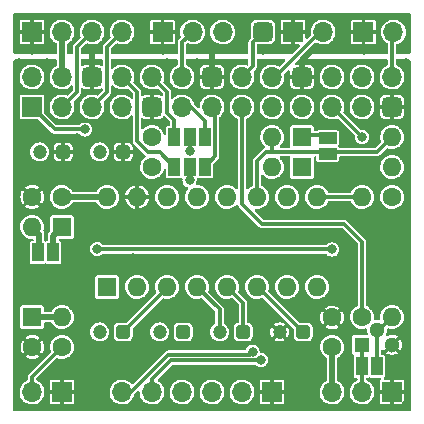
<source format=gbr>
%TF.GenerationSoftware,KiCad,Pcbnew,(6.0.9)*%
%TF.CreationDate,2023-02-09T17:54:20+01:00*%
%TF.ProjectId,piTelex_V10_1.0.0,70695465-6c65-4785-9f56-31305f312e30,1.0.0 -JK-*%
%TF.SameCoordinates,Original*%
%TF.FileFunction,Copper,L2,Bot*%
%TF.FilePolarity,Positive*%
%FSLAX46Y46*%
G04 Gerber Fmt 4.6, Leading zero omitted, Abs format (unit mm)*
G04 Created by KiCad (PCBNEW (6.0.9)) date 2023-02-09 17:54:20*
%MOMM*%
%LPD*%
G01*
G04 APERTURE LIST*
G04 Aperture macros list*
%AMRoundRect*
0 Rectangle with rounded corners*
0 $1 Rounding radius*
0 $2 $3 $4 $5 $6 $7 $8 $9 X,Y pos of 4 corners*
0 Add a 4 corners polygon primitive as box body*
4,1,4,$2,$3,$4,$5,$6,$7,$8,$9,$2,$3,0*
0 Add four circle primitives for the rounded corners*
1,1,$1+$1,$2,$3*
1,1,$1+$1,$4,$5*
1,1,$1+$1,$6,$7*
1,1,$1+$1,$8,$9*
0 Add four rect primitives between the rounded corners*
20,1,$1+$1,$2,$3,$4,$5,0*
20,1,$1+$1,$4,$5,$6,$7,0*
20,1,$1+$1,$6,$7,$8,$9,0*
20,1,$1+$1,$8,$9,$2,$3,0*%
G04 Aperture macros list end*
%TA.AperFunction,ComponentPad*%
%ADD10C,1.600000*%
%TD*%
%TA.AperFunction,ComponentPad*%
%ADD11O,1.600000X1.600000*%
%TD*%
%TA.AperFunction,ComponentPad*%
%ADD12R,1.600000X1.600000*%
%TD*%
%TA.AperFunction,ComponentPad*%
%ADD13R,1.700000X1.700000*%
%TD*%
%TA.AperFunction,ComponentPad*%
%ADD14O,1.700000X1.700000*%
%TD*%
%TA.AperFunction,ComponentPad*%
%ADD15C,1.200000*%
%TD*%
%TA.AperFunction,ComponentPad*%
%ADD16RoundRect,0.300000X-0.300000X-0.300000X0.300000X-0.300000X0.300000X0.300000X-0.300000X0.300000X0*%
%TD*%
%TA.AperFunction,ComponentPad*%
%ADD17RoundRect,0.425000X0.425000X-0.425000X0.425000X0.425000X-0.425000X0.425000X-0.425000X-0.425000X0*%
%TD*%
%TA.AperFunction,ComponentPad*%
%ADD18R,1.300000X1.300000*%
%TD*%
%TA.AperFunction,ComponentPad*%
%ADD19C,1.300000*%
%TD*%
%TA.AperFunction,ComponentPad*%
%ADD20RoundRect,0.425000X-0.425000X0.425000X-0.425000X-0.425000X0.425000X-0.425000X0.425000X0.425000X0*%
%TD*%
%TA.AperFunction,SMDPad,CuDef*%
%ADD21R,1.000000X1.500000*%
%TD*%
%TA.AperFunction,SMDPad,CuDef*%
%ADD22R,1.500000X1.000000*%
%TD*%
%TA.AperFunction,ViaPad*%
%ADD23C,0.800000*%
%TD*%
%TA.AperFunction,Conductor*%
%ADD24C,0.500000*%
%TD*%
%TA.AperFunction,Conductor*%
%ADD25C,0.300000*%
%TD*%
G04 APERTURE END LIST*
D10*
%TO.P,R2,1*%
%TO.N,RXD*%
X94920000Y-79680000D03*
D11*
%TO.P,R2,2*%
%TO.N,/RXD_M*%
X105080000Y-79680000D03*
%TD*%
D10*
%TO.P,C8,1*%
%TO.N,BTN*%
X87300000Y-94920000D03*
%TO.P,C8,2*%
%TO.N,GND*%
X84800000Y-94920000D03*
%TD*%
D12*
%TO.P,D4,1,K*%
%TO.N,/RXD_M*%
X107620000Y-79680000D03*
D11*
%TO.P,D4,2,A*%
%TO.N,/TXD_M*%
X115240000Y-79680000D03*
%TD*%
D10*
%TO.P,C7,1*%
%TO.N,/VCC_M*%
X87280000Y-82220000D03*
%TO.P,C7,2*%
%TO.N,GND*%
X84780000Y-82220000D03*
%TD*%
%TO.P,R1,1*%
%TO.N,+3.3V*%
X94920000Y-77140000D03*
D11*
%TO.P,R1,2*%
%TO.N,/TXD_M*%
X105080000Y-77140000D03*
%TD*%
D13*
%TO.P,J2,1,Pin_1*%
%TO.N,GND*%
X95809000Y-68250000D03*
D14*
%TO.P,J2,2,Pin_2*%
%TO.N,NEO*%
X98349000Y-68250000D03*
%TO.P,J2,3,Pin_3*%
%TO.N,+5V*%
X100889000Y-68250000D03*
%TD*%
D15*
%TO.P,C6,1*%
%TO.N,GND*%
X105715000Y-93650000D03*
D16*
%TO.P,C6,2*%
%TO.N,Net-(C6-Pad2)*%
X107715000Y-93650000D03*
%TD*%
D10*
%TO.P,R4,1*%
%TO.N,POW*%
X115240000Y-82220000D03*
D11*
%TO.P,R4,2*%
%TO.N,Net-(Q1-Pad2)*%
X115240000Y-92380000D03*
%TD*%
D15*
%TO.P,C4,1*%
%TO.N,Net-(C4-Pad1)*%
X95555000Y-93650000D03*
D16*
%TO.P,C4,2*%
%TO.N,/VCC_M*%
X97555000Y-93650000D03*
%TD*%
D17*
%TO.P,J3,1,Pin_1*%
%TO.N,LED_R*%
X104318000Y-68250000D03*
D13*
%TO.P,J3,2,Pin_2*%
%TO.N,GND*%
X106858000Y-68250000D03*
D14*
%TO.P,J3,3,Pin_3*%
%TO.N,LED_G*%
X109398000Y-68250000D03*
%TD*%
D18*
%TO.P,Q1,1,C*%
%TO.N,X_POW*%
X112700000Y-94735000D03*
D19*
%TO.P,Q1,2,B*%
%TO.N,Net-(Q1-Pad2)*%
X113980000Y-93465000D03*
%TO.P,Q1,3,E*%
%TO.N,GND*%
X115240000Y-94735000D03*
%TD*%
D13*
%TO.P,J7,1,Pin_1*%
%TO.N,GND*%
X115240000Y-98730000D03*
D14*
%TO.P,J7,2,Pin_2*%
%TO.N,X_POW*%
X112700000Y-98730000D03*
%TO.P,J7,3,Pin_3*%
%TO.N,+5V*%
X110160000Y-98730000D03*
%TD*%
D13*
%TO.P,J1,1,Pin_1*%
%TO.N,GND*%
X84760000Y-68250000D03*
D14*
%TO.P,J1,2,Pin_2*%
%TO.N,+5V*%
X87300000Y-68250000D03*
%TO.P,J1,3,Pin_3*%
%TO.N,SDA*%
X89840000Y-68250000D03*
%TO.P,J1,4,Pin_4*%
%TO.N,SCL*%
X92380000Y-68250000D03*
%TD*%
D13*
%TO.P,J5,1,Pin_1*%
%TO.N,GND*%
X87300000Y-98730000D03*
D14*
%TO.P,J5,2,Pin_2*%
%TO.N,BTN*%
X84760000Y-98730000D03*
%TD*%
D15*
%TO.P,C1,1*%
%TO.N,+5V*%
X85395000Y-78410000D03*
D16*
%TO.P,C1,2*%
%TO.N,GND*%
X87395000Y-78410000D03*
%TD*%
D12*
%TO.P,D2,1,K*%
%TO.N,/VCC_M*%
X87300000Y-84760000D03*
D11*
%TO.P,D2,2,A*%
%TO.N,Net-(D1-Pad1)*%
X87300000Y-92380000D03*
%TD*%
D15*
%TO.P,C5,1*%
%TO.N,Net-(C5-Pad1)*%
X100635000Y-93650000D03*
D16*
%TO.P,C5,2*%
%TO.N,Net-(C5-Pad2)*%
X102635000Y-93650000D03*
%TD*%
D15*
%TO.P,C3,1*%
%TO.N,Net-(C3-Pad1)*%
X90475000Y-93650000D03*
D16*
%TO.P,C3,2*%
%TO.N,Net-(C3-Pad2)*%
X92475000Y-93650000D03*
%TD*%
D13*
%TO.P,J4,1,Pin_1*%
%TO.N,GND*%
X112822000Y-68250000D03*
D14*
%TO.P,J4,2,Pin_2*%
%TO.N,OFF*%
X115362000Y-68250000D03*
%TD*%
D10*
%TO.P,C9,1*%
%TO.N,+5V*%
X110160000Y-94920000D03*
%TO.P,C9,2*%
%TO.N,GND*%
X110160000Y-92420000D03*
%TD*%
D13*
%TO.P,J6,1,Pin_1*%
%TO.N,GND*%
X105080000Y-98730000D03*
D14*
%TO.P,J6,2,Pin_2*%
%TO.N,+5V*%
X102540000Y-98730000D03*
%TO.P,J6,3,Pin_3*%
%TO.N,X_RXD*%
X100000000Y-98730000D03*
%TO.P,J6,4,Pin_4*%
%TO.N,X_TXD*%
X97460000Y-98730000D03*
%TO.P,J6,5,Pin_5*%
%TO.N,X_CTS*%
X94920000Y-98730000D03*
%TO.P,J6,6,Pin_6*%
%TO.N,X_RTS*%
X92380000Y-98730000D03*
%TD*%
D12*
%TO.P,D3,1,K*%
%TO.N,TXD*%
X107620000Y-77140000D03*
D11*
%TO.P,D3,2,A*%
%TO.N,/TXD_M*%
X115240000Y-77140000D03*
%TD*%
D10*
%TO.P,R3,1*%
%TO.N,CTS*%
X112700000Y-92380000D03*
D11*
%TO.P,R3,2*%
%TO.N,/CTS_M*%
X112700000Y-82220000D03*
%TD*%
D15*
%TO.P,C2,1*%
%TO.N,/VCC_M*%
X90475000Y-78410000D03*
D16*
%TO.P,C2,2*%
%TO.N,GND*%
X92475000Y-78410000D03*
%TD*%
D12*
%TO.P,D1,1,K*%
%TO.N,Net-(D1-Pad1)*%
X84760000Y-92380000D03*
D11*
%TO.P,D1,2,A*%
%TO.N,+5V*%
X84760000Y-84760000D03*
%TD*%
D12*
%TO.P,U1,1,C1+*%
%TO.N,Net-(C3-Pad1)*%
X91110000Y-89840000D03*
D11*
%TO.P,U1,2,VS+*%
%TO.N,Net-(C4-Pad1)*%
X93650000Y-89840000D03*
%TO.P,U1,3,C1-*%
%TO.N,Net-(C3-Pad2)*%
X96190000Y-89840000D03*
%TO.P,U1,4,C2+*%
%TO.N,Net-(C5-Pad1)*%
X98730000Y-89840000D03*
%TO.P,U1,5,C2-*%
%TO.N,Net-(C5-Pad2)*%
X101270000Y-89840000D03*
%TO.P,U1,6,VS-*%
%TO.N,Net-(C6-Pad2)*%
X103810000Y-89840000D03*
%TO.P,U1,7,T2OUT*%
%TO.N,X_RTS*%
X106350000Y-89840000D03*
%TO.P,U1,8,R2IN*%
%TO.N,X_CTS*%
X108890000Y-89840000D03*
%TO.P,U1,9,R2OUT*%
%TO.N,/CTS_M*%
X108890000Y-82220000D03*
%TO.P,U1,10,T2IN*%
%TO.N,RTS*%
X106350000Y-82220000D03*
%TO.P,U1,11,T1IN*%
%TO.N,/TXD_M*%
X103810000Y-82220000D03*
%TO.P,U1,12,R1OUT*%
%TO.N,/RXD_M*%
X101270000Y-82220000D03*
%TO.P,U1,13,R1IN*%
%TO.N,X_RXD*%
X98730000Y-82220000D03*
%TO.P,U1,14,T1OUT*%
%TO.N,X_TXD*%
X96190000Y-82220000D03*
%TO.P,U1,15,GND*%
%TO.N,GND*%
X93650000Y-82220000D03*
%TO.P,U1,16,VCC*%
%TO.N,/VCC_M*%
X91110000Y-82220000D03*
%TD*%
D13*
%TO.P,J8,1,Pin_1*%
%TO.N,+3.3V*%
X84760000Y-74600000D03*
D14*
%TO.P,J8,2,Pin_2*%
%TO.N,+5V*%
X84760000Y-72060000D03*
%TO.P,J8,3,Pin_3*%
%TO.N,SDA*%
X87300000Y-74600000D03*
%TO.P,J8,4,Pin_4*%
%TO.N,+5V*%
X87300000Y-72060000D03*
%TO.P,J8,5,Pin_5*%
%TO.N,SCL*%
X89840000Y-74600000D03*
D20*
%TO.P,J8,6,Pin_6*%
%TO.N,GND*%
X89840000Y-72060000D03*
D14*
%TO.P,J8,7,Pin_7*%
%TO.N,unconnected-(J8-Pad7)*%
X92380000Y-74600000D03*
%TO.P,J8,8,Pin_8*%
%TO.N,/TXD_3*%
X92380000Y-72060000D03*
D20*
%TO.P,J8,9,Pin_9*%
%TO.N,GND*%
X94920000Y-74600000D03*
D14*
%TO.P,J8,10,Pin_10*%
%TO.N,/RXD_3*%
X94920000Y-72060000D03*
%TO.P,J8,11,Pin_11*%
%TO.N,/RXD_2*%
X97460000Y-74600000D03*
%TO.P,J8,12,Pin_12*%
%TO.N,NEO*%
X97460000Y-72060000D03*
%TO.P,J8,13,Pin_13*%
%TO.N,/TXD_2*%
X100000000Y-74600000D03*
D20*
%TO.P,J8,14,Pin_14*%
%TO.N,GND*%
X100000000Y-72060000D03*
D14*
%TO.P,J8,15,Pin_15*%
%TO.N,CTS*%
X102540000Y-74600000D03*
%TO.P,J8,16,Pin_16*%
%TO.N,LED_R*%
X102540000Y-72060000D03*
%TO.P,J8,17,Pin_17*%
%TO.N,+3.3V*%
X105080000Y-74600000D03*
%TO.P,J8,18,Pin_18*%
%TO.N,LED_G*%
X105080000Y-72060000D03*
%TO.P,J8,19,Pin_19*%
%TO.N,/RXD_2*%
X107620000Y-74600000D03*
D20*
%TO.P,J8,20,Pin_20*%
%TO.N,GND*%
X107620000Y-72060000D03*
D14*
%TO.P,J8,21,Pin_21*%
%TO.N,POW*%
X110160000Y-74600000D03*
%TO.P,J8,22,Pin_22*%
%TO.N,RTS*%
X110160000Y-72060000D03*
%TO.P,J8,23,Pin_23*%
%TO.N,unconnected-(J8-Pad23)*%
X112700000Y-74600000D03*
%TO.P,J8,24,Pin_24*%
%TO.N,BTN*%
X112700000Y-72060000D03*
D20*
%TO.P,J8,25,Pin_25*%
%TO.N,GND*%
X115240000Y-74600000D03*
D14*
%TO.P,J8,26,Pin_26*%
%TO.N,OFF*%
X115240000Y-72060000D03*
%TD*%
D21*
%TO.P,JP3,1,A*%
%TO.N,/TXD_3*%
X96795000Y-79680000D03*
%TO.P,JP3,2,C*%
%TO.N,TXD*%
X98095000Y-79680000D03*
%TO.P,JP3,3,B*%
%TO.N,/TXD_2*%
X99395000Y-79680000D03*
%TD*%
%TO.P,JP1,1,A*%
%TO.N,/RXD_3*%
X96795000Y-77140000D03*
%TO.P,JP1,2,C*%
%TO.N,RXD*%
X98095000Y-77140000D03*
%TO.P,JP1,3,B*%
%TO.N,/RXD_2*%
X99395000Y-77140000D03*
%TD*%
%TO.P,JP5,1,A*%
%TO.N,Net-(Q1-Pad2)*%
X113985000Y-96571000D03*
%TO.P,JP5,2,B*%
%TO.N,X_POW*%
X112685000Y-96571000D03*
%TD*%
%TO.P,JP4,1,A*%
%TO.N,+5V*%
X85253000Y-86919000D03*
%TO.P,JP4,2,B*%
%TO.N,/VCC_M*%
X86553000Y-86919000D03*
%TD*%
D22*
%TO.P,JP2,1,A*%
%TO.N,TXD*%
X109779000Y-77252000D03*
%TO.P,JP2,2,B*%
%TO.N,/TXD_M*%
X109779000Y-78552000D03*
%TD*%
D23*
%TO.N,GND*%
X106223000Y-75870000D03*
X100434500Y-97333000D03*
X111557000Y-96444000D03*
X93015000Y-91237000D03*
X90094000Y-83236000D03*
X86030000Y-70917000D03*
X98349000Y-94793000D03*
X88062000Y-86159502D03*
X109906000Y-76124000D03*
X98730000Y-87808000D03*
X111557000Y-86157000D03*
X93269000Y-87427000D03*
X84760000Y-76124000D03*
X105080000Y-81204000D03*
X109906000Y-85522000D03*
X101397000Y-77394000D03*
X105080000Y-97333000D03*
X89827500Y-91237000D03*
X116383000Y-99873000D03*
X98730000Y-85014000D03*
X101397000Y-79172000D03*
X112827000Y-69774000D03*
X84760000Y-69774000D03*
X100762000Y-85014000D03*
X85903000Y-89078000D03*
X88570000Y-77267000D03*
X96190000Y-70917000D03*
X101524000Y-91364000D03*
X90094000Y-81204000D03*
X112065000Y-80569000D03*
X89840000Y-99111000D03*
X98730000Y-70917000D03*
X88570000Y-75743000D03*
X111557000Y-77648000D03*
X86030000Y-73203000D03*
X93523000Y-97206000D03*
X97819931Y-97310114D03*
X88328500Y-91237000D03*
X83617000Y-70917000D03*
X91110000Y-75743000D03*
X96698000Y-85014000D03*
X103556000Y-91364000D03*
X116383000Y-70917000D03*
X109779000Y-80569000D03*
X113716000Y-76124000D03*
X96698000Y-91237000D03*
X101397000Y-75743000D03*
X84379000Y-80061000D03*
X107620000Y-99111000D03*
X113970000Y-91618000D03*
X92126000Y-81204000D03*
X100762000Y-87808000D03*
X116383000Y-85903000D03*
X84379000Y-96698000D03*
X111557000Y-83744000D03*
X95809000Y-69774000D03*
X104318000Y-69774000D03*
X96698000Y-87808000D03*
X110045500Y-83744000D03*
X101778000Y-94793000D03*
X115084502Y-96444000D03*
X91491000Y-77267000D03*
%TO.N,RXD*%
X98095000Y-78330498D03*
%TO.N,TXD*%
X98095000Y-80823000D03*
%TO.N,+3.3V*%
X89216809Y-76505000D03*
%TO.N,X_CTS*%
X104142107Y-96013845D03*
%TO.N,X_RTS*%
X103431220Y-95311246D03*
%TO.N,POW*%
X112700000Y-77140000D03*
%TO.N,BTN*%
X90284500Y-86601500D03*
X110160000Y-86665000D03*
%TD*%
D24*
%TO.N,GND*%
X107620000Y-72060000D02*
X107620000Y-70663000D01*
X100000000Y-72060000D02*
X100000000Y-69520000D01*
X108382000Y-69901000D02*
X108763000Y-69901000D01*
X89840000Y-72060000D02*
X89840000Y-69774000D01*
X107620000Y-70663000D02*
X108382000Y-69901000D01*
D25*
%TO.N,Net-(C3-Pad2)*%
X96190000Y-89935000D02*
X96190000Y-89840000D01*
X92475000Y-93650000D02*
X96190000Y-89935000D01*
%TO.N,Net-(C5-Pad2)*%
X102635000Y-91205000D02*
X101270000Y-89840000D01*
X102635000Y-93650000D02*
X102635000Y-91205000D01*
%TO.N,RXD*%
X98095000Y-77140000D02*
X98095000Y-78330498D01*
%TO.N,TXD*%
X98095000Y-79680000D02*
X98095000Y-80823000D01*
X107762000Y-76998000D02*
X107620000Y-77140000D01*
X110160000Y-76998000D02*
X107762000Y-76998000D01*
%TO.N,CTS*%
X111176000Y-84506000D02*
X112700000Y-86030000D01*
X112700000Y-86030000D02*
X112700000Y-92380000D01*
X102540000Y-74600000D02*
X102540000Y-82791500D01*
X104254500Y-84506000D02*
X111176000Y-84506000D01*
X102540000Y-82791500D02*
X104254500Y-84506000D01*
%TO.N,+3.3V*%
X89216809Y-76505000D02*
X86665000Y-76505000D01*
X86665000Y-76505000D02*
X84760000Y-74600000D01*
D24*
%TO.N,+5V*%
X87300000Y-72060000D02*
X87300000Y-68250000D01*
X110160000Y-98730000D02*
X110160000Y-94920000D01*
X85365000Y-85395000D02*
X85365000Y-86695000D01*
D25*
%TO.N,X_CTS*%
X96516106Y-96063000D02*
X94920000Y-97659106D01*
X94920000Y-97659106D02*
X94920000Y-98730000D01*
X104113155Y-96013845D02*
X104064000Y-96063000D01*
X104064000Y-96063000D02*
X96516106Y-96063000D01*
X104142107Y-96013845D02*
X104113155Y-96013845D01*
%TO.N,X_RTS*%
X103431220Y-95311246D02*
X103179466Y-95563000D01*
X103179466Y-95563000D02*
X96309000Y-95563000D01*
X96309000Y-95563000D02*
X93142000Y-98730000D01*
X93142000Y-98730000D02*
X92380000Y-98730000D01*
%TO.N,X_POW*%
X112685000Y-94750000D02*
X112700000Y-94735000D01*
X112685000Y-96317000D02*
X112685000Y-94750000D01*
X112700000Y-96586000D02*
X112685000Y-96571000D01*
X112700000Y-98730000D02*
X112700000Y-96586000D01*
%TO.N,Net-(Q1-Pad2)*%
X113980000Y-93465000D02*
X114155000Y-93465000D01*
X113980000Y-96566000D02*
X113985000Y-96571000D01*
X114155000Y-93465000D02*
X115240000Y-92380000D01*
X113980000Y-93465000D02*
X113980000Y-96566000D01*
%TO.N,POW*%
X112700000Y-77140000D02*
X110160000Y-74600000D01*
%TO.N,BTN*%
X84760000Y-98730000D02*
X84760000Y-97460000D01*
X84760000Y-97460000D02*
X87300000Y-94920000D01*
X90284500Y-86601500D02*
X90348000Y-86665000D01*
X90348000Y-86665000D02*
X110160000Y-86665000D01*
%TO.N,/TXD_M*%
X105095000Y-78410000D02*
X104572000Y-78410000D01*
X115240000Y-77140000D02*
X113970000Y-78410000D01*
X113970000Y-78410000D02*
X105080000Y-78410000D01*
X105080000Y-78410000D02*
X105080000Y-77140000D01*
X104572000Y-78410000D02*
X103810000Y-79172000D01*
X103810000Y-79172000D02*
X103810000Y-82220000D01*
%TO.N,/TXD_3*%
X95555000Y-78410000D02*
X94539000Y-78410000D01*
X96795000Y-79650000D02*
X95555000Y-78410000D01*
X93650000Y-73330000D02*
X92380000Y-72060000D01*
X93650000Y-77521000D02*
X93650000Y-73330000D01*
X94539000Y-78410000D02*
X93650000Y-77521000D01*
X96795000Y-79680000D02*
X96795000Y-79650000D01*
%TO.N,/RXD_3*%
X96190000Y-73330000D02*
X94920000Y-72060000D01*
X96190000Y-75108000D02*
X96190000Y-73330000D01*
X96795000Y-77140000D02*
X96795000Y-75713000D01*
X96795000Y-75713000D02*
X96190000Y-75108000D01*
%TO.N,/RXD_2*%
X98222000Y-74600000D02*
X97460000Y-74600000D01*
X99395000Y-77140000D02*
X99395000Y-75773000D01*
X99395000Y-75773000D02*
X98222000Y-74600000D01*
%TO.N,/TXD_2*%
X99395000Y-79680000D02*
X99395000Y-79650000D01*
X99395000Y-79650000D02*
X100254000Y-78791000D01*
X100254000Y-78791000D02*
X100254000Y-74854000D01*
X100254000Y-74854000D02*
X100000000Y-74600000D01*
%TO.N,/CTS_M*%
X108890000Y-82220000D02*
X112700000Y-82220000D01*
%TO.N,SDA*%
X88570000Y-73330000D02*
X88570000Y-69520000D01*
X88570000Y-69520000D02*
X89840000Y-68250000D01*
X87300000Y-74600000D02*
X88570000Y-73330000D01*
%TO.N,SCL*%
X91110000Y-69520000D02*
X92380000Y-68250000D01*
X91110000Y-73330000D02*
X91110000Y-69520000D01*
X89840000Y-74600000D02*
X91110000Y-73330000D01*
%TO.N,NEO*%
X97460000Y-72060000D02*
X97460000Y-69139000D01*
X97460000Y-69139000D02*
X98349000Y-68250000D01*
%TO.N,LED_R*%
X102540000Y-72060000D02*
X103429000Y-71171000D01*
X103429000Y-69139000D02*
X104318000Y-68250000D01*
X103429000Y-71171000D02*
X103429000Y-69139000D01*
%TO.N,LED_G*%
X105334000Y-72060000D02*
X109144000Y-68250000D01*
X105080000Y-72060000D02*
X105334000Y-72060000D01*
X109144000Y-68250000D02*
X109398000Y-68250000D01*
%TO.N,OFF*%
X115240000Y-68372000D02*
X115362000Y-68250000D01*
X115240000Y-72060000D02*
X115240000Y-68372000D01*
%TO.N,Net-(C5-Pad1)*%
X100635000Y-91745000D02*
X98730000Y-89840000D01*
X100635000Y-93650000D02*
X100635000Y-91745000D01*
%TO.N,Net-(C6-Pad2)*%
X107715000Y-93650000D02*
X103905000Y-89840000D01*
X103905000Y-89840000D02*
X103810000Y-89840000D01*
D24*
%TO.N,Net-(D1-Pad1)*%
X87300000Y-92380000D02*
X84760000Y-92380000D01*
%TO.N,/VCC_M*%
X86553000Y-85507000D02*
X87300000Y-84760000D01*
X86553000Y-86792000D02*
X86553000Y-85507000D01*
X91110000Y-82220000D02*
X87280000Y-82220000D01*
%TD*%
%TA.AperFunction,Conductor*%
%TO.N,GND*%
G36*
X86808691Y-70554907D02*
G01*
X86844655Y-70604407D01*
X86849500Y-70635000D01*
X86849500Y-71050115D01*
X86830593Y-71108306D01*
X86796366Y-71137849D01*
X86726295Y-71174481D01*
X86726290Y-71174484D01*
X86722002Y-71176726D01*
X86718231Y-71179758D01*
X86565220Y-71302781D01*
X86565217Y-71302783D01*
X86561447Y-71305815D01*
X86558335Y-71309524D01*
X86558332Y-71309527D01*
X86444406Y-71445299D01*
X86429024Y-71463630D01*
X86426689Y-71467878D01*
X86426688Y-71467879D01*
X86419955Y-71480126D01*
X86329776Y-71644162D01*
X86328313Y-71648775D01*
X86328311Y-71648779D01*
X86274413Y-71818689D01*
X86267484Y-71840532D01*
X86266944Y-71845344D01*
X86266944Y-71845345D01*
X86260617Y-71901757D01*
X86244520Y-72045262D01*
X86244925Y-72050082D01*
X86258354Y-72210000D01*
X86261759Y-72250553D01*
X86318544Y-72448586D01*
X86412712Y-72631818D01*
X86540677Y-72793270D01*
X86544357Y-72796402D01*
X86544359Y-72796404D01*
X86625844Y-72865753D01*
X86697564Y-72926791D01*
X86701787Y-72929151D01*
X86701791Y-72929154D01*
X86741342Y-72951258D01*
X86877398Y-73027297D01*
X86881996Y-73028791D01*
X87068724Y-73089463D01*
X87068726Y-73089464D01*
X87073329Y-73090959D01*
X87277894Y-73115351D01*
X87282716Y-73114980D01*
X87282719Y-73114980D01*
X87350541Y-73109761D01*
X87483300Y-73099546D01*
X87681725Y-73044145D01*
X87686038Y-73041966D01*
X87686044Y-73041964D01*
X87861289Y-72953441D01*
X87861291Y-72953440D01*
X87865610Y-72951258D01*
X87900943Y-72923653D01*
X88024135Y-72827406D01*
X88024139Y-72827402D01*
X88027951Y-72824424D01*
X88045557Y-72804027D01*
X88097893Y-72772331D01*
X88158863Y-72777450D01*
X88205181Y-72817430D01*
X88219500Y-72868715D01*
X88219500Y-73143810D01*
X88200593Y-73202001D01*
X88190504Y-73213814D01*
X87803490Y-73600828D01*
X87748973Y-73628605D01*
X87704211Y-73625397D01*
X87516875Y-73567407D01*
X87516871Y-73567406D01*
X87512254Y-73565977D01*
X87507446Y-73565472D01*
X87507443Y-73565471D01*
X87312185Y-73544949D01*
X87312183Y-73544949D01*
X87307369Y-73544443D01*
X87251800Y-73549500D01*
X87107022Y-73562675D01*
X87107017Y-73562676D01*
X87102203Y-73563114D01*
X86904572Y-73621280D01*
X86900288Y-73623519D01*
X86900287Y-73623520D01*
X86889428Y-73629197D01*
X86722002Y-73716726D01*
X86718231Y-73719758D01*
X86565220Y-73842781D01*
X86565217Y-73842783D01*
X86561447Y-73845815D01*
X86558335Y-73849524D01*
X86558332Y-73849527D01*
X86549585Y-73859952D01*
X86429024Y-74003630D01*
X86426689Y-74007878D01*
X86426688Y-74007879D01*
X86419955Y-74020126D01*
X86329776Y-74184162D01*
X86328313Y-74188775D01*
X86328311Y-74188779D01*
X86325466Y-74197749D01*
X86267484Y-74380532D01*
X86266944Y-74385344D01*
X86266944Y-74385345D01*
X86260617Y-74441757D01*
X86244520Y-74585262D01*
X86251949Y-74673735D01*
X86258354Y-74750000D01*
X86261759Y-74790553D01*
X86318544Y-74988586D01*
X86412712Y-75171818D01*
X86540677Y-75333270D01*
X86544357Y-75336402D01*
X86544359Y-75336404D01*
X86592996Y-75377797D01*
X86697564Y-75466791D01*
X86701787Y-75469151D01*
X86701791Y-75469154D01*
X86741342Y-75491258D01*
X86877398Y-75567297D01*
X86881996Y-75568791D01*
X87068724Y-75629463D01*
X87068726Y-75629464D01*
X87073329Y-75630959D01*
X87277894Y-75655351D01*
X87282716Y-75654980D01*
X87282719Y-75654980D01*
X87353259Y-75649552D01*
X87483300Y-75639546D01*
X87681725Y-75584145D01*
X87686038Y-75581966D01*
X87686044Y-75581964D01*
X87861289Y-75493441D01*
X87861291Y-75493440D01*
X87865610Y-75491258D01*
X87904500Y-75460874D01*
X88024135Y-75367406D01*
X88024139Y-75367402D01*
X88027951Y-75364424D01*
X88066714Y-75319517D01*
X88125973Y-75250863D01*
X88162564Y-75208472D01*
X88164957Y-75204260D01*
X88261934Y-75033550D01*
X88261935Y-75033547D01*
X88264323Y-75029344D01*
X88273814Y-75000815D01*
X88327824Y-74838454D01*
X88327824Y-74838452D01*
X88329351Y-74833863D01*
X88337965Y-74765680D01*
X88354823Y-74632228D01*
X88355171Y-74629474D01*
X88355583Y-74600000D01*
X88340582Y-74447005D01*
X88335952Y-74399780D01*
X88335951Y-74399776D01*
X88335480Y-74394970D01*
X88275935Y-74197749D01*
X88277459Y-74197289D01*
X88273270Y-74142925D01*
X88299493Y-74096189D01*
X88783937Y-73611745D01*
X88800240Y-73598580D01*
X88802274Y-73597267D01*
X88802278Y-73597264D01*
X88809152Y-73592825D01*
X88828985Y-73567668D01*
X88832899Y-73563263D01*
X88832898Y-73563262D01*
X88835551Y-73560131D01*
X88838428Y-73557254D01*
X88841472Y-73552995D01*
X88847269Y-73544882D01*
X88849044Y-73542399D01*
X88851835Y-73538681D01*
X88876327Y-73507614D01*
X88876327Y-73507613D01*
X88881392Y-73501189D01*
X88883958Y-73493882D01*
X88884605Y-73492636D01*
X88889111Y-73486331D01*
X88902788Y-73440596D01*
X88904229Y-73436161D01*
X88917993Y-73396967D01*
X88917994Y-73396964D01*
X88920055Y-73391094D01*
X88920500Y-73385956D01*
X88920500Y-73383820D01*
X88920575Y-73382081D01*
X88920689Y-73380738D01*
X88922543Y-73374537D01*
X88921766Y-73354741D01*
X88920576Y-73324462D01*
X88920500Y-73320576D01*
X88920500Y-73092237D01*
X88939407Y-73034046D01*
X88988907Y-72998082D01*
X89050093Y-72998082D01*
X89069895Y-73007023D01*
X89159447Y-73059983D01*
X89170795Y-73064894D01*
X89311592Y-73105799D01*
X89321494Y-73107608D01*
X89349948Y-73109847D01*
X89353836Y-73110000D01*
X89674320Y-73110000D01*
X89687005Y-73105878D01*
X89690000Y-73101757D01*
X89690000Y-71025680D01*
X89685878Y-71012995D01*
X89681757Y-71010000D01*
X89353836Y-71010000D01*
X89349948Y-71010153D01*
X89321494Y-71012392D01*
X89311592Y-71014201D01*
X89170795Y-71055106D01*
X89159447Y-71060017D01*
X89069895Y-71112977D01*
X89010183Y-71126324D01*
X88954030Y-71102024D01*
X88922884Y-71049359D01*
X88920500Y-71027763D01*
X88920500Y-70635000D01*
X88939407Y-70576809D01*
X88988907Y-70540845D01*
X89019500Y-70536000D01*
X90660500Y-70536000D01*
X90718691Y-70554907D01*
X90754655Y-70604407D01*
X90759500Y-70635000D01*
X90759500Y-71027763D01*
X90740593Y-71085954D01*
X90691093Y-71121918D01*
X90629907Y-71121918D01*
X90610105Y-71112977D01*
X90520553Y-71060017D01*
X90509205Y-71055106D01*
X90368408Y-71014201D01*
X90358506Y-71012392D01*
X90330052Y-71010153D01*
X90326164Y-71010000D01*
X90005680Y-71010000D01*
X89992995Y-71014122D01*
X89990000Y-71018243D01*
X89990000Y-73094320D01*
X89994122Y-73107005D01*
X89998243Y-73110000D01*
X90326164Y-73110000D01*
X90330052Y-73109847D01*
X90358506Y-73107608D01*
X90368408Y-73105799D01*
X90509205Y-73064894D01*
X90520553Y-73059983D01*
X90610105Y-73007023D01*
X90669817Y-72993676D01*
X90725970Y-73017976D01*
X90757116Y-73070641D01*
X90759500Y-73092237D01*
X90759500Y-73143810D01*
X90740593Y-73202001D01*
X90730504Y-73213814D01*
X90343490Y-73600828D01*
X90288973Y-73628605D01*
X90244211Y-73625397D01*
X90056875Y-73567407D01*
X90056871Y-73567406D01*
X90052254Y-73565977D01*
X90047446Y-73565472D01*
X90047443Y-73565471D01*
X89852185Y-73544949D01*
X89852183Y-73544949D01*
X89847369Y-73544443D01*
X89791800Y-73549500D01*
X89647022Y-73562675D01*
X89647017Y-73562676D01*
X89642203Y-73563114D01*
X89444572Y-73621280D01*
X89440288Y-73623519D01*
X89440287Y-73623520D01*
X89429428Y-73629197D01*
X89262002Y-73716726D01*
X89258231Y-73719758D01*
X89105220Y-73842781D01*
X89105217Y-73842783D01*
X89101447Y-73845815D01*
X89098335Y-73849524D01*
X89098332Y-73849527D01*
X89089585Y-73859952D01*
X88969024Y-74003630D01*
X88966689Y-74007878D01*
X88966688Y-74007879D01*
X88959955Y-74020126D01*
X88869776Y-74184162D01*
X88868313Y-74188775D01*
X88868311Y-74188779D01*
X88865466Y-74197749D01*
X88807484Y-74380532D01*
X88806944Y-74385344D01*
X88806944Y-74385345D01*
X88800617Y-74441757D01*
X88784520Y-74585262D01*
X88791949Y-74673735D01*
X88798354Y-74750000D01*
X88801759Y-74790553D01*
X88858544Y-74988586D01*
X88952712Y-75171818D01*
X89080677Y-75333270D01*
X89084357Y-75336402D01*
X89084359Y-75336404D01*
X89132996Y-75377797D01*
X89237564Y-75466791D01*
X89241787Y-75469151D01*
X89241791Y-75469154D01*
X89281342Y-75491258D01*
X89417398Y-75567297D01*
X89421996Y-75568791D01*
X89608724Y-75629463D01*
X89608726Y-75629464D01*
X89613329Y-75630959D01*
X89817894Y-75655351D01*
X89822716Y-75654980D01*
X89822719Y-75654980D01*
X89893259Y-75649552D01*
X90023300Y-75639546D01*
X90221725Y-75584145D01*
X90226038Y-75581966D01*
X90226044Y-75581964D01*
X90401289Y-75493441D01*
X90401291Y-75493440D01*
X90405610Y-75491258D01*
X90444500Y-75460874D01*
X90564135Y-75367406D01*
X90564139Y-75367402D01*
X90567951Y-75364424D01*
X90606714Y-75319517D01*
X90665973Y-75250863D01*
X90702564Y-75208472D01*
X90704957Y-75204260D01*
X90801934Y-75033550D01*
X90801935Y-75033547D01*
X90804323Y-75029344D01*
X90813814Y-75000815D01*
X90867824Y-74838454D01*
X90867824Y-74838452D01*
X90869351Y-74833863D01*
X90877965Y-74765680D01*
X90894823Y-74632228D01*
X90895171Y-74629474D01*
X90895583Y-74600000D01*
X90880582Y-74447005D01*
X90875952Y-74399780D01*
X90875951Y-74399776D01*
X90875480Y-74394970D01*
X90815935Y-74197749D01*
X90817459Y-74197289D01*
X90813270Y-74142925D01*
X90839493Y-74096189D01*
X91323937Y-73611745D01*
X91340240Y-73598580D01*
X91342274Y-73597267D01*
X91342278Y-73597264D01*
X91349152Y-73592825D01*
X91368985Y-73567668D01*
X91372899Y-73563263D01*
X91372898Y-73563262D01*
X91375551Y-73560131D01*
X91378428Y-73557254D01*
X91381472Y-73552995D01*
X91387269Y-73544882D01*
X91389044Y-73542399D01*
X91391835Y-73538681D01*
X91416327Y-73507614D01*
X91416327Y-73507613D01*
X91421392Y-73501189D01*
X91423958Y-73493882D01*
X91424605Y-73492636D01*
X91429111Y-73486331D01*
X91442788Y-73440596D01*
X91444229Y-73436161D01*
X91457993Y-73396967D01*
X91457994Y-73396964D01*
X91460055Y-73391094D01*
X91460500Y-73385956D01*
X91460500Y-73383820D01*
X91460575Y-73382081D01*
X91460689Y-73380738D01*
X91462543Y-73374537D01*
X91461766Y-73354741D01*
X91460576Y-73324462D01*
X91460500Y-73320576D01*
X91460500Y-72871204D01*
X91479407Y-72813013D01*
X91528907Y-72777049D01*
X91590093Y-72777049D01*
X91623664Y-72795812D01*
X91777564Y-72926791D01*
X91781787Y-72929151D01*
X91781791Y-72929154D01*
X91821342Y-72951258D01*
X91957398Y-73027297D01*
X91961996Y-73028791D01*
X92148724Y-73089463D01*
X92148726Y-73089464D01*
X92153329Y-73090959D01*
X92357894Y-73115351D01*
X92362716Y-73114980D01*
X92362719Y-73114980D01*
X92430541Y-73109761D01*
X92563300Y-73099546D01*
X92761725Y-73044145D01*
X92768675Y-73040634D01*
X92770000Y-73040429D01*
X92770562Y-73040211D01*
X92770610Y-73040335D01*
X92829141Y-73031275D01*
X92883315Y-73058997D01*
X93270504Y-73446186D01*
X93298281Y-73500703D01*
X93299500Y-73516190D01*
X93299500Y-73788362D01*
X93280593Y-73846553D01*
X93231093Y-73882517D01*
X93169907Y-73882517D01*
X93130905Y-73858522D01*
X93129011Y-73856200D01*
X92970275Y-73724882D01*
X92789055Y-73626897D01*
X92704840Y-73600828D01*
X92596875Y-73567407D01*
X92596871Y-73567406D01*
X92592254Y-73565977D01*
X92587446Y-73565472D01*
X92587443Y-73565471D01*
X92392185Y-73544949D01*
X92392183Y-73544949D01*
X92387369Y-73544443D01*
X92331800Y-73549500D01*
X92187022Y-73562675D01*
X92187017Y-73562676D01*
X92182203Y-73563114D01*
X91984572Y-73621280D01*
X91980288Y-73623519D01*
X91980287Y-73623520D01*
X91969428Y-73629197D01*
X91802002Y-73716726D01*
X91798231Y-73719758D01*
X91645220Y-73842781D01*
X91645217Y-73842783D01*
X91641447Y-73845815D01*
X91638335Y-73849524D01*
X91638332Y-73849527D01*
X91629585Y-73859952D01*
X91509024Y-74003630D01*
X91506689Y-74007878D01*
X91506688Y-74007879D01*
X91499955Y-74020126D01*
X91409776Y-74184162D01*
X91408313Y-74188775D01*
X91408311Y-74188779D01*
X91405466Y-74197749D01*
X91347484Y-74380532D01*
X91346944Y-74385344D01*
X91346944Y-74385345D01*
X91340617Y-74441757D01*
X91324520Y-74585262D01*
X91331949Y-74673735D01*
X91338354Y-74750000D01*
X91341759Y-74790553D01*
X91398544Y-74988586D01*
X91492712Y-75171818D01*
X91620677Y-75333270D01*
X91624357Y-75336402D01*
X91624359Y-75336404D01*
X91672996Y-75377797D01*
X91777564Y-75466791D01*
X91781787Y-75469151D01*
X91781791Y-75469154D01*
X91821342Y-75491258D01*
X91957398Y-75567297D01*
X91961996Y-75568791D01*
X92148724Y-75629463D01*
X92148726Y-75629464D01*
X92153329Y-75630959D01*
X92357894Y-75655351D01*
X92362716Y-75654980D01*
X92362719Y-75654980D01*
X92433259Y-75649552D01*
X92563300Y-75639546D01*
X92761725Y-75584145D01*
X92766038Y-75581966D01*
X92766044Y-75581964D01*
X92941289Y-75493441D01*
X92941291Y-75493440D01*
X92945610Y-75491258D01*
X92984500Y-75460874D01*
X93104135Y-75367406D01*
X93104139Y-75367402D01*
X93107951Y-75364424D01*
X93125557Y-75344027D01*
X93177893Y-75312331D01*
X93238863Y-75317450D01*
X93285181Y-75357430D01*
X93299500Y-75408715D01*
X93299500Y-77473052D01*
X93297282Y-77493888D01*
X93295049Y-77504261D01*
X93296011Y-77512386D01*
X93298814Y-77536071D01*
X93299161Y-77541963D01*
X93299164Y-77541963D01*
X93299500Y-77546030D01*
X93299500Y-77550115D01*
X93300170Y-77554141D01*
X93300171Y-77554152D01*
X93302496Y-77568119D01*
X93303154Y-77572738D01*
X93306964Y-77604926D01*
X93308764Y-77620138D01*
X93312118Y-77627122D01*
X93312539Y-77628454D01*
X93313812Y-77636103D01*
X93336505Y-77678160D01*
X93338605Y-77682283D01*
X93356580Y-77719717D01*
X93356582Y-77719721D01*
X93359274Y-77725326D01*
X93362592Y-77729274D01*
X93364100Y-77730782D01*
X93365282Y-77732071D01*
X93366148Y-77733097D01*
X93369222Y-77738794D01*
X93375229Y-77744347D01*
X93406020Y-77772810D01*
X93408822Y-77775504D01*
X94257253Y-78623934D01*
X94270418Y-78640236D01*
X94276175Y-78649152D01*
X94282604Y-78654220D01*
X94301328Y-78668981D01*
X94305737Y-78672898D01*
X94305738Y-78672897D01*
X94308867Y-78675548D01*
X94311747Y-78678428D01*
X94315065Y-78680799D01*
X94315066Y-78680800D01*
X94326584Y-78689031D01*
X94330293Y-78691815D01*
X94344730Y-78703196D01*
X94378721Y-78754069D01*
X94376319Y-78815207D01*
X94345473Y-78858095D01*
X94216600Y-78961711D01*
X94190186Y-78993190D01*
X94093589Y-79108310D01*
X94093586Y-79108314D01*
X94090480Y-79112016D01*
X93995956Y-79283954D01*
X93994492Y-79288568D01*
X93994491Y-79288571D01*
X93954009Y-79416186D01*
X93936628Y-79470978D01*
X93914757Y-79665963D01*
X93931175Y-79861483D01*
X93932508Y-79866131D01*
X93932508Y-79866132D01*
X93944320Y-79907323D01*
X93985258Y-80050091D01*
X93987473Y-80054401D01*
X94072731Y-80220296D01*
X94072734Y-80220300D01*
X94074944Y-80224601D01*
X94196818Y-80378369D01*
X94200505Y-80381507D01*
X94200507Y-80381509D01*
X94342550Y-80502397D01*
X94342555Y-80502400D01*
X94346238Y-80505535D01*
X94350460Y-80507895D01*
X94350465Y-80507898D01*
X94391838Y-80531020D01*
X94517513Y-80601257D01*
X94604596Y-80629552D01*
X94699513Y-80660393D01*
X94699516Y-80660394D01*
X94704118Y-80661889D01*
X94898946Y-80685121D01*
X94903768Y-80684750D01*
X94903771Y-80684750D01*
X95089748Y-80670440D01*
X95089753Y-80670439D01*
X95094576Y-80670068D01*
X95283556Y-80617303D01*
X95287869Y-80615124D01*
X95287875Y-80615122D01*
X95454368Y-80531020D01*
X95454370Y-80531018D01*
X95458689Y-80528837D01*
X95485490Y-80507898D01*
X95609487Y-80411022D01*
X95609491Y-80411018D01*
X95613303Y-80408040D01*
X95638915Y-80378369D01*
X95738345Y-80263177D01*
X95738347Y-80263175D01*
X95741509Y-80259511D01*
X95743902Y-80255299D01*
X95836036Y-80093115D01*
X95836037Y-80093112D01*
X95838425Y-80088909D01*
X95841473Y-80079749D01*
X95898829Y-79907328D01*
X95900358Y-79902732D01*
X95901192Y-79903009D01*
X95930287Y-79854199D01*
X95986523Y-79830093D01*
X96046189Y-79843646D01*
X96086493Y-79889681D01*
X96094500Y-79928685D01*
X96094500Y-80449748D01*
X96106133Y-80508231D01*
X96150448Y-80574552D01*
X96216769Y-80618867D01*
X96226332Y-80620769D01*
X96226334Y-80620770D01*
X96245349Y-80624552D01*
X96275252Y-80630500D01*
X97314748Y-80630500D01*
X97344651Y-80624552D01*
X97363666Y-80620770D01*
X97363668Y-80620769D01*
X97373231Y-80618867D01*
X97373283Y-80619128D01*
X97427298Y-80614876D01*
X97479468Y-80646843D01*
X97502885Y-80703370D01*
X97502343Y-80724063D01*
X97489318Y-80823000D01*
X97509956Y-80979762D01*
X97570464Y-81125841D01*
X97666718Y-81251282D01*
X97792159Y-81347536D01*
X97863156Y-81376944D01*
X97937393Y-81407694D01*
X97983918Y-81447431D01*
X97998202Y-81506926D01*
X97975345Y-81562794D01*
X97903594Y-81648304D01*
X97903591Y-81648309D01*
X97900480Y-81652016D01*
X97805956Y-81823954D01*
X97804492Y-81828568D01*
X97804491Y-81828571D01*
X97791508Y-81869500D01*
X97746628Y-82010978D01*
X97746088Y-82015790D01*
X97746088Y-82015791D01*
X97740008Y-82070000D01*
X97724757Y-82205963D01*
X97726425Y-82225828D01*
X97740763Y-82396574D01*
X97741175Y-82401483D01*
X97742508Y-82406131D01*
X97742508Y-82406132D01*
X97754320Y-82447323D01*
X97795258Y-82590091D01*
X97797473Y-82594401D01*
X97882731Y-82760296D01*
X97882734Y-82760300D01*
X97884944Y-82764601D01*
X98006818Y-82918369D01*
X98010505Y-82921507D01*
X98010507Y-82921509D01*
X98152550Y-83042397D01*
X98152555Y-83042400D01*
X98156238Y-83045535D01*
X98160460Y-83047895D01*
X98160465Y-83047898D01*
X98201838Y-83071020D01*
X98327513Y-83141257D01*
X98428549Y-83174086D01*
X98509513Y-83200393D01*
X98509516Y-83200394D01*
X98514118Y-83201889D01*
X98708946Y-83225121D01*
X98713768Y-83224750D01*
X98713771Y-83224750D01*
X98899748Y-83210440D01*
X98899753Y-83210439D01*
X98904576Y-83210068D01*
X99093556Y-83157303D01*
X99097869Y-83155124D01*
X99097875Y-83155122D01*
X99264368Y-83071020D01*
X99264370Y-83071018D01*
X99268689Y-83068837D01*
X99272506Y-83065855D01*
X99419487Y-82951022D01*
X99419491Y-82951018D01*
X99423303Y-82948040D01*
X99426777Y-82944016D01*
X99548345Y-82803177D01*
X99548349Y-82803172D01*
X99551509Y-82799511D01*
X99569182Y-82768401D01*
X99646036Y-82633115D01*
X99646037Y-82633112D01*
X99648425Y-82628909D01*
X99650020Y-82624116D01*
X99708831Y-82447323D01*
X99708831Y-82447321D01*
X99710358Y-82442732D01*
X99711062Y-82437164D01*
X99734601Y-82250824D01*
X99734949Y-82248071D01*
X99735341Y-82220000D01*
X99734438Y-82210783D01*
X99733965Y-82205963D01*
X100264757Y-82205963D01*
X100266425Y-82225828D01*
X100280763Y-82396574D01*
X100281175Y-82401483D01*
X100282508Y-82406131D01*
X100282508Y-82406132D01*
X100294320Y-82447323D01*
X100335258Y-82590091D01*
X100337473Y-82594401D01*
X100422731Y-82760296D01*
X100422734Y-82760300D01*
X100424944Y-82764601D01*
X100546818Y-82918369D01*
X100550505Y-82921507D01*
X100550507Y-82921509D01*
X100692550Y-83042397D01*
X100692555Y-83042400D01*
X100696238Y-83045535D01*
X100700460Y-83047895D01*
X100700465Y-83047898D01*
X100741838Y-83071020D01*
X100867513Y-83141257D01*
X100968549Y-83174086D01*
X101049513Y-83200393D01*
X101049516Y-83200394D01*
X101054118Y-83201889D01*
X101248946Y-83225121D01*
X101253768Y-83224750D01*
X101253771Y-83224750D01*
X101439748Y-83210440D01*
X101439753Y-83210439D01*
X101444576Y-83210068D01*
X101633556Y-83157303D01*
X101637869Y-83155124D01*
X101637875Y-83155122D01*
X101804368Y-83071020D01*
X101804370Y-83071018D01*
X101808689Y-83068837D01*
X101812506Y-83065855D01*
X101959487Y-82951022D01*
X101959491Y-82951018D01*
X101963303Y-82948040D01*
X102033853Y-82866306D01*
X102086188Y-82834612D01*
X102147159Y-82839732D01*
X102193476Y-82879711D01*
X102198362Y-82890841D01*
X102198768Y-82890646D01*
X102199499Y-82892170D01*
X102199732Y-82892654D01*
X102202694Y-82899886D01*
X102203812Y-82906603D01*
X102226505Y-82948660D01*
X102228605Y-82952783D01*
X102246580Y-82990217D01*
X102246582Y-82990221D01*
X102249274Y-82995826D01*
X102252592Y-82999774D01*
X102254100Y-83001282D01*
X102255282Y-83002571D01*
X102256148Y-83003597D01*
X102259222Y-83009294D01*
X102265227Y-83014845D01*
X102265231Y-83014850D01*
X102296018Y-83043309D01*
X102298821Y-83046003D01*
X103972755Y-84719937D01*
X103985920Y-84736240D01*
X103987233Y-84738274D01*
X103987236Y-84738278D01*
X103991675Y-84745152D01*
X104016832Y-84764985D01*
X104021237Y-84768899D01*
X104021238Y-84768898D01*
X104024369Y-84771551D01*
X104027246Y-84774428D01*
X104042101Y-84785044D01*
X104045812Y-84787830D01*
X104083311Y-84817392D01*
X104090618Y-84819958D01*
X104091863Y-84820605D01*
X104098169Y-84825111D01*
X104106008Y-84827455D01*
X104106007Y-84827455D01*
X104143917Y-84838793D01*
X104148351Y-84840234D01*
X104187530Y-84853992D01*
X104187533Y-84853993D01*
X104193406Y-84856055D01*
X104198544Y-84856500D01*
X104200682Y-84856500D01*
X104202400Y-84856574D01*
X104203761Y-84856689D01*
X104209963Y-84858544D01*
X104218134Y-84858223D01*
X104260054Y-84856576D01*
X104263941Y-84856500D01*
X110989810Y-84856500D01*
X111048001Y-84875407D01*
X111059814Y-84885496D01*
X112320504Y-86146186D01*
X112348281Y-86200703D01*
X112349500Y-86216190D01*
X112349500Y-91374259D01*
X112330593Y-91432450D01*
X112296367Y-91461993D01*
X112149512Y-91538767D01*
X112145743Y-91541797D01*
X112145742Y-91541798D01*
X112136016Y-91549618D01*
X111996600Y-91661711D01*
X111970186Y-91693190D01*
X111873589Y-91808310D01*
X111873586Y-91808314D01*
X111870480Y-91812016D01*
X111775956Y-91983954D01*
X111774492Y-91988568D01*
X111774491Y-91988571D01*
X111757632Y-92041718D01*
X111716628Y-92170978D01*
X111716088Y-92175790D01*
X111716088Y-92175791D01*
X111713055Y-92202836D01*
X111694757Y-92365963D01*
X111711175Y-92561483D01*
X111712508Y-92566131D01*
X111712508Y-92566132D01*
X111744778Y-92678668D01*
X111765258Y-92750091D01*
X111767473Y-92754401D01*
X111852731Y-92920296D01*
X111852734Y-92920300D01*
X111854944Y-92924601D01*
X111857951Y-92928395D01*
X111858827Y-92929500D01*
X111976818Y-93078369D01*
X111980505Y-93081507D01*
X111980507Y-93081509D01*
X112122550Y-93202397D01*
X112122555Y-93202400D01*
X112126238Y-93205535D01*
X112130460Y-93207895D01*
X112130465Y-93207898D01*
X112203412Y-93248666D01*
X112297513Y-93301257D01*
X112379819Y-93328000D01*
X112479513Y-93360393D01*
X112479516Y-93360394D01*
X112484118Y-93361889D01*
X112678946Y-93385121D01*
X112683768Y-93384750D01*
X112683771Y-93384750D01*
X112869748Y-93370440D01*
X112869753Y-93370439D01*
X112874576Y-93370068D01*
X112903869Y-93361889D01*
X113002352Y-93334392D01*
X113063483Y-93336954D01*
X113111434Y-93374959D01*
X113127888Y-93433890D01*
X113127434Y-93440086D01*
X113124815Y-93465000D01*
X113125357Y-93470157D01*
X113128340Y-93498538D01*
X113143503Y-93642803D01*
X113145104Y-93647730D01*
X113145105Y-93647735D01*
X113179928Y-93754907D01*
X113179928Y-93816093D01*
X113143964Y-93865593D01*
X113085773Y-93884500D01*
X112030252Y-93884500D01*
X112004005Y-93889721D01*
X111981334Y-93894230D01*
X111981332Y-93894231D01*
X111971769Y-93896133D01*
X111905448Y-93940448D01*
X111861133Y-94006769D01*
X111859231Y-94016332D01*
X111859230Y-94016334D01*
X111855454Y-94035319D01*
X111849500Y-94065252D01*
X111849500Y-95404748D01*
X111850448Y-95409512D01*
X111856450Y-95439686D01*
X111861133Y-95463231D01*
X111905448Y-95529552D01*
X111971769Y-95573867D01*
X111972967Y-95574105D01*
X112015398Y-95610344D01*
X112029682Y-95669839D01*
X112013302Y-95717074D01*
X111996133Y-95742769D01*
X111994231Y-95752332D01*
X111994230Y-95752334D01*
X111989721Y-95775005D01*
X111984500Y-95801252D01*
X111984500Y-97340748D01*
X111996133Y-97399231D01*
X112040448Y-97465552D01*
X112106769Y-97509867D01*
X112116332Y-97511769D01*
X112116334Y-97511770D01*
X112139005Y-97516279D01*
X112165252Y-97521500D01*
X112250500Y-97521500D01*
X112308691Y-97540407D01*
X112344655Y-97589907D01*
X112349500Y-97620500D01*
X112349500Y-97667836D01*
X112330593Y-97726027D01*
X112296366Y-97755570D01*
X112126295Y-97844481D01*
X112126290Y-97844484D01*
X112122002Y-97846726D01*
X112118231Y-97849758D01*
X111965220Y-97972781D01*
X111965217Y-97972783D01*
X111961447Y-97975815D01*
X111958333Y-97979526D01*
X111958332Y-97979527D01*
X111949585Y-97989952D01*
X111829024Y-98133630D01*
X111826689Y-98137878D01*
X111826688Y-98137879D01*
X111819955Y-98150126D01*
X111729776Y-98314162D01*
X111667484Y-98510532D01*
X111666944Y-98515344D01*
X111666944Y-98515345D01*
X111649552Y-98670403D01*
X111644520Y-98715262D01*
X111644925Y-98720082D01*
X111658354Y-98880000D01*
X111661759Y-98920553D01*
X111718544Y-99118586D01*
X111812712Y-99301818D01*
X111940677Y-99463270D01*
X111944357Y-99466402D01*
X111944359Y-99466404D01*
X112057017Y-99562283D01*
X112097564Y-99596791D01*
X112101787Y-99599151D01*
X112101791Y-99599154D01*
X112218702Y-99664493D01*
X112277398Y-99697297D01*
X112281996Y-99698791D01*
X112468724Y-99759463D01*
X112468726Y-99759464D01*
X112473329Y-99760959D01*
X112677894Y-99785351D01*
X112682716Y-99784980D01*
X112682719Y-99784980D01*
X112759757Y-99779052D01*
X112883300Y-99769546D01*
X113081725Y-99714145D01*
X113086038Y-99711966D01*
X113086044Y-99711964D01*
X113261289Y-99623441D01*
X113261291Y-99623440D01*
X113265610Y-99621258D01*
X113299424Y-99594840D01*
X114190000Y-99594840D01*
X114190948Y-99604462D01*
X114199702Y-99648474D01*
X114207021Y-99666142D01*
X114240389Y-99716082D01*
X114253918Y-99729611D01*
X114303858Y-99762979D01*
X114321526Y-99770298D01*
X114365538Y-99779052D01*
X114375160Y-99780000D01*
X115074320Y-99780000D01*
X115087005Y-99775878D01*
X115090000Y-99771757D01*
X115090000Y-99764320D01*
X115390000Y-99764320D01*
X115394122Y-99777005D01*
X115398243Y-99780000D01*
X116104840Y-99780000D01*
X116114462Y-99779052D01*
X116158474Y-99770298D01*
X116176142Y-99762979D01*
X116226082Y-99729611D01*
X116239611Y-99716082D01*
X116272979Y-99666142D01*
X116280298Y-99648474D01*
X116289052Y-99604462D01*
X116290000Y-99594840D01*
X116290000Y-98895680D01*
X116285878Y-98882995D01*
X116281757Y-98880000D01*
X115405680Y-98880000D01*
X115392995Y-98884122D01*
X115390000Y-98888243D01*
X115390000Y-99764320D01*
X115090000Y-99764320D01*
X115090000Y-98895680D01*
X115085878Y-98882995D01*
X115081757Y-98880000D01*
X114205680Y-98880000D01*
X114192995Y-98884122D01*
X114190000Y-98888243D01*
X114190000Y-99594840D01*
X113299424Y-99594840D01*
X113300943Y-99593653D01*
X113424135Y-99497406D01*
X113424139Y-99497402D01*
X113427951Y-99494424D01*
X113562564Y-99338472D01*
X113581231Y-99305613D01*
X113661934Y-99163550D01*
X113661935Y-99163547D01*
X113664323Y-99159344D01*
X113677882Y-99118586D01*
X113727824Y-98968454D01*
X113727824Y-98968452D01*
X113729351Y-98963863D01*
X113737965Y-98895680D01*
X113754823Y-98762228D01*
X113755171Y-98759474D01*
X113755583Y-98730000D01*
X113749740Y-98670403D01*
X113735952Y-98529780D01*
X113735951Y-98529776D01*
X113735480Y-98524970D01*
X113717708Y-98466105D01*
X113677333Y-98332380D01*
X113675935Y-98327749D01*
X113579218Y-98145849D01*
X113449011Y-97986200D01*
X113290275Y-97854882D01*
X113109055Y-97756897D01*
X113109206Y-97756619D01*
X113064819Y-97718305D01*
X113050500Y-97667020D01*
X113050500Y-97620500D01*
X113069407Y-97562309D01*
X113118907Y-97526345D01*
X113149500Y-97521500D01*
X113204748Y-97521500D01*
X113230995Y-97516279D01*
X113253666Y-97511770D01*
X113253668Y-97511769D01*
X113263231Y-97509867D01*
X113279998Y-97498663D01*
X113338884Y-97482054D01*
X113390002Y-97498663D01*
X113406769Y-97509867D01*
X113416332Y-97511769D01*
X113416334Y-97511770D01*
X113439005Y-97516279D01*
X113465252Y-97521500D01*
X114240183Y-97521500D01*
X114298374Y-97540407D01*
X114334338Y-97589907D01*
X114334338Y-97651093D01*
X114295184Y-97702815D01*
X114253921Y-97730386D01*
X114240389Y-97743918D01*
X114207021Y-97793858D01*
X114199702Y-97811526D01*
X114190948Y-97855538D01*
X114190000Y-97865160D01*
X114190000Y-98564320D01*
X114194122Y-98577005D01*
X114198243Y-98580000D01*
X115074320Y-98580000D01*
X115087005Y-98575878D01*
X115090000Y-98571757D01*
X115090000Y-98564320D01*
X115390000Y-98564320D01*
X115394122Y-98577005D01*
X115398243Y-98580000D01*
X116274320Y-98580000D01*
X116287005Y-98575878D01*
X116290000Y-98571757D01*
X116290000Y-97865160D01*
X116289052Y-97855538D01*
X116280298Y-97811526D01*
X116272979Y-97793858D01*
X116239611Y-97743918D01*
X116226082Y-97730389D01*
X116176142Y-97697021D01*
X116158474Y-97689702D01*
X116114462Y-97680948D01*
X116104840Y-97680000D01*
X115405680Y-97680000D01*
X115392995Y-97684122D01*
X115390000Y-97688243D01*
X115390000Y-98564320D01*
X115090000Y-98564320D01*
X115090000Y-97695680D01*
X115085878Y-97682995D01*
X115081757Y-97680000D01*
X114634968Y-97680000D01*
X114576777Y-97661093D01*
X114540813Y-97611593D01*
X114540813Y-97550407D01*
X114579966Y-97498685D01*
X114621442Y-97470971D01*
X114629552Y-97465552D01*
X114673867Y-97399231D01*
X114685500Y-97340748D01*
X114685500Y-95801252D01*
X114680279Y-95775005D01*
X114675770Y-95752334D01*
X114675769Y-95752332D01*
X114673867Y-95742769D01*
X114629552Y-95676448D01*
X114563231Y-95632133D01*
X114553668Y-95630231D01*
X114553666Y-95630230D01*
X114530995Y-95625721D01*
X114504748Y-95620500D01*
X114429500Y-95620500D01*
X114371309Y-95601593D01*
X114335345Y-95552093D01*
X114330500Y-95521500D01*
X114330500Y-95433597D01*
X114759364Y-95433597D01*
X114759535Y-95434681D01*
X114763810Y-95439686D01*
X114808460Y-95472125D01*
X114817399Y-95477287D01*
X114971151Y-95545742D01*
X114980960Y-95548929D01*
X115145587Y-95583921D01*
X115155850Y-95585000D01*
X115324150Y-95585000D01*
X115334413Y-95583921D01*
X115499040Y-95548929D01*
X115508849Y-95545742D01*
X115662601Y-95477287D01*
X115671540Y-95472125D01*
X115712982Y-95442017D01*
X115720823Y-95431225D01*
X115720823Y-95430127D01*
X115717384Y-95424516D01*
X115251086Y-94958218D01*
X115239203Y-94952164D01*
X115234172Y-94952960D01*
X114765418Y-95421714D01*
X114759364Y-95433597D01*
X114330500Y-95433597D01*
X114330500Y-95229174D01*
X114349407Y-95170983D01*
X114398907Y-95135019D01*
X114460093Y-95135019D01*
X114509593Y-95170983D01*
X114515236Y-95179674D01*
X114532268Y-95209175D01*
X114541415Y-95217411D01*
X114550259Y-95212609D01*
X115027071Y-94735797D01*
X115457164Y-94735797D01*
X115457960Y-94740828D01*
X115928803Y-95211671D01*
X115939764Y-95217256D01*
X115947065Y-95210327D01*
X116018199Y-95087120D01*
X116022393Y-95077700D01*
X116074403Y-94917630D01*
X116076547Y-94907540D01*
X116094140Y-94740157D01*
X116094140Y-94729843D01*
X116076547Y-94562460D01*
X116074403Y-94552370D01*
X116022393Y-94392300D01*
X116018199Y-94382880D01*
X115947729Y-94260823D01*
X115938585Y-94252589D01*
X115929741Y-94257391D01*
X115463218Y-94723914D01*
X115457164Y-94735797D01*
X115027071Y-94735797D01*
X115714582Y-94048286D01*
X115720636Y-94036403D01*
X115720465Y-94035319D01*
X115716190Y-94030314D01*
X115671540Y-93997875D01*
X115662601Y-93992713D01*
X115508849Y-93924258D01*
X115499040Y-93921071D01*
X115334413Y-93886079D01*
X115324150Y-93885000D01*
X115155850Y-93885000D01*
X115145587Y-93886079D01*
X114980960Y-93921071D01*
X114971151Y-93924258D01*
X114880387Y-93964669D01*
X114819537Y-93971065D01*
X114766549Y-93940472D01*
X114741662Y-93884576D01*
X114754385Y-93824725D01*
X114758658Y-93817325D01*
X114758659Y-93817323D01*
X114761250Y-93812835D01*
X114805854Y-93675560D01*
X114814895Y-93647735D01*
X114814896Y-93647730D01*
X114816497Y-93642803D01*
X114831660Y-93498538D01*
X114834643Y-93470157D01*
X114835185Y-93465000D01*
X114833219Y-93446297D01*
X114845940Y-93386449D01*
X114891409Y-93345508D01*
X114952259Y-93339111D01*
X114962270Y-93341794D01*
X115019504Y-93360391D01*
X115019515Y-93360393D01*
X115024118Y-93361889D01*
X115218946Y-93385121D01*
X115223768Y-93384750D01*
X115223771Y-93384750D01*
X115409748Y-93370440D01*
X115409753Y-93370439D01*
X115414576Y-93370068D01*
X115603556Y-93317303D01*
X115607869Y-93315124D01*
X115607875Y-93315122D01*
X115774368Y-93231020D01*
X115774370Y-93231018D01*
X115778689Y-93228837D01*
X115784769Y-93224087D01*
X115929487Y-93111022D01*
X115929491Y-93111018D01*
X115933303Y-93108040D01*
X115958915Y-93078369D01*
X116058345Y-92963177D01*
X116058347Y-92963175D01*
X116061509Y-92959511D01*
X116064235Y-92954713D01*
X116156036Y-92793115D01*
X116156037Y-92793112D01*
X116158425Y-92788909D01*
X116169905Y-92754401D01*
X116218831Y-92607323D01*
X116218831Y-92607321D01*
X116220358Y-92602732D01*
X116223036Y-92581538D01*
X116240248Y-92445283D01*
X116244949Y-92408071D01*
X116245046Y-92401162D01*
X116245302Y-92382770D01*
X116245341Y-92380000D01*
X116244438Y-92370783D01*
X116229250Y-92215895D01*
X116226194Y-92184728D01*
X116169484Y-91996894D01*
X116085113Y-91838215D01*
X116079643Y-91827927D01*
X116079641Y-91827923D01*
X116077370Y-91823653D01*
X116035335Y-91772112D01*
X115956422Y-91675355D01*
X115956421Y-91675354D01*
X115953361Y-91671602D01*
X115852152Y-91587875D01*
X115805907Y-91549618D01*
X115805906Y-91549617D01*
X115802180Y-91546535D01*
X115629585Y-91453213D01*
X115442152Y-91395193D01*
X115437342Y-91394687D01*
X115437340Y-91394687D01*
X115251835Y-91375189D01*
X115251833Y-91375189D01*
X115247019Y-91374683D01*
X115183673Y-91380448D01*
X115056438Y-91392027D01*
X115056435Y-91392028D01*
X115051618Y-91392466D01*
X115046976Y-91393832D01*
X115046972Y-91393833D01*
X114868040Y-91446496D01*
X114868037Y-91446497D01*
X114863393Y-91447864D01*
X114689512Y-91538767D01*
X114685743Y-91541797D01*
X114685742Y-91541798D01*
X114676016Y-91549618D01*
X114536600Y-91661711D01*
X114510186Y-91693190D01*
X114413589Y-91808310D01*
X114413586Y-91808314D01*
X114410480Y-91812016D01*
X114315956Y-91983954D01*
X114314492Y-91988568D01*
X114314491Y-91988571D01*
X114297632Y-92041718D01*
X114256628Y-92170978D01*
X114256088Y-92175790D01*
X114256088Y-92175791D01*
X114253055Y-92202836D01*
X114234757Y-92365963D01*
X114241418Y-92445283D01*
X114247857Y-92521969D01*
X114233885Y-92581538D01*
X114187568Y-92621517D01*
X114128622Y-92627090D01*
X114082367Y-92617258D01*
X114074463Y-92615578D01*
X114074462Y-92615578D01*
X114069391Y-92614500D01*
X113890609Y-92614500D01*
X113809290Y-92631785D01*
X113748440Y-92625389D01*
X113702971Y-92584448D01*
X113690488Y-92522540D01*
X113690561Y-92521969D01*
X113704949Y-92408071D01*
X113705046Y-92401162D01*
X113705302Y-92382770D01*
X113705341Y-92380000D01*
X113704438Y-92370783D01*
X113689250Y-92215895D01*
X113686194Y-92184728D01*
X113629484Y-91996894D01*
X113545113Y-91838215D01*
X113539643Y-91827927D01*
X113539641Y-91827923D01*
X113537370Y-91823653D01*
X113495335Y-91772112D01*
X113416422Y-91675355D01*
X113416421Y-91675354D01*
X113413361Y-91671602D01*
X113312152Y-91587875D01*
X113265907Y-91549618D01*
X113265906Y-91549617D01*
X113262180Y-91546535D01*
X113102413Y-91460149D01*
X113060219Y-91415840D01*
X113050500Y-91373064D01*
X113050500Y-86077948D01*
X113052718Y-86057112D01*
X113053228Y-86054741D01*
X113054951Y-86046739D01*
X113051186Y-86014929D01*
X113050839Y-86009037D01*
X113050836Y-86009037D01*
X113050500Y-86004970D01*
X113050500Y-86000885D01*
X113049830Y-85996859D01*
X113049829Y-85996848D01*
X113047504Y-85982881D01*
X113046846Y-85978262D01*
X113042197Y-85938984D01*
X113041236Y-85930861D01*
X113037885Y-85923881D01*
X113037460Y-85922540D01*
X113036188Y-85914897D01*
X113013500Y-85872850D01*
X113011395Y-85868717D01*
X112993426Y-85831296D01*
X112990726Y-85825673D01*
X112987407Y-85821726D01*
X112985904Y-85820223D01*
X112984727Y-85818940D01*
X112983852Y-85817903D01*
X112980778Y-85812206D01*
X112974772Y-85806654D01*
X112974768Y-85806649D01*
X112943969Y-85778179D01*
X112941166Y-85775485D01*
X111457745Y-84292063D01*
X111444580Y-84275760D01*
X111443267Y-84273726D01*
X111443264Y-84273722D01*
X111438825Y-84266848D01*
X111413668Y-84247015D01*
X111409263Y-84243101D01*
X111409262Y-84243102D01*
X111406131Y-84240449D01*
X111403254Y-84237572D01*
X111388399Y-84226956D01*
X111384681Y-84224165D01*
X111353614Y-84199673D01*
X111353613Y-84199673D01*
X111347189Y-84194608D01*
X111339882Y-84192042D01*
X111338637Y-84191395D01*
X111332331Y-84186889D01*
X111300542Y-84177382D01*
X111286585Y-84173208D01*
X111282149Y-84171767D01*
X111242967Y-84158007D01*
X111242964Y-84158006D01*
X111237094Y-84155945D01*
X111231956Y-84155500D01*
X111229818Y-84155500D01*
X111228099Y-84155426D01*
X111226738Y-84155311D01*
X111220536Y-84153456D01*
X111212365Y-84153777D01*
X111170446Y-84155424D01*
X111166559Y-84155500D01*
X104440690Y-84155500D01*
X104382499Y-84136593D01*
X104370686Y-84126504D01*
X103628187Y-83384005D01*
X103600410Y-83329488D01*
X103609981Y-83269056D01*
X103653246Y-83225791D01*
X103709913Y-83215697D01*
X103733505Y-83218510D01*
X103788946Y-83225121D01*
X103793768Y-83224750D01*
X103793771Y-83224750D01*
X103979748Y-83210440D01*
X103979753Y-83210439D01*
X103984576Y-83210068D01*
X104173556Y-83157303D01*
X104177869Y-83155124D01*
X104177875Y-83155122D01*
X104344368Y-83071020D01*
X104344370Y-83071018D01*
X104348689Y-83068837D01*
X104352506Y-83065855D01*
X104499487Y-82951022D01*
X104499491Y-82951018D01*
X104503303Y-82948040D01*
X104506777Y-82944016D01*
X104628345Y-82803177D01*
X104628349Y-82803172D01*
X104631509Y-82799511D01*
X104649182Y-82768401D01*
X104726036Y-82633115D01*
X104726037Y-82633112D01*
X104728425Y-82628909D01*
X104730020Y-82624116D01*
X104788831Y-82447323D01*
X104788831Y-82447321D01*
X104790358Y-82442732D01*
X104791062Y-82437164D01*
X104814601Y-82250824D01*
X104814949Y-82248071D01*
X104815341Y-82220000D01*
X104814438Y-82210783D01*
X104813965Y-82205963D01*
X105344757Y-82205963D01*
X105346425Y-82225828D01*
X105360763Y-82396574D01*
X105361175Y-82401483D01*
X105362508Y-82406131D01*
X105362508Y-82406132D01*
X105374320Y-82447323D01*
X105415258Y-82590091D01*
X105417473Y-82594401D01*
X105502731Y-82760296D01*
X105502734Y-82760300D01*
X105504944Y-82764601D01*
X105626818Y-82918369D01*
X105630505Y-82921507D01*
X105630507Y-82921509D01*
X105772550Y-83042397D01*
X105772555Y-83042400D01*
X105776238Y-83045535D01*
X105780460Y-83047895D01*
X105780465Y-83047898D01*
X105821838Y-83071020D01*
X105947513Y-83141257D01*
X106048549Y-83174086D01*
X106129513Y-83200393D01*
X106129516Y-83200394D01*
X106134118Y-83201889D01*
X106328946Y-83225121D01*
X106333768Y-83224750D01*
X106333771Y-83224750D01*
X106519748Y-83210440D01*
X106519753Y-83210439D01*
X106524576Y-83210068D01*
X106713556Y-83157303D01*
X106717869Y-83155124D01*
X106717875Y-83155122D01*
X106884368Y-83071020D01*
X106884370Y-83071018D01*
X106888689Y-83068837D01*
X106892506Y-83065855D01*
X107039487Y-82951022D01*
X107039491Y-82951018D01*
X107043303Y-82948040D01*
X107046777Y-82944016D01*
X107168345Y-82803177D01*
X107168349Y-82803172D01*
X107171509Y-82799511D01*
X107189182Y-82768401D01*
X107266036Y-82633115D01*
X107266037Y-82633112D01*
X107268425Y-82628909D01*
X107270020Y-82624116D01*
X107328831Y-82447323D01*
X107328831Y-82447321D01*
X107330358Y-82442732D01*
X107331062Y-82437164D01*
X107354601Y-82250824D01*
X107354949Y-82248071D01*
X107355341Y-82220000D01*
X107354438Y-82210783D01*
X107353965Y-82205963D01*
X107884757Y-82205963D01*
X107886425Y-82225828D01*
X107900763Y-82396574D01*
X107901175Y-82401483D01*
X107902508Y-82406131D01*
X107902508Y-82406132D01*
X107914320Y-82447323D01*
X107955258Y-82590091D01*
X107957473Y-82594401D01*
X108042731Y-82760296D01*
X108042734Y-82760300D01*
X108044944Y-82764601D01*
X108166818Y-82918369D01*
X108170505Y-82921507D01*
X108170507Y-82921509D01*
X108312550Y-83042397D01*
X108312555Y-83042400D01*
X108316238Y-83045535D01*
X108320460Y-83047895D01*
X108320465Y-83047898D01*
X108361838Y-83071020D01*
X108487513Y-83141257D01*
X108588549Y-83174086D01*
X108669513Y-83200393D01*
X108669516Y-83200394D01*
X108674118Y-83201889D01*
X108868946Y-83225121D01*
X108873768Y-83224750D01*
X108873771Y-83224750D01*
X109059748Y-83210440D01*
X109059753Y-83210439D01*
X109064576Y-83210068D01*
X109253556Y-83157303D01*
X109257869Y-83155124D01*
X109257875Y-83155122D01*
X109424368Y-83071020D01*
X109424370Y-83071018D01*
X109428689Y-83068837D01*
X109432506Y-83065855D01*
X109579487Y-82951022D01*
X109579491Y-82951018D01*
X109583303Y-82948040D01*
X109586777Y-82944016D01*
X109708345Y-82803177D01*
X109708349Y-82803172D01*
X109711509Y-82799511D01*
X109729186Y-82768395D01*
X109754265Y-82724248D01*
X109808425Y-82628909D01*
X109808643Y-82628254D01*
X109848710Y-82583761D01*
X109898205Y-82570500D01*
X111694760Y-82570500D01*
X111752951Y-82589407D01*
X111782812Y-82624246D01*
X111794155Y-82646318D01*
X111852731Y-82760296D01*
X111852734Y-82760300D01*
X111854944Y-82764601D01*
X111976818Y-82918369D01*
X111980505Y-82921507D01*
X111980507Y-82921509D01*
X112122550Y-83042397D01*
X112122555Y-83042400D01*
X112126238Y-83045535D01*
X112130460Y-83047895D01*
X112130465Y-83047898D01*
X112171838Y-83071020D01*
X112297513Y-83141257D01*
X112398549Y-83174086D01*
X112479513Y-83200393D01*
X112479516Y-83200394D01*
X112484118Y-83201889D01*
X112678946Y-83225121D01*
X112683768Y-83224750D01*
X112683771Y-83224750D01*
X112869748Y-83210440D01*
X112869753Y-83210439D01*
X112874576Y-83210068D01*
X113063556Y-83157303D01*
X113067869Y-83155124D01*
X113067875Y-83155122D01*
X113234368Y-83071020D01*
X113234370Y-83071018D01*
X113238689Y-83068837D01*
X113242506Y-83065855D01*
X113389487Y-82951022D01*
X113389491Y-82951018D01*
X113393303Y-82948040D01*
X113396777Y-82944016D01*
X113518345Y-82803177D01*
X113518349Y-82803172D01*
X113521509Y-82799511D01*
X113539182Y-82768401D01*
X113616036Y-82633115D01*
X113616037Y-82633112D01*
X113618425Y-82628909D01*
X113620020Y-82624116D01*
X113678831Y-82447323D01*
X113678831Y-82447321D01*
X113680358Y-82442732D01*
X113681062Y-82437164D01*
X113704601Y-82250824D01*
X113704949Y-82248071D01*
X113705341Y-82220000D01*
X113704438Y-82210783D01*
X113703965Y-82205963D01*
X114234757Y-82205963D01*
X114236425Y-82225828D01*
X114250763Y-82396574D01*
X114251175Y-82401483D01*
X114252508Y-82406131D01*
X114252508Y-82406132D01*
X114264320Y-82447323D01*
X114305258Y-82590091D01*
X114307473Y-82594401D01*
X114392731Y-82760296D01*
X114392734Y-82760300D01*
X114394944Y-82764601D01*
X114516818Y-82918369D01*
X114520505Y-82921507D01*
X114520507Y-82921509D01*
X114662550Y-83042397D01*
X114662555Y-83042400D01*
X114666238Y-83045535D01*
X114670460Y-83047895D01*
X114670465Y-83047898D01*
X114711838Y-83071020D01*
X114837513Y-83141257D01*
X114938549Y-83174086D01*
X115019513Y-83200393D01*
X115019516Y-83200394D01*
X115024118Y-83201889D01*
X115218946Y-83225121D01*
X115223768Y-83224750D01*
X115223771Y-83224750D01*
X115409748Y-83210440D01*
X115409753Y-83210439D01*
X115414576Y-83210068D01*
X115603556Y-83157303D01*
X115607869Y-83155124D01*
X115607875Y-83155122D01*
X115774368Y-83071020D01*
X115774370Y-83071018D01*
X115778689Y-83068837D01*
X115782506Y-83065855D01*
X115929487Y-82951022D01*
X115929491Y-82951018D01*
X115933303Y-82948040D01*
X115936777Y-82944016D01*
X116058345Y-82803177D01*
X116058349Y-82803172D01*
X116061509Y-82799511D01*
X116079182Y-82768401D01*
X116156036Y-82633115D01*
X116156037Y-82633112D01*
X116158425Y-82628909D01*
X116160020Y-82624116D01*
X116218831Y-82447323D01*
X116218831Y-82447321D01*
X116220358Y-82442732D01*
X116221062Y-82437164D01*
X116244601Y-82250824D01*
X116244949Y-82248071D01*
X116245341Y-82220000D01*
X116244438Y-82210783D01*
X116230633Y-82070000D01*
X116226194Y-82024728D01*
X116169484Y-81836894D01*
X116077370Y-81663653D01*
X116071576Y-81656548D01*
X115956422Y-81515355D01*
X115956421Y-81515354D01*
X115953361Y-81511602D01*
X115802180Y-81386535D01*
X115629585Y-81293213D01*
X115442152Y-81235193D01*
X115437342Y-81234687D01*
X115437340Y-81234687D01*
X115251835Y-81215189D01*
X115251833Y-81215189D01*
X115247019Y-81214683D01*
X115182891Y-81220519D01*
X115056438Y-81232027D01*
X115056435Y-81232028D01*
X115051618Y-81232466D01*
X115046976Y-81233832D01*
X115046972Y-81233833D01*
X114868040Y-81286496D01*
X114868037Y-81286497D01*
X114863393Y-81287864D01*
X114689512Y-81378767D01*
X114685743Y-81381797D01*
X114685742Y-81381798D01*
X114676016Y-81389618D01*
X114536600Y-81501711D01*
X114525147Y-81515360D01*
X114413589Y-81648310D01*
X114413586Y-81648314D01*
X114410480Y-81652016D01*
X114315956Y-81823954D01*
X114314492Y-81828568D01*
X114314491Y-81828571D01*
X114301508Y-81869500D01*
X114256628Y-82010978D01*
X114256088Y-82015790D01*
X114256088Y-82015791D01*
X114250008Y-82070000D01*
X114234757Y-82205963D01*
X113703965Y-82205963D01*
X113690633Y-82070000D01*
X113686194Y-82024728D01*
X113629484Y-81836894D01*
X113537370Y-81663653D01*
X113531576Y-81656548D01*
X113416422Y-81515355D01*
X113416421Y-81515354D01*
X113413361Y-81511602D01*
X113262180Y-81386535D01*
X113089585Y-81293213D01*
X112902152Y-81235193D01*
X112897342Y-81234687D01*
X112897340Y-81234687D01*
X112711835Y-81215189D01*
X112711833Y-81215189D01*
X112707019Y-81214683D01*
X112642891Y-81220519D01*
X112516438Y-81232027D01*
X112516435Y-81232028D01*
X112511618Y-81232466D01*
X112506976Y-81233832D01*
X112506972Y-81233833D01*
X112328040Y-81286496D01*
X112328037Y-81286497D01*
X112323393Y-81287864D01*
X112149512Y-81378767D01*
X112145743Y-81381797D01*
X112145742Y-81381798D01*
X112136016Y-81389618D01*
X111996600Y-81501711D01*
X111985147Y-81515360D01*
X111873589Y-81648310D01*
X111873586Y-81648314D01*
X111870480Y-81652016D01*
X111779792Y-81816978D01*
X111779123Y-81818194D01*
X111734521Y-81860078D01*
X111692369Y-81869500D01*
X109896306Y-81869500D01*
X109838115Y-81850593D01*
X109808894Y-81816978D01*
X109808209Y-81815689D01*
X109727370Y-81663653D01*
X109721576Y-81656548D01*
X109606422Y-81515355D01*
X109606421Y-81515354D01*
X109603361Y-81511602D01*
X109452180Y-81386535D01*
X109279585Y-81293213D01*
X109092152Y-81235193D01*
X109087342Y-81234687D01*
X109087340Y-81234687D01*
X108901835Y-81215189D01*
X108901833Y-81215189D01*
X108897019Y-81214683D01*
X108832891Y-81220519D01*
X108706438Y-81232027D01*
X108706435Y-81232028D01*
X108701618Y-81232466D01*
X108696976Y-81233832D01*
X108696972Y-81233833D01*
X108518040Y-81286496D01*
X108518037Y-81286497D01*
X108513393Y-81287864D01*
X108339512Y-81378767D01*
X108335743Y-81381797D01*
X108335742Y-81381798D01*
X108326016Y-81389618D01*
X108186600Y-81501711D01*
X108175147Y-81515360D01*
X108063589Y-81648310D01*
X108063586Y-81648314D01*
X108060480Y-81652016D01*
X107965956Y-81823954D01*
X107964492Y-81828568D01*
X107964491Y-81828571D01*
X107951508Y-81869500D01*
X107906628Y-82010978D01*
X107906088Y-82015790D01*
X107906088Y-82015791D01*
X107900008Y-82070000D01*
X107884757Y-82205963D01*
X107353965Y-82205963D01*
X107340633Y-82070000D01*
X107336194Y-82024728D01*
X107279484Y-81836894D01*
X107187370Y-81663653D01*
X107181576Y-81656548D01*
X107066422Y-81515355D01*
X107066421Y-81515354D01*
X107063361Y-81511602D01*
X106912180Y-81386535D01*
X106739585Y-81293213D01*
X106552152Y-81235193D01*
X106547342Y-81234687D01*
X106547340Y-81234687D01*
X106361835Y-81215189D01*
X106361833Y-81215189D01*
X106357019Y-81214683D01*
X106292891Y-81220519D01*
X106166438Y-81232027D01*
X106166435Y-81232028D01*
X106161618Y-81232466D01*
X106156976Y-81233832D01*
X106156972Y-81233833D01*
X105978040Y-81286496D01*
X105978037Y-81286497D01*
X105973393Y-81287864D01*
X105799512Y-81378767D01*
X105795743Y-81381797D01*
X105795742Y-81381798D01*
X105786016Y-81389618D01*
X105646600Y-81501711D01*
X105635147Y-81515360D01*
X105523589Y-81648310D01*
X105523586Y-81648314D01*
X105520480Y-81652016D01*
X105425956Y-81823954D01*
X105424492Y-81828568D01*
X105424491Y-81828571D01*
X105411508Y-81869500D01*
X105366628Y-82010978D01*
X105366088Y-82015790D01*
X105366088Y-82015791D01*
X105360008Y-82070000D01*
X105344757Y-82205963D01*
X104813965Y-82205963D01*
X104800633Y-82070000D01*
X104796194Y-82024728D01*
X104739484Y-81836894D01*
X104647370Y-81663653D01*
X104641576Y-81656548D01*
X104526422Y-81515355D01*
X104526421Y-81515354D01*
X104523361Y-81511602D01*
X104372180Y-81386535D01*
X104212413Y-81300149D01*
X104170219Y-81255840D01*
X104160500Y-81213064D01*
X104160500Y-80414966D01*
X104179407Y-80356775D01*
X104228907Y-80320811D01*
X104290093Y-80320811D01*
X104337086Y-80353473D01*
X104356818Y-80378369D01*
X104360505Y-80381507D01*
X104360507Y-80381509D01*
X104502550Y-80502397D01*
X104502555Y-80502400D01*
X104506238Y-80505535D01*
X104510460Y-80507895D01*
X104510465Y-80507898D01*
X104551838Y-80531020D01*
X104677513Y-80601257D01*
X104764596Y-80629552D01*
X104859513Y-80660393D01*
X104859516Y-80660394D01*
X104864118Y-80661889D01*
X105058946Y-80685121D01*
X105063768Y-80684750D01*
X105063771Y-80684750D01*
X105249748Y-80670440D01*
X105249753Y-80670439D01*
X105254576Y-80670068D01*
X105443556Y-80617303D01*
X105447869Y-80615124D01*
X105447875Y-80615122D01*
X105614368Y-80531020D01*
X105614370Y-80531018D01*
X105618689Y-80528837D01*
X105645490Y-80507898D01*
X105769487Y-80411022D01*
X105769491Y-80411018D01*
X105773303Y-80408040D01*
X105798915Y-80378369D01*
X105898345Y-80263177D01*
X105898347Y-80263175D01*
X105901509Y-80259511D01*
X105903902Y-80255299D01*
X105996036Y-80093115D01*
X105996037Y-80093112D01*
X105998425Y-80088909D01*
X106001473Y-80079749D01*
X106058831Y-79907323D01*
X106058831Y-79907321D01*
X106060358Y-79902732D01*
X106084949Y-79708071D01*
X106085341Y-79680000D01*
X106084438Y-79670783D01*
X106066666Y-79489546D01*
X106066194Y-79484728D01*
X106009484Y-79296894D01*
X105951819Y-79188442D01*
X105919643Y-79127927D01*
X105919641Y-79127923D01*
X105917370Y-79123653D01*
X105858652Y-79051657D01*
X105796422Y-78975355D01*
X105796421Y-78975354D01*
X105793361Y-78971602D01*
X105769885Y-78952181D01*
X105750061Y-78935781D01*
X105717276Y-78884120D01*
X105721118Y-78823056D01*
X105760119Y-78775911D01*
X105813166Y-78760500D01*
X106520574Y-78760500D01*
X106578765Y-78779407D01*
X106614729Y-78828907D01*
X106618128Y-78860252D01*
X106619500Y-78860252D01*
X106619500Y-80499748D01*
X106631133Y-80558231D01*
X106675448Y-80624552D01*
X106741769Y-80668867D01*
X106751332Y-80670769D01*
X106751334Y-80670770D01*
X106774005Y-80675279D01*
X106800252Y-80680500D01*
X108439748Y-80680500D01*
X108465995Y-80675279D01*
X108488666Y-80670770D01*
X108488668Y-80670769D01*
X108498231Y-80668867D01*
X108564552Y-80624552D01*
X108608867Y-80558231D01*
X108620500Y-80499748D01*
X108620500Y-79665963D01*
X114234757Y-79665963D01*
X114251175Y-79861483D01*
X114252508Y-79866131D01*
X114252508Y-79866132D01*
X114264320Y-79907323D01*
X114305258Y-80050091D01*
X114307473Y-80054401D01*
X114392731Y-80220296D01*
X114392734Y-80220300D01*
X114394944Y-80224601D01*
X114516818Y-80378369D01*
X114520505Y-80381507D01*
X114520507Y-80381509D01*
X114662550Y-80502397D01*
X114662555Y-80502400D01*
X114666238Y-80505535D01*
X114670460Y-80507895D01*
X114670465Y-80507898D01*
X114711838Y-80531020D01*
X114837513Y-80601257D01*
X114924596Y-80629552D01*
X115019513Y-80660393D01*
X115019516Y-80660394D01*
X115024118Y-80661889D01*
X115218946Y-80685121D01*
X115223768Y-80684750D01*
X115223771Y-80684750D01*
X115409748Y-80670440D01*
X115409753Y-80670439D01*
X115414576Y-80670068D01*
X115603556Y-80617303D01*
X115607869Y-80615124D01*
X115607875Y-80615122D01*
X115774368Y-80531020D01*
X115774370Y-80531018D01*
X115778689Y-80528837D01*
X115805490Y-80507898D01*
X115929487Y-80411022D01*
X115929491Y-80411018D01*
X115933303Y-80408040D01*
X115958915Y-80378369D01*
X116058345Y-80263177D01*
X116058347Y-80263175D01*
X116061509Y-80259511D01*
X116063902Y-80255299D01*
X116156036Y-80093115D01*
X116156037Y-80093112D01*
X116158425Y-80088909D01*
X116161473Y-80079749D01*
X116218831Y-79907323D01*
X116218831Y-79907321D01*
X116220358Y-79902732D01*
X116244949Y-79708071D01*
X116245341Y-79680000D01*
X116244438Y-79670783D01*
X116226666Y-79489546D01*
X116226194Y-79484728D01*
X116169484Y-79296894D01*
X116111819Y-79188442D01*
X116079643Y-79127927D01*
X116079641Y-79127923D01*
X116077370Y-79123653D01*
X116018652Y-79051657D01*
X115956422Y-78975355D01*
X115956421Y-78975354D01*
X115953361Y-78971602D01*
X115877899Y-78909175D01*
X115805907Y-78849618D01*
X115805906Y-78849617D01*
X115802180Y-78846535D01*
X115658683Y-78768946D01*
X115633839Y-78755513D01*
X115633838Y-78755513D01*
X115629585Y-78753213D01*
X115442152Y-78695193D01*
X115437342Y-78694687D01*
X115437340Y-78694687D01*
X115251835Y-78675189D01*
X115251833Y-78675189D01*
X115247019Y-78674683D01*
X115205869Y-78678428D01*
X115056438Y-78692027D01*
X115056435Y-78692028D01*
X115051618Y-78692466D01*
X115046976Y-78693832D01*
X115046972Y-78693833D01*
X114868040Y-78746496D01*
X114868037Y-78746497D01*
X114863393Y-78747864D01*
X114689512Y-78838767D01*
X114685743Y-78841797D01*
X114685742Y-78841798D01*
X114665632Y-78857967D01*
X114536600Y-78961711D01*
X114510186Y-78993190D01*
X114413589Y-79108310D01*
X114413586Y-79108314D01*
X114410480Y-79112016D01*
X114315956Y-79283954D01*
X114314492Y-79288568D01*
X114314491Y-79288571D01*
X114274009Y-79416186D01*
X114256628Y-79470978D01*
X114234757Y-79665963D01*
X108620500Y-79665963D01*
X108620500Y-78860252D01*
X108622865Y-78860252D01*
X108634020Y-78809433D01*
X108679760Y-78768794D01*
X108719426Y-78760500D01*
X108729500Y-78760500D01*
X108787691Y-78779407D01*
X108823655Y-78828907D01*
X108828500Y-78859500D01*
X108828500Y-79071748D01*
X108829448Y-79076512D01*
X108837354Y-79116258D01*
X108840133Y-79130231D01*
X108884448Y-79196552D01*
X108950769Y-79240867D01*
X108960332Y-79242769D01*
X108960334Y-79242770D01*
X108983005Y-79247279D01*
X109009252Y-79252500D01*
X110548748Y-79252500D01*
X110574995Y-79247279D01*
X110597666Y-79242770D01*
X110597668Y-79242769D01*
X110607231Y-79240867D01*
X110673552Y-79196552D01*
X110717867Y-79130231D01*
X110720647Y-79116258D01*
X110728552Y-79076512D01*
X110729500Y-79071748D01*
X110729500Y-78859500D01*
X110748407Y-78801309D01*
X110797907Y-78765345D01*
X110828500Y-78760500D01*
X113922052Y-78760500D01*
X113942888Y-78762718D01*
X113944170Y-78762994D01*
X113953261Y-78764951D01*
X113985071Y-78761186D01*
X113990963Y-78760839D01*
X113990963Y-78760836D01*
X113995030Y-78760500D01*
X113999115Y-78760500D01*
X114003141Y-78759830D01*
X114003152Y-78759829D01*
X114017119Y-78757504D01*
X114021726Y-78756848D01*
X114045203Y-78754069D01*
X114061012Y-78752198D01*
X114061013Y-78752198D01*
X114069138Y-78751236D01*
X114076122Y-78747882D01*
X114077454Y-78747461D01*
X114085103Y-78746188D01*
X114127160Y-78723495D01*
X114131283Y-78721395D01*
X114168717Y-78703420D01*
X114168721Y-78703418D01*
X114174326Y-78700726D01*
X114178274Y-78697408D01*
X114179782Y-78695900D01*
X114181071Y-78694718D01*
X114182097Y-78693852D01*
X114187794Y-78690778D01*
X114193345Y-78684773D01*
X114193350Y-78684769D01*
X114221809Y-78653982D01*
X114224503Y-78651179D01*
X114777189Y-78098493D01*
X114831706Y-78070716D01*
X114877786Y-78074343D01*
X115019504Y-78120391D01*
X115019515Y-78120393D01*
X115024118Y-78121889D01*
X115218946Y-78145121D01*
X115223768Y-78144750D01*
X115223771Y-78144750D01*
X115409748Y-78130440D01*
X115409753Y-78130439D01*
X115414576Y-78130068D01*
X115603556Y-78077303D01*
X115607869Y-78075124D01*
X115607875Y-78075122D01*
X115774368Y-77991020D01*
X115774370Y-77991018D01*
X115778689Y-77988837D01*
X115797905Y-77973824D01*
X115929487Y-77871022D01*
X115929491Y-77871018D01*
X115933303Y-77868040D01*
X115958915Y-77838369D01*
X116058345Y-77723177D01*
X116058347Y-77723175D01*
X116061509Y-77719511D01*
X116078882Y-77688929D01*
X116156036Y-77553115D01*
X116156037Y-77553112D01*
X116158425Y-77548909D01*
X116169905Y-77514401D01*
X116218831Y-77367323D01*
X116218831Y-77367321D01*
X116220358Y-77362732D01*
X116244949Y-77168071D01*
X116245341Y-77140000D01*
X116244711Y-77133566D01*
X116226666Y-76949546D01*
X116226194Y-76944728D01*
X116169484Y-76756894D01*
X116095901Y-76618504D01*
X116079643Y-76587927D01*
X116079641Y-76587923D01*
X116077370Y-76583653D01*
X116060635Y-76563133D01*
X115956422Y-76435355D01*
X115956421Y-76435354D01*
X115953361Y-76431602D01*
X115873442Y-76365488D01*
X115805907Y-76309618D01*
X115805906Y-76309617D01*
X115802180Y-76306535D01*
X115629585Y-76213213D01*
X115442152Y-76155193D01*
X115437342Y-76154687D01*
X115437340Y-76154687D01*
X115251835Y-76135189D01*
X115251833Y-76135189D01*
X115247019Y-76134683D01*
X115183673Y-76140448D01*
X115056438Y-76152027D01*
X115056435Y-76152028D01*
X115051618Y-76152466D01*
X115046976Y-76153832D01*
X115046972Y-76153833D01*
X114868040Y-76206496D01*
X114868037Y-76206497D01*
X114863393Y-76207864D01*
X114689512Y-76298767D01*
X114685743Y-76301797D01*
X114685742Y-76301798D01*
X114676016Y-76309618D01*
X114536600Y-76421711D01*
X114510186Y-76453190D01*
X114413589Y-76568310D01*
X114413586Y-76568314D01*
X114410480Y-76572016D01*
X114315956Y-76743954D01*
X114314492Y-76748568D01*
X114314491Y-76748571D01*
X114268284Y-76894233D01*
X114256628Y-76930978D01*
X114256088Y-76935790D01*
X114256088Y-76935791D01*
X114239065Y-77087560D01*
X114234757Y-77125963D01*
X114236476Y-77146434D01*
X114249603Y-77302759D01*
X114251175Y-77321483D01*
X114252508Y-77326131D01*
X114252508Y-77326132D01*
X114304553Y-77507634D01*
X114302418Y-77568782D01*
X114279392Y-77604926D01*
X113853814Y-78030504D01*
X113799297Y-78058281D01*
X113783810Y-78059500D01*
X110816167Y-78059500D01*
X110757976Y-78040593D01*
X110722012Y-77991093D01*
X110720359Y-77984758D01*
X110719770Y-77983336D01*
X110717867Y-77973769D01*
X110706663Y-77957002D01*
X110690054Y-77898116D01*
X110706663Y-77846998D01*
X110717867Y-77830231D01*
X110729500Y-77771748D01*
X110729500Y-76732252D01*
X110717867Y-76673769D01*
X110673552Y-76607448D01*
X110607231Y-76563133D01*
X110597668Y-76561231D01*
X110597666Y-76561230D01*
X110566122Y-76554956D01*
X110548748Y-76551500D01*
X109009252Y-76551500D01*
X108991878Y-76554956D01*
X108960334Y-76561230D01*
X108960332Y-76561231D01*
X108950769Y-76563133D01*
X108884448Y-76607448D01*
X108879029Y-76615558D01*
X108876083Y-76618504D01*
X108821566Y-76646281D01*
X108806079Y-76647500D01*
X108719500Y-76647500D01*
X108661309Y-76628593D01*
X108625345Y-76579093D01*
X108620500Y-76548500D01*
X108620500Y-76320252D01*
X108608867Y-76261769D01*
X108564552Y-76195448D01*
X108498231Y-76151133D01*
X108488668Y-76149231D01*
X108488666Y-76149230D01*
X108465995Y-76144721D01*
X108439748Y-76139500D01*
X106800252Y-76139500D01*
X106774005Y-76144721D01*
X106751334Y-76149230D01*
X106751332Y-76149231D01*
X106741769Y-76151133D01*
X106675448Y-76195448D01*
X106631133Y-76261769D01*
X106619500Y-76320252D01*
X106619500Y-77959748D01*
X106617135Y-77959748D01*
X106605980Y-78010567D01*
X106560240Y-78051206D01*
X106520574Y-78059500D01*
X105815762Y-78059500D01*
X105757571Y-78040593D01*
X105721607Y-77991093D01*
X105721607Y-77929907D01*
X105754810Y-77882488D01*
X105773303Y-77868040D01*
X105798915Y-77838369D01*
X105898345Y-77723177D01*
X105898347Y-77723175D01*
X105901509Y-77719511D01*
X105918882Y-77688929D01*
X105996036Y-77553115D01*
X105996037Y-77553112D01*
X105998425Y-77548909D01*
X106009905Y-77514401D01*
X106058831Y-77367323D01*
X106058831Y-77367321D01*
X106060358Y-77362732D01*
X106084949Y-77168071D01*
X106085341Y-77140000D01*
X106084711Y-77133566D01*
X106066666Y-76949546D01*
X106066194Y-76944728D01*
X106009484Y-76756894D01*
X105935901Y-76618504D01*
X105919643Y-76587927D01*
X105919641Y-76587923D01*
X105917370Y-76583653D01*
X105900635Y-76563133D01*
X105796422Y-76435355D01*
X105796421Y-76435354D01*
X105793361Y-76431602D01*
X105713442Y-76365488D01*
X105645907Y-76309618D01*
X105645906Y-76309617D01*
X105642180Y-76306535D01*
X105469585Y-76213213D01*
X105282152Y-76155193D01*
X105277342Y-76154687D01*
X105277340Y-76154687D01*
X105091835Y-76135189D01*
X105091833Y-76135189D01*
X105087019Y-76134683D01*
X105023673Y-76140448D01*
X104896438Y-76152027D01*
X104896435Y-76152028D01*
X104891618Y-76152466D01*
X104886976Y-76153832D01*
X104886972Y-76153833D01*
X104708040Y-76206496D01*
X104708037Y-76206497D01*
X104703393Y-76207864D01*
X104529512Y-76298767D01*
X104525743Y-76301797D01*
X104525742Y-76301798D01*
X104516016Y-76309618D01*
X104376600Y-76421711D01*
X104350186Y-76453190D01*
X104253589Y-76568310D01*
X104253586Y-76568314D01*
X104250480Y-76572016D01*
X104155956Y-76743954D01*
X104154492Y-76748568D01*
X104154491Y-76748571D01*
X104108284Y-76894233D01*
X104096628Y-76930978D01*
X104096088Y-76935790D01*
X104096088Y-76935791D01*
X104079065Y-77087560D01*
X104074757Y-77125963D01*
X104076476Y-77146434D01*
X104089603Y-77302759D01*
X104091175Y-77321483D01*
X104092508Y-77326131D01*
X104092508Y-77326132D01*
X104141292Y-77496259D01*
X104145258Y-77510091D01*
X104147473Y-77514401D01*
X104232731Y-77680296D01*
X104232734Y-77680300D01*
X104234944Y-77684601D01*
X104356818Y-77838369D01*
X104360505Y-77841507D01*
X104360507Y-77841509D01*
X104454744Y-77921711D01*
X104486804Y-77973824D01*
X104482110Y-78034829D01*
X104437592Y-78084228D01*
X104414875Y-78096486D01*
X104410717Y-78098605D01*
X104373283Y-78116580D01*
X104373279Y-78116582D01*
X104367674Y-78119274D01*
X104363726Y-78122592D01*
X104362218Y-78124100D01*
X104360929Y-78125282D01*
X104359903Y-78126148D01*
X104354206Y-78129222D01*
X104348655Y-78135227D01*
X104348650Y-78135231D01*
X104320191Y-78166018D01*
X104317497Y-78168821D01*
X103596063Y-78890255D01*
X103579760Y-78903420D01*
X103577726Y-78904733D01*
X103577722Y-78904736D01*
X103570848Y-78909175D01*
X103551015Y-78934332D01*
X103547101Y-78938737D01*
X103547102Y-78938738D01*
X103544449Y-78941869D01*
X103541572Y-78944746D01*
X103530956Y-78959601D01*
X103528170Y-78963312D01*
X103498608Y-79000811D01*
X103496042Y-79008118D01*
X103495395Y-79009363D01*
X103490889Y-79015669D01*
X103486394Y-79030699D01*
X103477208Y-79061415D01*
X103475767Y-79065851D01*
X103459945Y-79110906D01*
X103459500Y-79116044D01*
X103459500Y-79118182D01*
X103459426Y-79119901D01*
X103459311Y-79121262D01*
X103457456Y-79127464D01*
X103457777Y-79135635D01*
X103459424Y-79177554D01*
X103459500Y-79181441D01*
X103459500Y-81214259D01*
X103440593Y-81272450D01*
X103406367Y-81301993D01*
X103259512Y-81378767D01*
X103255743Y-81381797D01*
X103255742Y-81381798D01*
X103246016Y-81389618D01*
X103106600Y-81501711D01*
X103103496Y-81505410D01*
X103103487Y-81505419D01*
X103065338Y-81550884D01*
X103013450Y-81583307D01*
X102952414Y-81579039D01*
X102905543Y-81539710D01*
X102890500Y-81487248D01*
X102890500Y-75660823D01*
X102909407Y-75602632D01*
X102944863Y-75572457D01*
X102945792Y-75571988D01*
X103032416Y-75528231D01*
X103101289Y-75493441D01*
X103101291Y-75493440D01*
X103105610Y-75491258D01*
X103144500Y-75460874D01*
X103264135Y-75367406D01*
X103264139Y-75367402D01*
X103267951Y-75364424D01*
X103306714Y-75319517D01*
X103365973Y-75250863D01*
X103402564Y-75208472D01*
X103404957Y-75204260D01*
X103501934Y-75033550D01*
X103501935Y-75033547D01*
X103504323Y-75029344D01*
X103513814Y-75000815D01*
X103567824Y-74838454D01*
X103567824Y-74838452D01*
X103569351Y-74833863D01*
X103577965Y-74765680D01*
X103594823Y-74632228D01*
X103595171Y-74629474D01*
X103595583Y-74600000D01*
X103594138Y-74585262D01*
X104024520Y-74585262D01*
X104031949Y-74673735D01*
X104038354Y-74750000D01*
X104041759Y-74790553D01*
X104098544Y-74988586D01*
X104192712Y-75171818D01*
X104320677Y-75333270D01*
X104324357Y-75336402D01*
X104324359Y-75336404D01*
X104372996Y-75377797D01*
X104477564Y-75466791D01*
X104481787Y-75469151D01*
X104481791Y-75469154D01*
X104521342Y-75491258D01*
X104657398Y-75567297D01*
X104661996Y-75568791D01*
X104848724Y-75629463D01*
X104848726Y-75629464D01*
X104853329Y-75630959D01*
X105057894Y-75655351D01*
X105062716Y-75654980D01*
X105062719Y-75654980D01*
X105133259Y-75649552D01*
X105263300Y-75639546D01*
X105461725Y-75584145D01*
X105466038Y-75581966D01*
X105466044Y-75581964D01*
X105641289Y-75493441D01*
X105641291Y-75493440D01*
X105645610Y-75491258D01*
X105684500Y-75460874D01*
X105804135Y-75367406D01*
X105804139Y-75367402D01*
X105807951Y-75364424D01*
X105846714Y-75319517D01*
X105905973Y-75250863D01*
X105942564Y-75208472D01*
X105944957Y-75204260D01*
X106041934Y-75033550D01*
X106041935Y-75033547D01*
X106044323Y-75029344D01*
X106053814Y-75000815D01*
X106107824Y-74838454D01*
X106107824Y-74838452D01*
X106109351Y-74833863D01*
X106117965Y-74765680D01*
X106134823Y-74632228D01*
X106135171Y-74629474D01*
X106135583Y-74600000D01*
X106134138Y-74585262D01*
X106564520Y-74585262D01*
X106571949Y-74673735D01*
X106578354Y-74750000D01*
X106581759Y-74790553D01*
X106638544Y-74988586D01*
X106732712Y-75171818D01*
X106860677Y-75333270D01*
X106864357Y-75336402D01*
X106864359Y-75336404D01*
X106912996Y-75377797D01*
X107017564Y-75466791D01*
X107021787Y-75469151D01*
X107021791Y-75469154D01*
X107061342Y-75491258D01*
X107197398Y-75567297D01*
X107201996Y-75568791D01*
X107388724Y-75629463D01*
X107388726Y-75629464D01*
X107393329Y-75630959D01*
X107597894Y-75655351D01*
X107602716Y-75654980D01*
X107602719Y-75654980D01*
X107673259Y-75649552D01*
X107803300Y-75639546D01*
X108001725Y-75584145D01*
X108006038Y-75581966D01*
X108006044Y-75581964D01*
X108181289Y-75493441D01*
X108181291Y-75493440D01*
X108185610Y-75491258D01*
X108224500Y-75460874D01*
X108344135Y-75367406D01*
X108344139Y-75367402D01*
X108347951Y-75364424D01*
X108386714Y-75319517D01*
X108445973Y-75250863D01*
X108482564Y-75208472D01*
X108484957Y-75204260D01*
X108581934Y-75033550D01*
X108581935Y-75033547D01*
X108584323Y-75029344D01*
X108593814Y-75000815D01*
X108647824Y-74838454D01*
X108647824Y-74838452D01*
X108649351Y-74833863D01*
X108657965Y-74765680D01*
X108674823Y-74632228D01*
X108675171Y-74629474D01*
X108675583Y-74600000D01*
X108674138Y-74585262D01*
X109104520Y-74585262D01*
X109111949Y-74673735D01*
X109118354Y-74750000D01*
X109121759Y-74790553D01*
X109178544Y-74988586D01*
X109272712Y-75171818D01*
X109400677Y-75333270D01*
X109404357Y-75336402D01*
X109404359Y-75336404D01*
X109452996Y-75377797D01*
X109557564Y-75466791D01*
X109561787Y-75469151D01*
X109561791Y-75469154D01*
X109601342Y-75491258D01*
X109737398Y-75567297D01*
X109741996Y-75568791D01*
X109928724Y-75629463D01*
X109928726Y-75629464D01*
X109933329Y-75630959D01*
X110137894Y-75655351D01*
X110142716Y-75654980D01*
X110142719Y-75654980D01*
X110213259Y-75649552D01*
X110343300Y-75639546D01*
X110541725Y-75584145D01*
X110548675Y-75580634D01*
X110550000Y-75580429D01*
X110550562Y-75580211D01*
X110550610Y-75580335D01*
X110609141Y-75571275D01*
X110663315Y-75598997D01*
X112072593Y-77008275D01*
X112100370Y-77062792D01*
X112100742Y-77091200D01*
X112096799Y-77121155D01*
X112094318Y-77140000D01*
X112114956Y-77296762D01*
X112175464Y-77442841D01*
X112271718Y-77568282D01*
X112397159Y-77664536D01*
X112454760Y-77688395D01*
X112530378Y-77719717D01*
X112543238Y-77725044D01*
X112674431Y-77742316D01*
X112689860Y-77744347D01*
X112700000Y-77745682D01*
X112710141Y-77744347D01*
X112725569Y-77742316D01*
X112856762Y-77725044D01*
X112869623Y-77719717D01*
X112945240Y-77688395D01*
X113002841Y-77664536D01*
X113128282Y-77568282D01*
X113224536Y-77442841D01*
X113285044Y-77296762D01*
X113305682Y-77140000D01*
X113285044Y-76983238D01*
X113224536Y-76837159D01*
X113128282Y-76711718D01*
X113002841Y-76615464D01*
X112856762Y-76554956D01*
X112700000Y-76534318D01*
X112651200Y-76540743D01*
X112591041Y-76529593D01*
X112568275Y-76512594D01*
X111157749Y-75102068D01*
X111129972Y-75047551D01*
X111133814Y-75000815D01*
X111187824Y-74838454D01*
X111187824Y-74838452D01*
X111189351Y-74833863D01*
X111197965Y-74765680D01*
X111214823Y-74632228D01*
X111215171Y-74629474D01*
X111215583Y-74600000D01*
X111214138Y-74585262D01*
X111644520Y-74585262D01*
X111651949Y-74673735D01*
X111658354Y-74750000D01*
X111661759Y-74790553D01*
X111718544Y-74988586D01*
X111812712Y-75171818D01*
X111940677Y-75333270D01*
X111944357Y-75336402D01*
X111944359Y-75336404D01*
X111992996Y-75377797D01*
X112097564Y-75466791D01*
X112101787Y-75469151D01*
X112101791Y-75469154D01*
X112141342Y-75491258D01*
X112277398Y-75567297D01*
X112281996Y-75568791D01*
X112468724Y-75629463D01*
X112468726Y-75629464D01*
X112473329Y-75630959D01*
X112677894Y-75655351D01*
X112682716Y-75654980D01*
X112682719Y-75654980D01*
X112753259Y-75649552D01*
X112883300Y-75639546D01*
X113081725Y-75584145D01*
X113086038Y-75581966D01*
X113086044Y-75581964D01*
X113261289Y-75493441D01*
X113261291Y-75493440D01*
X113265610Y-75491258D01*
X113304500Y-75460874D01*
X113424135Y-75367406D01*
X113424139Y-75367402D01*
X113427951Y-75364424D01*
X113466714Y-75319517D01*
X113525973Y-75250863D01*
X113562564Y-75208472D01*
X113564957Y-75204260D01*
X113632045Y-75086164D01*
X114190000Y-75086164D01*
X114190153Y-75090052D01*
X114192392Y-75118506D01*
X114194201Y-75128408D01*
X114235106Y-75269205D01*
X114240017Y-75280553D01*
X114314059Y-75405753D01*
X114321629Y-75415512D01*
X114424488Y-75518371D01*
X114434247Y-75525941D01*
X114559447Y-75599983D01*
X114570795Y-75604894D01*
X114711592Y-75645799D01*
X114721494Y-75647608D01*
X114749948Y-75649847D01*
X114753836Y-75650000D01*
X115074320Y-75650000D01*
X115087005Y-75645878D01*
X115090000Y-75641757D01*
X115090000Y-75634320D01*
X115390000Y-75634320D01*
X115394122Y-75647005D01*
X115398243Y-75650000D01*
X115726164Y-75650000D01*
X115730052Y-75649847D01*
X115758506Y-75647608D01*
X115768408Y-75645799D01*
X115909205Y-75604894D01*
X115920553Y-75599983D01*
X116045753Y-75525941D01*
X116055512Y-75518371D01*
X116158371Y-75415512D01*
X116165941Y-75405753D01*
X116239983Y-75280553D01*
X116244894Y-75269205D01*
X116285799Y-75128408D01*
X116287608Y-75118506D01*
X116289847Y-75090052D01*
X116290000Y-75086164D01*
X116290000Y-74765680D01*
X116285878Y-74752995D01*
X116281757Y-74750000D01*
X115405680Y-74750000D01*
X115392995Y-74754122D01*
X115390000Y-74758243D01*
X115390000Y-75634320D01*
X115090000Y-75634320D01*
X115090000Y-74765680D01*
X115085878Y-74752995D01*
X115081757Y-74750000D01*
X114205680Y-74750000D01*
X114192995Y-74754122D01*
X114190000Y-74758243D01*
X114190000Y-75086164D01*
X113632045Y-75086164D01*
X113661934Y-75033550D01*
X113661935Y-75033547D01*
X113664323Y-75029344D01*
X113673814Y-75000815D01*
X113727824Y-74838454D01*
X113727824Y-74838452D01*
X113729351Y-74833863D01*
X113737965Y-74765680D01*
X113754823Y-74632228D01*
X113755171Y-74629474D01*
X113755583Y-74600000D01*
X113740582Y-74447005D01*
X113739338Y-74434320D01*
X114190000Y-74434320D01*
X114194122Y-74447005D01*
X114198243Y-74450000D01*
X115074320Y-74450000D01*
X115087005Y-74445878D01*
X115090000Y-74441757D01*
X115090000Y-74434320D01*
X115390000Y-74434320D01*
X115394122Y-74447005D01*
X115398243Y-74450000D01*
X116274320Y-74450000D01*
X116287005Y-74445878D01*
X116290000Y-74441757D01*
X116290000Y-74113836D01*
X116289847Y-74109948D01*
X116287608Y-74081494D01*
X116285799Y-74071592D01*
X116244894Y-73930795D01*
X116239983Y-73919447D01*
X116165941Y-73794247D01*
X116158371Y-73784488D01*
X116055512Y-73681629D01*
X116045753Y-73674059D01*
X115920553Y-73600017D01*
X115909205Y-73595106D01*
X115768408Y-73554201D01*
X115758506Y-73552392D01*
X115730052Y-73550153D01*
X115726164Y-73550000D01*
X115405680Y-73550000D01*
X115392995Y-73554122D01*
X115390000Y-73558243D01*
X115390000Y-74434320D01*
X115090000Y-74434320D01*
X115090000Y-73565680D01*
X115085878Y-73552995D01*
X115081757Y-73550000D01*
X114753836Y-73550000D01*
X114749948Y-73550153D01*
X114721494Y-73552392D01*
X114711592Y-73554201D01*
X114570795Y-73595106D01*
X114559447Y-73600017D01*
X114434247Y-73674059D01*
X114424488Y-73681629D01*
X114321629Y-73784488D01*
X114314059Y-73794247D01*
X114240017Y-73919447D01*
X114235106Y-73930795D01*
X114194201Y-74071592D01*
X114192392Y-74081494D01*
X114190153Y-74109948D01*
X114190000Y-74113836D01*
X114190000Y-74434320D01*
X113739338Y-74434320D01*
X113735952Y-74399780D01*
X113735951Y-74399776D01*
X113735480Y-74394970D01*
X113675935Y-74197749D01*
X113579218Y-74015849D01*
X113449011Y-73856200D01*
X113302639Y-73735110D01*
X113294002Y-73727965D01*
X113294000Y-73727964D01*
X113290275Y-73724882D01*
X113109055Y-73626897D01*
X113024840Y-73600828D01*
X112916875Y-73567407D01*
X112916871Y-73567406D01*
X112912254Y-73565977D01*
X112907446Y-73565472D01*
X112907443Y-73565471D01*
X112712185Y-73544949D01*
X112712183Y-73544949D01*
X112707369Y-73544443D01*
X112651800Y-73549500D01*
X112507022Y-73562675D01*
X112507017Y-73562676D01*
X112502203Y-73563114D01*
X112304572Y-73621280D01*
X112300288Y-73623519D01*
X112300287Y-73623520D01*
X112289428Y-73629197D01*
X112122002Y-73716726D01*
X112118231Y-73719758D01*
X111965220Y-73842781D01*
X111965217Y-73842783D01*
X111961447Y-73845815D01*
X111958335Y-73849524D01*
X111958332Y-73849527D01*
X111949585Y-73859952D01*
X111829024Y-74003630D01*
X111826689Y-74007878D01*
X111826688Y-74007879D01*
X111819955Y-74020126D01*
X111729776Y-74184162D01*
X111728313Y-74188775D01*
X111728311Y-74188779D01*
X111725466Y-74197749D01*
X111667484Y-74380532D01*
X111666944Y-74385344D01*
X111666944Y-74385345D01*
X111660617Y-74441757D01*
X111644520Y-74585262D01*
X111214138Y-74585262D01*
X111200582Y-74447005D01*
X111195952Y-74399780D01*
X111195951Y-74399776D01*
X111195480Y-74394970D01*
X111135935Y-74197749D01*
X111039218Y-74015849D01*
X110909011Y-73856200D01*
X110762639Y-73735110D01*
X110754002Y-73727965D01*
X110754000Y-73727964D01*
X110750275Y-73724882D01*
X110569055Y-73626897D01*
X110484840Y-73600828D01*
X110376875Y-73567407D01*
X110376871Y-73567406D01*
X110372254Y-73565977D01*
X110367446Y-73565472D01*
X110367443Y-73565471D01*
X110172185Y-73544949D01*
X110172183Y-73544949D01*
X110167369Y-73544443D01*
X110111800Y-73549500D01*
X109967022Y-73562675D01*
X109967017Y-73562676D01*
X109962203Y-73563114D01*
X109764572Y-73621280D01*
X109760288Y-73623519D01*
X109760287Y-73623520D01*
X109749428Y-73629197D01*
X109582002Y-73716726D01*
X109578231Y-73719758D01*
X109425220Y-73842781D01*
X109425217Y-73842783D01*
X109421447Y-73845815D01*
X109418335Y-73849524D01*
X109418332Y-73849527D01*
X109409585Y-73859952D01*
X109289024Y-74003630D01*
X109286689Y-74007878D01*
X109286688Y-74007879D01*
X109279955Y-74020126D01*
X109189776Y-74184162D01*
X109188313Y-74188775D01*
X109188311Y-74188779D01*
X109185466Y-74197749D01*
X109127484Y-74380532D01*
X109126944Y-74385344D01*
X109126944Y-74385345D01*
X109120617Y-74441757D01*
X109104520Y-74585262D01*
X108674138Y-74585262D01*
X108660582Y-74447005D01*
X108655952Y-74399780D01*
X108655951Y-74399776D01*
X108655480Y-74394970D01*
X108595935Y-74197749D01*
X108499218Y-74015849D01*
X108369011Y-73856200D01*
X108222639Y-73735110D01*
X108214002Y-73727965D01*
X108214000Y-73727964D01*
X108210275Y-73724882D01*
X108029055Y-73626897D01*
X107944840Y-73600828D01*
X107836875Y-73567407D01*
X107836871Y-73567406D01*
X107832254Y-73565977D01*
X107827446Y-73565472D01*
X107827443Y-73565471D01*
X107632185Y-73544949D01*
X107632183Y-73544949D01*
X107627369Y-73544443D01*
X107571800Y-73549500D01*
X107427022Y-73562675D01*
X107427017Y-73562676D01*
X107422203Y-73563114D01*
X107224572Y-73621280D01*
X107220288Y-73623519D01*
X107220287Y-73623520D01*
X107209428Y-73629197D01*
X107042002Y-73716726D01*
X107038231Y-73719758D01*
X106885220Y-73842781D01*
X106885217Y-73842783D01*
X106881447Y-73845815D01*
X106878335Y-73849524D01*
X106878332Y-73849527D01*
X106869585Y-73859952D01*
X106749024Y-74003630D01*
X106746689Y-74007878D01*
X106746688Y-74007879D01*
X106739955Y-74020126D01*
X106649776Y-74184162D01*
X106648313Y-74188775D01*
X106648311Y-74188779D01*
X106645466Y-74197749D01*
X106587484Y-74380532D01*
X106586944Y-74385344D01*
X106586944Y-74385345D01*
X106580617Y-74441757D01*
X106564520Y-74585262D01*
X106134138Y-74585262D01*
X106120582Y-74447005D01*
X106115952Y-74399780D01*
X106115951Y-74399776D01*
X106115480Y-74394970D01*
X106055935Y-74197749D01*
X105959218Y-74015849D01*
X105829011Y-73856200D01*
X105682639Y-73735110D01*
X105674002Y-73727965D01*
X105674000Y-73727964D01*
X105670275Y-73724882D01*
X105489055Y-73626897D01*
X105404840Y-73600828D01*
X105296875Y-73567407D01*
X105296871Y-73567406D01*
X105292254Y-73565977D01*
X105287446Y-73565472D01*
X105287443Y-73565471D01*
X105092185Y-73544949D01*
X105092183Y-73544949D01*
X105087369Y-73544443D01*
X105031800Y-73549500D01*
X104887022Y-73562675D01*
X104887017Y-73562676D01*
X104882203Y-73563114D01*
X104684572Y-73621280D01*
X104680288Y-73623519D01*
X104680287Y-73623520D01*
X104669428Y-73629197D01*
X104502002Y-73716726D01*
X104498231Y-73719758D01*
X104345220Y-73842781D01*
X104345217Y-73842783D01*
X104341447Y-73845815D01*
X104338335Y-73849524D01*
X104338332Y-73849527D01*
X104329585Y-73859952D01*
X104209024Y-74003630D01*
X104206689Y-74007878D01*
X104206688Y-74007879D01*
X104199955Y-74020126D01*
X104109776Y-74184162D01*
X104108313Y-74188775D01*
X104108311Y-74188779D01*
X104105466Y-74197749D01*
X104047484Y-74380532D01*
X104046944Y-74385344D01*
X104046944Y-74385345D01*
X104040617Y-74441757D01*
X104024520Y-74585262D01*
X103594138Y-74585262D01*
X103580582Y-74447005D01*
X103575952Y-74399780D01*
X103575951Y-74399776D01*
X103575480Y-74394970D01*
X103515935Y-74197749D01*
X103419218Y-74015849D01*
X103289011Y-73856200D01*
X103142639Y-73735110D01*
X103134002Y-73727965D01*
X103134000Y-73727964D01*
X103130275Y-73724882D01*
X102949055Y-73626897D01*
X102864840Y-73600828D01*
X102756875Y-73567407D01*
X102756871Y-73567406D01*
X102752254Y-73565977D01*
X102747446Y-73565472D01*
X102747443Y-73565471D01*
X102552185Y-73544949D01*
X102552183Y-73544949D01*
X102547369Y-73544443D01*
X102491800Y-73549500D01*
X102347022Y-73562675D01*
X102347017Y-73562676D01*
X102342203Y-73563114D01*
X102144572Y-73621280D01*
X102140288Y-73623519D01*
X102140287Y-73623520D01*
X102129428Y-73629197D01*
X101962002Y-73716726D01*
X101958231Y-73719758D01*
X101805220Y-73842781D01*
X101805217Y-73842783D01*
X101801447Y-73845815D01*
X101798335Y-73849524D01*
X101798332Y-73849527D01*
X101789585Y-73859952D01*
X101669024Y-74003630D01*
X101666689Y-74007878D01*
X101666688Y-74007879D01*
X101659955Y-74020126D01*
X101569776Y-74184162D01*
X101568313Y-74188775D01*
X101568311Y-74188779D01*
X101565466Y-74197749D01*
X101507484Y-74380532D01*
X101506944Y-74385344D01*
X101506944Y-74385345D01*
X101500617Y-74441757D01*
X101484520Y-74585262D01*
X101491949Y-74673735D01*
X101498354Y-74750000D01*
X101501759Y-74790553D01*
X101558544Y-74988586D01*
X101652712Y-75171818D01*
X101780677Y-75333270D01*
X101784357Y-75336402D01*
X101784359Y-75336404D01*
X101832996Y-75377797D01*
X101937564Y-75466791D01*
X101941787Y-75469151D01*
X101941791Y-75469154D01*
X101981342Y-75491258D01*
X102117398Y-75567297D01*
X102122001Y-75568792D01*
X102126442Y-75570733D01*
X102125894Y-75571988D01*
X102170589Y-75604456D01*
X102189500Y-75662652D01*
X102189500Y-81486329D01*
X102170593Y-81544520D01*
X102121093Y-81580484D01*
X102059907Y-81580484D01*
X102013780Y-81548899D01*
X101986426Y-81515360D01*
X101983361Y-81511602D01*
X101832180Y-81386535D01*
X101659585Y-81293213D01*
X101472152Y-81235193D01*
X101467342Y-81234687D01*
X101467340Y-81234687D01*
X101281835Y-81215189D01*
X101281833Y-81215189D01*
X101277019Y-81214683D01*
X101212891Y-81220519D01*
X101086438Y-81232027D01*
X101086435Y-81232028D01*
X101081618Y-81232466D01*
X101076976Y-81233832D01*
X101076972Y-81233833D01*
X100898040Y-81286496D01*
X100898037Y-81286497D01*
X100893393Y-81287864D01*
X100719512Y-81378767D01*
X100715743Y-81381797D01*
X100715742Y-81381798D01*
X100706016Y-81389618D01*
X100566600Y-81501711D01*
X100555147Y-81515360D01*
X100443589Y-81648310D01*
X100443586Y-81648314D01*
X100440480Y-81652016D01*
X100345956Y-81823954D01*
X100344492Y-81828568D01*
X100344491Y-81828571D01*
X100331508Y-81869500D01*
X100286628Y-82010978D01*
X100286088Y-82015790D01*
X100286088Y-82015791D01*
X100280008Y-82070000D01*
X100264757Y-82205963D01*
X99733965Y-82205963D01*
X99720633Y-82070000D01*
X99716194Y-82024728D01*
X99659484Y-81836894D01*
X99567370Y-81663653D01*
X99561576Y-81656548D01*
X99446422Y-81515355D01*
X99446421Y-81515354D01*
X99443361Y-81511602D01*
X99292180Y-81386535D01*
X99119585Y-81293213D01*
X98932152Y-81235193D01*
X98927342Y-81234687D01*
X98927340Y-81234687D01*
X98741835Y-81215189D01*
X98741833Y-81215189D01*
X98737019Y-81214683D01*
X98732195Y-81215122D01*
X98730034Y-81215107D01*
X98671976Y-81195794D01*
X98636358Y-81146045D01*
X98636785Y-81084861D01*
X98639260Y-81078223D01*
X98677560Y-80985759D01*
X98680044Y-80979762D01*
X98700682Y-80823000D01*
X98687657Y-80724063D01*
X98698807Y-80663902D01*
X98743190Y-80621785D01*
X98803852Y-80613799D01*
X98813431Y-80616636D01*
X98816769Y-80618867D01*
X98826332Y-80620769D01*
X98826334Y-80620770D01*
X98845349Y-80624552D01*
X98875252Y-80630500D01*
X99914748Y-80630500D01*
X99944651Y-80624552D01*
X99963666Y-80620770D01*
X99963668Y-80620769D01*
X99973231Y-80618867D01*
X100039552Y-80574552D01*
X100083867Y-80508231D01*
X100095500Y-80449748D01*
X100095500Y-79486190D01*
X100114407Y-79427999D01*
X100124496Y-79416186D01*
X100467937Y-79072745D01*
X100484240Y-79059580D01*
X100486274Y-79058267D01*
X100486278Y-79058264D01*
X100493152Y-79053825D01*
X100512985Y-79028668D01*
X100516899Y-79024263D01*
X100516898Y-79024262D01*
X100519551Y-79021131D01*
X100522428Y-79018254D01*
X100533044Y-79003399D01*
X100535835Y-78999681D01*
X100540010Y-78994386D01*
X100565392Y-78962189D01*
X100567958Y-78954882D01*
X100568605Y-78953636D01*
X100573111Y-78947331D01*
X100586788Y-78901596D01*
X100588229Y-78897161D01*
X100601993Y-78857967D01*
X100601994Y-78857964D01*
X100604055Y-78852094D01*
X100604500Y-78846956D01*
X100604500Y-78844820D01*
X100604575Y-78843081D01*
X100604689Y-78841738D01*
X100606543Y-78835537D01*
X100605745Y-78815207D01*
X100604576Y-78785462D01*
X100604500Y-78781576D01*
X100604500Y-75509159D01*
X100623407Y-75450968D01*
X100642550Y-75431146D01*
X100724135Y-75367406D01*
X100724139Y-75367402D01*
X100727951Y-75364424D01*
X100766714Y-75319517D01*
X100825973Y-75250863D01*
X100862564Y-75208472D01*
X100864957Y-75204260D01*
X100961934Y-75033550D01*
X100961935Y-75033547D01*
X100964323Y-75029344D01*
X100973814Y-75000815D01*
X101027824Y-74838454D01*
X101027824Y-74838452D01*
X101029351Y-74833863D01*
X101037965Y-74765680D01*
X101054823Y-74632228D01*
X101055171Y-74629474D01*
X101055583Y-74600000D01*
X101040582Y-74447005D01*
X101035952Y-74399780D01*
X101035951Y-74399776D01*
X101035480Y-74394970D01*
X100975935Y-74197749D01*
X100879218Y-74015849D01*
X100749011Y-73856200D01*
X100602639Y-73735110D01*
X100594002Y-73727965D01*
X100594000Y-73727964D01*
X100590275Y-73724882D01*
X100409055Y-73626897D01*
X100324840Y-73600828D01*
X100216875Y-73567407D01*
X100216871Y-73567406D01*
X100212254Y-73565977D01*
X100207446Y-73565472D01*
X100207443Y-73565471D01*
X100012185Y-73544949D01*
X100012183Y-73544949D01*
X100007369Y-73544443D01*
X99951800Y-73549500D01*
X99807022Y-73562675D01*
X99807017Y-73562676D01*
X99802203Y-73563114D01*
X99604572Y-73621280D01*
X99600288Y-73623519D01*
X99600287Y-73623520D01*
X99589428Y-73629197D01*
X99422002Y-73716726D01*
X99418231Y-73719758D01*
X99265220Y-73842781D01*
X99265217Y-73842783D01*
X99261447Y-73845815D01*
X99258335Y-73849524D01*
X99258332Y-73849527D01*
X99249585Y-73859952D01*
X99129024Y-74003630D01*
X99126689Y-74007878D01*
X99126688Y-74007879D01*
X99119955Y-74020126D01*
X99029776Y-74184162D01*
X99028313Y-74188775D01*
X99028311Y-74188779D01*
X99025466Y-74197749D01*
X98967484Y-74380532D01*
X98966944Y-74385344D01*
X98966944Y-74385345D01*
X98960617Y-74441757D01*
X98944520Y-74585262D01*
X98944896Y-74589737D01*
X98925213Y-74647555D01*
X98875215Y-74682824D01*
X98814036Y-74681969D01*
X98775937Y-74658255D01*
X98505636Y-74387954D01*
X98480865Y-74346564D01*
X98437333Y-74202380D01*
X98435935Y-74197749D01*
X98339218Y-74015849D01*
X98209011Y-73856200D01*
X98062639Y-73735110D01*
X98054002Y-73727965D01*
X98054000Y-73727964D01*
X98050275Y-73724882D01*
X97869055Y-73626897D01*
X97784840Y-73600828D01*
X97676875Y-73567407D01*
X97676871Y-73567406D01*
X97672254Y-73565977D01*
X97667446Y-73565472D01*
X97667443Y-73565471D01*
X97472185Y-73544949D01*
X97472183Y-73544949D01*
X97467369Y-73544443D01*
X97411800Y-73549500D01*
X97267022Y-73562675D01*
X97267017Y-73562676D01*
X97262203Y-73563114D01*
X97064572Y-73621280D01*
X97060288Y-73623519D01*
X97060287Y-73623520D01*
X97049428Y-73629197D01*
X96882002Y-73716726D01*
X96878231Y-73719758D01*
X96725220Y-73842781D01*
X96725217Y-73842783D01*
X96721447Y-73845815D01*
X96718335Y-73849524D01*
X96715337Y-73853097D01*
X96663448Y-73885519D01*
X96602411Y-73881249D01*
X96555542Y-73841919D01*
X96540500Y-73789459D01*
X96540500Y-73377948D01*
X96542718Y-73357112D01*
X96543228Y-73354741D01*
X96544951Y-73346739D01*
X96541186Y-73314929D01*
X96540839Y-73309037D01*
X96540836Y-73309037D01*
X96540500Y-73304970D01*
X96540500Y-73300885D01*
X96539830Y-73296859D01*
X96539829Y-73296848D01*
X96537504Y-73282881D01*
X96536846Y-73278262D01*
X96532197Y-73238983D01*
X96531236Y-73230861D01*
X96527883Y-73223878D01*
X96527461Y-73222544D01*
X96526188Y-73214897D01*
X96519230Y-73202001D01*
X96503506Y-73172861D01*
X96501388Y-73168703D01*
X96483422Y-73131288D01*
X96483421Y-73131287D01*
X96480726Y-73125674D01*
X96477408Y-73121726D01*
X96475898Y-73120216D01*
X96474718Y-73118929D01*
X96473852Y-73117903D01*
X96470778Y-73112206D01*
X96464773Y-73106655D01*
X96464769Y-73106650D01*
X96433982Y-73078191D01*
X96431179Y-73075497D01*
X95917749Y-72562067D01*
X95889972Y-72507550D01*
X95893814Y-72460814D01*
X95947824Y-72298454D01*
X95947824Y-72298452D01*
X95949351Y-72293863D01*
X95957965Y-72225680D01*
X95974823Y-72092228D01*
X95975171Y-72089474D01*
X95975583Y-72060000D01*
X95960582Y-71907005D01*
X95955952Y-71859780D01*
X95955951Y-71859776D01*
X95955480Y-71854970D01*
X95953777Y-71849327D01*
X95897333Y-71662380D01*
X95895935Y-71657749D01*
X95799218Y-71475849D01*
X95669011Y-71316200D01*
X95574444Y-71237967D01*
X95514002Y-71187965D01*
X95514000Y-71187964D01*
X95510275Y-71184882D01*
X95357032Y-71102024D01*
X95333309Y-71089197D01*
X95333308Y-71089197D01*
X95329055Y-71086897D01*
X95226355Y-71055106D01*
X95136875Y-71027407D01*
X95136871Y-71027406D01*
X95132254Y-71025977D01*
X95127446Y-71025472D01*
X95127443Y-71025471D01*
X94932185Y-71004949D01*
X94932183Y-71004949D01*
X94927369Y-71004443D01*
X94867354Y-71009905D01*
X94727022Y-71022675D01*
X94727017Y-71022676D01*
X94722203Y-71023114D01*
X94524572Y-71081280D01*
X94520288Y-71083519D01*
X94520287Y-71083520D01*
X94484893Y-71102024D01*
X94342002Y-71176726D01*
X94338231Y-71179758D01*
X94185220Y-71302781D01*
X94185217Y-71302783D01*
X94181447Y-71305815D01*
X94178335Y-71309524D01*
X94178332Y-71309527D01*
X94064406Y-71445299D01*
X94049024Y-71463630D01*
X94046689Y-71467878D01*
X94046688Y-71467879D01*
X94039955Y-71480126D01*
X93949776Y-71644162D01*
X93948313Y-71648775D01*
X93948311Y-71648779D01*
X93894413Y-71818689D01*
X93887484Y-71840532D01*
X93886944Y-71845344D01*
X93886944Y-71845345D01*
X93880617Y-71901757D01*
X93864520Y-72045262D01*
X93864925Y-72050082D01*
X93878354Y-72210000D01*
X93881759Y-72250553D01*
X93938544Y-72448586D01*
X94032712Y-72631818D01*
X94160677Y-72793270D01*
X94164357Y-72796402D01*
X94164359Y-72796404D01*
X94245844Y-72865753D01*
X94317564Y-72926791D01*
X94321787Y-72929151D01*
X94321791Y-72929154D01*
X94361342Y-72951258D01*
X94497398Y-73027297D01*
X94501996Y-73028791D01*
X94688724Y-73089463D01*
X94688726Y-73089464D01*
X94693329Y-73090959D01*
X94897894Y-73115351D01*
X94902716Y-73114980D01*
X94902719Y-73114980D01*
X94970541Y-73109761D01*
X95103300Y-73099546D01*
X95301725Y-73044145D01*
X95308675Y-73040634D01*
X95310000Y-73040429D01*
X95310562Y-73040211D01*
X95310610Y-73040335D01*
X95369141Y-73031275D01*
X95423315Y-73058997D01*
X95810504Y-73446186D01*
X95838281Y-73500703D01*
X95839500Y-73516190D01*
X95839500Y-73567763D01*
X95820593Y-73625954D01*
X95771093Y-73661918D01*
X95709907Y-73661918D01*
X95690105Y-73652977D01*
X95600553Y-73600017D01*
X95589205Y-73595106D01*
X95448408Y-73554201D01*
X95438506Y-73552392D01*
X95410052Y-73550153D01*
X95406164Y-73550000D01*
X95085680Y-73550000D01*
X95072995Y-73554122D01*
X95070000Y-73558243D01*
X95070000Y-75634320D01*
X95074122Y-75647005D01*
X95078243Y-75650000D01*
X95406164Y-75650000D01*
X95410052Y-75649847D01*
X95438506Y-75647608D01*
X95448408Y-75645799D01*
X95589205Y-75604894D01*
X95600553Y-75599983D01*
X95725753Y-75525941D01*
X95735512Y-75518371D01*
X95838369Y-75415514D01*
X95840948Y-75412189D01*
X95891552Y-75377797D01*
X95952708Y-75379717D01*
X95989179Y-75402861D01*
X96415504Y-75829186D01*
X96443281Y-75883703D01*
X96444500Y-75899190D01*
X96444500Y-76090500D01*
X96425593Y-76148691D01*
X96376093Y-76184655D01*
X96345500Y-76189500D01*
X96275252Y-76189500D01*
X96249005Y-76194721D01*
X96226334Y-76199230D01*
X96226332Y-76199231D01*
X96216769Y-76201133D01*
X96150448Y-76245448D01*
X96106133Y-76311769D01*
X96094500Y-76370252D01*
X96094500Y-76898000D01*
X96075593Y-76956191D01*
X96026093Y-76992155D01*
X95964907Y-76992155D01*
X95915407Y-76956191D01*
X95900725Y-76926614D01*
X95879485Y-76856263D01*
X95849484Y-76756894D01*
X95775901Y-76618504D01*
X95759643Y-76587927D01*
X95759641Y-76587923D01*
X95757370Y-76583653D01*
X95740635Y-76563133D01*
X95636422Y-76435355D01*
X95636421Y-76435354D01*
X95633361Y-76431602D01*
X95553442Y-76365488D01*
X95485907Y-76309618D01*
X95485906Y-76309617D01*
X95482180Y-76306535D01*
X95309585Y-76213213D01*
X95122152Y-76155193D01*
X95117342Y-76154687D01*
X95117340Y-76154687D01*
X94931835Y-76135189D01*
X94931833Y-76135189D01*
X94927019Y-76134683D01*
X94863673Y-76140448D01*
X94736438Y-76152027D01*
X94736435Y-76152028D01*
X94731618Y-76152466D01*
X94726976Y-76153832D01*
X94726972Y-76153833D01*
X94548040Y-76206496D01*
X94548037Y-76206497D01*
X94543393Y-76207864D01*
X94369512Y-76298767D01*
X94365743Y-76301797D01*
X94365742Y-76301798D01*
X94356016Y-76309618D01*
X94216600Y-76421711D01*
X94213496Y-76425410D01*
X94213487Y-76425419D01*
X94175338Y-76470884D01*
X94123450Y-76503307D01*
X94062414Y-76499039D01*
X94015543Y-76459710D01*
X94000500Y-76407248D01*
X94000500Y-75632237D01*
X94019407Y-75574046D01*
X94068907Y-75538082D01*
X94130093Y-75538082D01*
X94149895Y-75547023D01*
X94239447Y-75599983D01*
X94250795Y-75604894D01*
X94391592Y-75645799D01*
X94401494Y-75647608D01*
X94429948Y-75649847D01*
X94433836Y-75650000D01*
X94754320Y-75650000D01*
X94767005Y-75645878D01*
X94770000Y-75641757D01*
X94770000Y-73565680D01*
X94765878Y-73552995D01*
X94761757Y-73550000D01*
X94433836Y-73550000D01*
X94429948Y-73550153D01*
X94401494Y-73552392D01*
X94391592Y-73554201D01*
X94250795Y-73595106D01*
X94239447Y-73600017D01*
X94149895Y-73652977D01*
X94090183Y-73666324D01*
X94034030Y-73642024D01*
X94002884Y-73589359D01*
X94000500Y-73567763D01*
X94000500Y-73377948D01*
X94002718Y-73357112D01*
X94003228Y-73354741D01*
X94004951Y-73346739D01*
X94001186Y-73314929D01*
X94000839Y-73309037D01*
X94000836Y-73309037D01*
X94000500Y-73304970D01*
X94000500Y-73300885D01*
X93999830Y-73296859D01*
X93999829Y-73296848D01*
X93997504Y-73282881D01*
X93996846Y-73278262D01*
X93992197Y-73238983D01*
X93991236Y-73230861D01*
X93987883Y-73223878D01*
X93987461Y-73222544D01*
X93986188Y-73214897D01*
X93979230Y-73202001D01*
X93963506Y-73172861D01*
X93961388Y-73168703D01*
X93943422Y-73131288D01*
X93943421Y-73131287D01*
X93940726Y-73125674D01*
X93937408Y-73121726D01*
X93935898Y-73120216D01*
X93934718Y-73118929D01*
X93933852Y-73117903D01*
X93930778Y-73112206D01*
X93924773Y-73106655D01*
X93924769Y-73106650D01*
X93893982Y-73078191D01*
X93891179Y-73075497D01*
X93377749Y-72562067D01*
X93349972Y-72507550D01*
X93353814Y-72460814D01*
X93407824Y-72298454D01*
X93407824Y-72298452D01*
X93409351Y-72293863D01*
X93417965Y-72225680D01*
X93434823Y-72092228D01*
X93435171Y-72089474D01*
X93435583Y-72060000D01*
X93420582Y-71907005D01*
X93415952Y-71859780D01*
X93415951Y-71859776D01*
X93415480Y-71854970D01*
X93413777Y-71849327D01*
X93357333Y-71662380D01*
X93355935Y-71657749D01*
X93259218Y-71475849D01*
X93129011Y-71316200D01*
X93034444Y-71237967D01*
X92974002Y-71187965D01*
X92974000Y-71187964D01*
X92970275Y-71184882D01*
X92817032Y-71102024D01*
X92793309Y-71089197D01*
X92793308Y-71089197D01*
X92789055Y-71086897D01*
X92686355Y-71055106D01*
X92596875Y-71027407D01*
X92596871Y-71027406D01*
X92592254Y-71025977D01*
X92587446Y-71025472D01*
X92587443Y-71025471D01*
X92392185Y-71004949D01*
X92392183Y-71004949D01*
X92387369Y-71004443D01*
X92327354Y-71009905D01*
X92187022Y-71022675D01*
X92187017Y-71022676D01*
X92182203Y-71023114D01*
X91984572Y-71081280D01*
X91980288Y-71083519D01*
X91980287Y-71083520D01*
X91944893Y-71102024D01*
X91802002Y-71176726D01*
X91798231Y-71179758D01*
X91645220Y-71302781D01*
X91645217Y-71302783D01*
X91641447Y-71305815D01*
X91638335Y-71309524D01*
X91635337Y-71313097D01*
X91583448Y-71345519D01*
X91522411Y-71341249D01*
X91475542Y-71301919D01*
X91460500Y-71249459D01*
X91460500Y-70635000D01*
X91479407Y-70576809D01*
X91528907Y-70540845D01*
X91559500Y-70536000D01*
X97010500Y-70536000D01*
X97068691Y-70554907D01*
X97104655Y-70604407D01*
X97109500Y-70635000D01*
X97109500Y-70997836D01*
X97090593Y-71056027D01*
X97056366Y-71085570D01*
X96886295Y-71174481D01*
X96886290Y-71174484D01*
X96882002Y-71176726D01*
X96878231Y-71179758D01*
X96725220Y-71302781D01*
X96725217Y-71302783D01*
X96721447Y-71305815D01*
X96718335Y-71309524D01*
X96718332Y-71309527D01*
X96604406Y-71445299D01*
X96589024Y-71463630D01*
X96586689Y-71467878D01*
X96586688Y-71467879D01*
X96579955Y-71480126D01*
X96489776Y-71644162D01*
X96488313Y-71648775D01*
X96488311Y-71648779D01*
X96434413Y-71818689D01*
X96427484Y-71840532D01*
X96426944Y-71845344D01*
X96426944Y-71845345D01*
X96420617Y-71901757D01*
X96404520Y-72045262D01*
X96404925Y-72050082D01*
X96418354Y-72210000D01*
X96421759Y-72250553D01*
X96478544Y-72448586D01*
X96572712Y-72631818D01*
X96700677Y-72793270D01*
X96704357Y-72796402D01*
X96704359Y-72796404D01*
X96785844Y-72865753D01*
X96857564Y-72926791D01*
X96861787Y-72929151D01*
X96861791Y-72929154D01*
X96901342Y-72951258D01*
X97037398Y-73027297D01*
X97041996Y-73028791D01*
X97228724Y-73089463D01*
X97228726Y-73089464D01*
X97233329Y-73090959D01*
X97437894Y-73115351D01*
X97442716Y-73114980D01*
X97442719Y-73114980D01*
X97510541Y-73109761D01*
X97643300Y-73099546D01*
X97841725Y-73044145D01*
X97846038Y-73041966D01*
X97846044Y-73041964D01*
X98021289Y-72953441D01*
X98021291Y-72953440D01*
X98025610Y-72951258D01*
X98060943Y-72923653D01*
X98184135Y-72827406D01*
X98184139Y-72827402D01*
X98187951Y-72824424D01*
X98322564Y-72668472D01*
X98341231Y-72635613D01*
X98392045Y-72546164D01*
X98950000Y-72546164D01*
X98950153Y-72550052D01*
X98952392Y-72578506D01*
X98954201Y-72588408D01*
X98995106Y-72729205D01*
X99000017Y-72740553D01*
X99074059Y-72865753D01*
X99081629Y-72875512D01*
X99184488Y-72978371D01*
X99194247Y-72985941D01*
X99319447Y-73059983D01*
X99330795Y-73064894D01*
X99471592Y-73105799D01*
X99481494Y-73107608D01*
X99509948Y-73109847D01*
X99513836Y-73110000D01*
X99834320Y-73110000D01*
X99847005Y-73105878D01*
X99850000Y-73101757D01*
X99850000Y-73094320D01*
X100150000Y-73094320D01*
X100154122Y-73107005D01*
X100158243Y-73110000D01*
X100486164Y-73110000D01*
X100490052Y-73109847D01*
X100518506Y-73107608D01*
X100528408Y-73105799D01*
X100669205Y-73064894D01*
X100680553Y-73059983D01*
X100805753Y-72985941D01*
X100815512Y-72978371D01*
X100918371Y-72875512D01*
X100925941Y-72865753D01*
X100999983Y-72740553D01*
X101004894Y-72729205D01*
X101045799Y-72588408D01*
X101047608Y-72578506D01*
X101049847Y-72550052D01*
X101050000Y-72546164D01*
X101050000Y-72225680D01*
X101045878Y-72212995D01*
X101041757Y-72210000D01*
X100165680Y-72210000D01*
X100152995Y-72214122D01*
X100150000Y-72218243D01*
X100150000Y-73094320D01*
X99850000Y-73094320D01*
X99850000Y-72225680D01*
X99845878Y-72212995D01*
X99841757Y-72210000D01*
X98965680Y-72210000D01*
X98952995Y-72214122D01*
X98950000Y-72218243D01*
X98950000Y-72546164D01*
X98392045Y-72546164D01*
X98421934Y-72493550D01*
X98421935Y-72493547D01*
X98424323Y-72489344D01*
X98437882Y-72448586D01*
X98487824Y-72298454D01*
X98487824Y-72298452D01*
X98489351Y-72293863D01*
X98497965Y-72225680D01*
X98514823Y-72092228D01*
X98515171Y-72089474D01*
X98515583Y-72060000D01*
X98500582Y-71907005D01*
X98499338Y-71894320D01*
X98950000Y-71894320D01*
X98954122Y-71907005D01*
X98958243Y-71910000D01*
X99834320Y-71910000D01*
X99847005Y-71905878D01*
X99850000Y-71901757D01*
X99850000Y-71894320D01*
X100150000Y-71894320D01*
X100154122Y-71907005D01*
X100158243Y-71910000D01*
X101034320Y-71910000D01*
X101047005Y-71905878D01*
X101050000Y-71901757D01*
X101050000Y-71573836D01*
X101049847Y-71569948D01*
X101047608Y-71541494D01*
X101045799Y-71531592D01*
X101004894Y-71390795D01*
X100999983Y-71379447D01*
X100925941Y-71254247D01*
X100918371Y-71244488D01*
X100815512Y-71141629D01*
X100805753Y-71134059D01*
X100680553Y-71060017D01*
X100669205Y-71055106D01*
X100528408Y-71014201D01*
X100518506Y-71012392D01*
X100490052Y-71010153D01*
X100486164Y-71010000D01*
X100165680Y-71010000D01*
X100152995Y-71014122D01*
X100150000Y-71018243D01*
X100150000Y-71894320D01*
X99850000Y-71894320D01*
X99850000Y-71025680D01*
X99845878Y-71012995D01*
X99841757Y-71010000D01*
X99513836Y-71010000D01*
X99509948Y-71010153D01*
X99481494Y-71012392D01*
X99471592Y-71014201D01*
X99330795Y-71055106D01*
X99319447Y-71060017D01*
X99194247Y-71134059D01*
X99184488Y-71141629D01*
X99081629Y-71244488D01*
X99074059Y-71254247D01*
X99000017Y-71379447D01*
X98995106Y-71390795D01*
X98954201Y-71531592D01*
X98952392Y-71541494D01*
X98950153Y-71569948D01*
X98950000Y-71573836D01*
X98950000Y-71894320D01*
X98499338Y-71894320D01*
X98495952Y-71859780D01*
X98495951Y-71859776D01*
X98495480Y-71854970D01*
X98493777Y-71849327D01*
X98437333Y-71662380D01*
X98435935Y-71657749D01*
X98339218Y-71475849D01*
X98209011Y-71316200D01*
X98114444Y-71237967D01*
X98054002Y-71187965D01*
X98054000Y-71187964D01*
X98050275Y-71184882D01*
X97869055Y-71086897D01*
X97869206Y-71086619D01*
X97824819Y-71048305D01*
X97810500Y-70997020D01*
X97810500Y-70635000D01*
X97829407Y-70576809D01*
X97878907Y-70540845D01*
X97909500Y-70536000D01*
X102979500Y-70536000D01*
X103037691Y-70554907D01*
X103073655Y-70604407D01*
X103078500Y-70635000D01*
X103078500Y-70984810D01*
X103059593Y-71043001D01*
X103049504Y-71054814D01*
X103043490Y-71060828D01*
X102988973Y-71088605D01*
X102944211Y-71085397D01*
X102756875Y-71027407D01*
X102756871Y-71027406D01*
X102752254Y-71025977D01*
X102747446Y-71025472D01*
X102747443Y-71025471D01*
X102552185Y-71004949D01*
X102552183Y-71004949D01*
X102547369Y-71004443D01*
X102487354Y-71009905D01*
X102347022Y-71022675D01*
X102347017Y-71022676D01*
X102342203Y-71023114D01*
X102144572Y-71081280D01*
X102140288Y-71083519D01*
X102140287Y-71083520D01*
X102104893Y-71102024D01*
X101962002Y-71176726D01*
X101958231Y-71179758D01*
X101805220Y-71302781D01*
X101805217Y-71302783D01*
X101801447Y-71305815D01*
X101798335Y-71309524D01*
X101798332Y-71309527D01*
X101684406Y-71445299D01*
X101669024Y-71463630D01*
X101666689Y-71467878D01*
X101666688Y-71467879D01*
X101659955Y-71480126D01*
X101569776Y-71644162D01*
X101568313Y-71648775D01*
X101568311Y-71648779D01*
X101514413Y-71818689D01*
X101507484Y-71840532D01*
X101506944Y-71845344D01*
X101506944Y-71845345D01*
X101500617Y-71901757D01*
X101484520Y-72045262D01*
X101484925Y-72050082D01*
X101498354Y-72210000D01*
X101501759Y-72250553D01*
X101558544Y-72448586D01*
X101652712Y-72631818D01*
X101780677Y-72793270D01*
X101784357Y-72796402D01*
X101784359Y-72796404D01*
X101865844Y-72865753D01*
X101937564Y-72926791D01*
X101941787Y-72929151D01*
X101941791Y-72929154D01*
X101981342Y-72951258D01*
X102117398Y-73027297D01*
X102121996Y-73028791D01*
X102308724Y-73089463D01*
X102308726Y-73089464D01*
X102313329Y-73090959D01*
X102517894Y-73115351D01*
X102522716Y-73114980D01*
X102522719Y-73114980D01*
X102590541Y-73109761D01*
X102723300Y-73099546D01*
X102921725Y-73044145D01*
X102926038Y-73041966D01*
X102926044Y-73041964D01*
X103101289Y-72953441D01*
X103101291Y-72953440D01*
X103105610Y-72951258D01*
X103140943Y-72923653D01*
X103264135Y-72827406D01*
X103264139Y-72827402D01*
X103267951Y-72824424D01*
X103402564Y-72668472D01*
X103421231Y-72635613D01*
X103501934Y-72493550D01*
X103501935Y-72493547D01*
X103504323Y-72489344D01*
X103517882Y-72448586D01*
X103567824Y-72298454D01*
X103567824Y-72298452D01*
X103569351Y-72293863D01*
X103577965Y-72225680D01*
X103594823Y-72092228D01*
X103595171Y-72089474D01*
X103595583Y-72060000D01*
X103580582Y-71907005D01*
X103575952Y-71859780D01*
X103575951Y-71859776D01*
X103575480Y-71854970D01*
X103573777Y-71849327D01*
X103515935Y-71657749D01*
X103517457Y-71657289D01*
X103513273Y-71602912D01*
X103539493Y-71556189D01*
X103642931Y-71452750D01*
X103659233Y-71439584D01*
X103661276Y-71438265D01*
X103661277Y-71438264D01*
X103668152Y-71433825D01*
X103687981Y-71408672D01*
X103691898Y-71404263D01*
X103691897Y-71404262D01*
X103694548Y-71401133D01*
X103697428Y-71398253D01*
X103708032Y-71383415D01*
X103710831Y-71379687D01*
X103711020Y-71379447D01*
X103740392Y-71342189D01*
X103742957Y-71334884D01*
X103743607Y-71333634D01*
X103748111Y-71327331D01*
X103761792Y-71281585D01*
X103763233Y-71277149D01*
X103776993Y-71237967D01*
X103776994Y-71237964D01*
X103779055Y-71232094D01*
X103779500Y-71226956D01*
X103779500Y-71224818D01*
X103779574Y-71223099D01*
X103779689Y-71221738D01*
X103781544Y-71215536D01*
X103779576Y-71165446D01*
X103779500Y-71161559D01*
X103779500Y-70635000D01*
X103798407Y-70576809D01*
X103847907Y-70540845D01*
X103878500Y-70536000D01*
X106123310Y-70536000D01*
X106181501Y-70554907D01*
X106217465Y-70604407D01*
X106217465Y-70665593D01*
X106193314Y-70705004D01*
X105750468Y-71147850D01*
X105695951Y-71175627D01*
X105633377Y-71164931D01*
X105493309Y-71089197D01*
X105493308Y-71089197D01*
X105489055Y-71086897D01*
X105386355Y-71055106D01*
X105296875Y-71027407D01*
X105296871Y-71027406D01*
X105292254Y-71025977D01*
X105287446Y-71025472D01*
X105287443Y-71025471D01*
X105092185Y-71004949D01*
X105092183Y-71004949D01*
X105087369Y-71004443D01*
X105027354Y-71009905D01*
X104887022Y-71022675D01*
X104887017Y-71022676D01*
X104882203Y-71023114D01*
X104684572Y-71081280D01*
X104680288Y-71083519D01*
X104680287Y-71083520D01*
X104644893Y-71102024D01*
X104502002Y-71176726D01*
X104498231Y-71179758D01*
X104345220Y-71302781D01*
X104345217Y-71302783D01*
X104341447Y-71305815D01*
X104338335Y-71309524D01*
X104338332Y-71309527D01*
X104224406Y-71445299D01*
X104209024Y-71463630D01*
X104206689Y-71467878D01*
X104206688Y-71467879D01*
X104199955Y-71480126D01*
X104109776Y-71644162D01*
X104108313Y-71648775D01*
X104108311Y-71648779D01*
X104054413Y-71818689D01*
X104047484Y-71840532D01*
X104046944Y-71845344D01*
X104046944Y-71845345D01*
X104040617Y-71901757D01*
X104024520Y-72045262D01*
X104024925Y-72050082D01*
X104038354Y-72210000D01*
X104041759Y-72250553D01*
X104098544Y-72448586D01*
X104192712Y-72631818D01*
X104320677Y-72793270D01*
X104324357Y-72796402D01*
X104324359Y-72796404D01*
X104405844Y-72865753D01*
X104477564Y-72926791D01*
X104481787Y-72929151D01*
X104481791Y-72929154D01*
X104521342Y-72951258D01*
X104657398Y-73027297D01*
X104661996Y-73028791D01*
X104848724Y-73089463D01*
X104848726Y-73089464D01*
X104853329Y-73090959D01*
X105057894Y-73115351D01*
X105062716Y-73114980D01*
X105062719Y-73114980D01*
X105130541Y-73109761D01*
X105263300Y-73099546D01*
X105461725Y-73044145D01*
X105466038Y-73041966D01*
X105466044Y-73041964D01*
X105641289Y-72953441D01*
X105641291Y-72953440D01*
X105645610Y-72951258D01*
X105680943Y-72923653D01*
X105804135Y-72827406D01*
X105804139Y-72827402D01*
X105807951Y-72824424D01*
X105942564Y-72668472D01*
X105961231Y-72635613D01*
X106012045Y-72546164D01*
X106570000Y-72546164D01*
X106570153Y-72550052D01*
X106572392Y-72578506D01*
X106574201Y-72588408D01*
X106615106Y-72729205D01*
X106620017Y-72740553D01*
X106694059Y-72865753D01*
X106701629Y-72875512D01*
X106804488Y-72978371D01*
X106814247Y-72985941D01*
X106939447Y-73059983D01*
X106950795Y-73064894D01*
X107091592Y-73105799D01*
X107101494Y-73107608D01*
X107129948Y-73109847D01*
X107133836Y-73110000D01*
X107454320Y-73110000D01*
X107467005Y-73105878D01*
X107470000Y-73101757D01*
X107470000Y-73094320D01*
X107770000Y-73094320D01*
X107774122Y-73107005D01*
X107778243Y-73110000D01*
X108106164Y-73110000D01*
X108110052Y-73109847D01*
X108138506Y-73107608D01*
X108148408Y-73105799D01*
X108289205Y-73064894D01*
X108300553Y-73059983D01*
X108425753Y-72985941D01*
X108435512Y-72978371D01*
X108538371Y-72875512D01*
X108545941Y-72865753D01*
X108619983Y-72740553D01*
X108624894Y-72729205D01*
X108665799Y-72588408D01*
X108667608Y-72578506D01*
X108669847Y-72550052D01*
X108670000Y-72546164D01*
X108670000Y-72225680D01*
X108665878Y-72212995D01*
X108661757Y-72210000D01*
X107785680Y-72210000D01*
X107772995Y-72214122D01*
X107770000Y-72218243D01*
X107770000Y-73094320D01*
X107470000Y-73094320D01*
X107470000Y-72225680D01*
X107465878Y-72212995D01*
X107461757Y-72210000D01*
X106585680Y-72210000D01*
X106572995Y-72214122D01*
X106570000Y-72218243D01*
X106570000Y-72546164D01*
X106012045Y-72546164D01*
X106041934Y-72493550D01*
X106041935Y-72493547D01*
X106044323Y-72489344D01*
X106057882Y-72448586D01*
X106107824Y-72298454D01*
X106107824Y-72298452D01*
X106109351Y-72293863D01*
X106117965Y-72225680D01*
X106134823Y-72092228D01*
X106135171Y-72089474D01*
X106135583Y-72060000D01*
X106134138Y-72045262D01*
X109104520Y-72045262D01*
X109104925Y-72050082D01*
X109118354Y-72210000D01*
X109121759Y-72250553D01*
X109178544Y-72448586D01*
X109272712Y-72631818D01*
X109400677Y-72793270D01*
X109404357Y-72796402D01*
X109404359Y-72796404D01*
X109485844Y-72865753D01*
X109557564Y-72926791D01*
X109561787Y-72929151D01*
X109561791Y-72929154D01*
X109601342Y-72951258D01*
X109737398Y-73027297D01*
X109741996Y-73028791D01*
X109928724Y-73089463D01*
X109928726Y-73089464D01*
X109933329Y-73090959D01*
X110137894Y-73115351D01*
X110142716Y-73114980D01*
X110142719Y-73114980D01*
X110210541Y-73109761D01*
X110343300Y-73099546D01*
X110541725Y-73044145D01*
X110546038Y-73041966D01*
X110546044Y-73041964D01*
X110721289Y-72953441D01*
X110721291Y-72953440D01*
X110725610Y-72951258D01*
X110760943Y-72923653D01*
X110884135Y-72827406D01*
X110884139Y-72827402D01*
X110887951Y-72824424D01*
X111022564Y-72668472D01*
X111041231Y-72635613D01*
X111121934Y-72493550D01*
X111121935Y-72493547D01*
X111124323Y-72489344D01*
X111137882Y-72448586D01*
X111187824Y-72298454D01*
X111187824Y-72298452D01*
X111189351Y-72293863D01*
X111197965Y-72225680D01*
X111214823Y-72092228D01*
X111215171Y-72089474D01*
X111215583Y-72060000D01*
X111214138Y-72045262D01*
X111644520Y-72045262D01*
X111644925Y-72050082D01*
X111658354Y-72210000D01*
X111661759Y-72250553D01*
X111718544Y-72448586D01*
X111812712Y-72631818D01*
X111940677Y-72793270D01*
X111944357Y-72796402D01*
X111944359Y-72796404D01*
X112025844Y-72865753D01*
X112097564Y-72926791D01*
X112101787Y-72929151D01*
X112101791Y-72929154D01*
X112141342Y-72951258D01*
X112277398Y-73027297D01*
X112281996Y-73028791D01*
X112468724Y-73089463D01*
X112468726Y-73089464D01*
X112473329Y-73090959D01*
X112677894Y-73115351D01*
X112682716Y-73114980D01*
X112682719Y-73114980D01*
X112750541Y-73109761D01*
X112883300Y-73099546D01*
X113081725Y-73044145D01*
X113086038Y-73041966D01*
X113086044Y-73041964D01*
X113261289Y-72953441D01*
X113261291Y-72953440D01*
X113265610Y-72951258D01*
X113300943Y-72923653D01*
X113424135Y-72827406D01*
X113424139Y-72827402D01*
X113427951Y-72824424D01*
X113562564Y-72668472D01*
X113581231Y-72635613D01*
X113661934Y-72493550D01*
X113661935Y-72493547D01*
X113664323Y-72489344D01*
X113677882Y-72448586D01*
X113727824Y-72298454D01*
X113727824Y-72298452D01*
X113729351Y-72293863D01*
X113737965Y-72225680D01*
X113754823Y-72092228D01*
X113755171Y-72089474D01*
X113755583Y-72060000D01*
X113740582Y-71907005D01*
X113735952Y-71859780D01*
X113735951Y-71859776D01*
X113735480Y-71854970D01*
X113733777Y-71849327D01*
X113677333Y-71662380D01*
X113675935Y-71657749D01*
X113579218Y-71475849D01*
X113449011Y-71316200D01*
X113354444Y-71237967D01*
X113294002Y-71187965D01*
X113294000Y-71187964D01*
X113290275Y-71184882D01*
X113137032Y-71102024D01*
X113113309Y-71089197D01*
X113113308Y-71089197D01*
X113109055Y-71086897D01*
X113006355Y-71055106D01*
X112916875Y-71027407D01*
X112916871Y-71027406D01*
X112912254Y-71025977D01*
X112907446Y-71025472D01*
X112907443Y-71025471D01*
X112712185Y-71004949D01*
X112712183Y-71004949D01*
X112707369Y-71004443D01*
X112647354Y-71009905D01*
X112507022Y-71022675D01*
X112507017Y-71022676D01*
X112502203Y-71023114D01*
X112304572Y-71081280D01*
X112300288Y-71083519D01*
X112300287Y-71083520D01*
X112264893Y-71102024D01*
X112122002Y-71176726D01*
X112118231Y-71179758D01*
X111965220Y-71302781D01*
X111965217Y-71302783D01*
X111961447Y-71305815D01*
X111958335Y-71309524D01*
X111958332Y-71309527D01*
X111844406Y-71445299D01*
X111829024Y-71463630D01*
X111826689Y-71467878D01*
X111826688Y-71467879D01*
X111819955Y-71480126D01*
X111729776Y-71644162D01*
X111728313Y-71648775D01*
X111728311Y-71648779D01*
X111674413Y-71818689D01*
X111667484Y-71840532D01*
X111666944Y-71845344D01*
X111666944Y-71845345D01*
X111660617Y-71901757D01*
X111644520Y-72045262D01*
X111214138Y-72045262D01*
X111200582Y-71907005D01*
X111195952Y-71859780D01*
X111195951Y-71859776D01*
X111195480Y-71854970D01*
X111193777Y-71849327D01*
X111137333Y-71662380D01*
X111135935Y-71657749D01*
X111039218Y-71475849D01*
X110909011Y-71316200D01*
X110814444Y-71237967D01*
X110754002Y-71187965D01*
X110754000Y-71187964D01*
X110750275Y-71184882D01*
X110597032Y-71102024D01*
X110573309Y-71089197D01*
X110573308Y-71089197D01*
X110569055Y-71086897D01*
X110466355Y-71055106D01*
X110376875Y-71027407D01*
X110376871Y-71027406D01*
X110372254Y-71025977D01*
X110367446Y-71025472D01*
X110367443Y-71025471D01*
X110172185Y-71004949D01*
X110172183Y-71004949D01*
X110167369Y-71004443D01*
X110107354Y-71009905D01*
X109967022Y-71022675D01*
X109967017Y-71022676D01*
X109962203Y-71023114D01*
X109764572Y-71081280D01*
X109760288Y-71083519D01*
X109760287Y-71083520D01*
X109724893Y-71102024D01*
X109582002Y-71176726D01*
X109578231Y-71179758D01*
X109425220Y-71302781D01*
X109425217Y-71302783D01*
X109421447Y-71305815D01*
X109418335Y-71309524D01*
X109418332Y-71309527D01*
X109304406Y-71445299D01*
X109289024Y-71463630D01*
X109286689Y-71467878D01*
X109286688Y-71467879D01*
X109279955Y-71480126D01*
X109189776Y-71644162D01*
X109188313Y-71648775D01*
X109188311Y-71648779D01*
X109134413Y-71818689D01*
X109127484Y-71840532D01*
X109126944Y-71845344D01*
X109126944Y-71845345D01*
X109120617Y-71901757D01*
X109104520Y-72045262D01*
X106134138Y-72045262D01*
X106120582Y-71907005D01*
X106115952Y-71859780D01*
X106115951Y-71859776D01*
X106115480Y-71854970D01*
X106113875Y-71849654D01*
X106113882Y-71849327D01*
X106113141Y-71845586D01*
X106113964Y-71845423D01*
X106115157Y-71788482D01*
X106138646Y-71751036D01*
X106401791Y-71487891D01*
X106456308Y-71460114D01*
X106516740Y-71469685D01*
X106560005Y-71512950D01*
X106570490Y-71565664D01*
X106570153Y-71569951D01*
X106570000Y-71573836D01*
X106570000Y-71894320D01*
X106574122Y-71907005D01*
X106578243Y-71910000D01*
X107454320Y-71910000D01*
X107467005Y-71905878D01*
X107470000Y-71901757D01*
X107470000Y-71894320D01*
X107770000Y-71894320D01*
X107774122Y-71907005D01*
X107778243Y-71910000D01*
X108654320Y-71910000D01*
X108667005Y-71905878D01*
X108670000Y-71901757D01*
X108670000Y-71573836D01*
X108669847Y-71569948D01*
X108667608Y-71541494D01*
X108665799Y-71531592D01*
X108624894Y-71390795D01*
X108619983Y-71379447D01*
X108545941Y-71254247D01*
X108538371Y-71244488D01*
X108435512Y-71141629D01*
X108425753Y-71134059D01*
X108300553Y-71060017D01*
X108289205Y-71055106D01*
X108148408Y-71014201D01*
X108138506Y-71012392D01*
X108110052Y-71010153D01*
X108106164Y-71010000D01*
X107785680Y-71010000D01*
X107772995Y-71014122D01*
X107770000Y-71018243D01*
X107770000Y-71894320D01*
X107470000Y-71894320D01*
X107470000Y-71025680D01*
X107465878Y-71012995D01*
X107461757Y-71010000D01*
X107133836Y-71010000D01*
X107129951Y-71010153D01*
X107125664Y-71010490D01*
X107066169Y-70996207D01*
X107026431Y-70949682D01*
X107021630Y-70888685D01*
X107047891Y-70841791D01*
X107324686Y-70564996D01*
X107379203Y-70537219D01*
X107394690Y-70536000D01*
X114790500Y-70536000D01*
X114848691Y-70554907D01*
X114884655Y-70604407D01*
X114889500Y-70635000D01*
X114889500Y-70997836D01*
X114870593Y-71056027D01*
X114836366Y-71085570D01*
X114666295Y-71174481D01*
X114666290Y-71174484D01*
X114662002Y-71176726D01*
X114658231Y-71179758D01*
X114505220Y-71302781D01*
X114505217Y-71302783D01*
X114501447Y-71305815D01*
X114498335Y-71309524D01*
X114498332Y-71309527D01*
X114384406Y-71445299D01*
X114369024Y-71463630D01*
X114366689Y-71467878D01*
X114366688Y-71467879D01*
X114359955Y-71480126D01*
X114269776Y-71644162D01*
X114268313Y-71648775D01*
X114268311Y-71648779D01*
X114214413Y-71818689D01*
X114207484Y-71840532D01*
X114206944Y-71845344D01*
X114206944Y-71845345D01*
X114200617Y-71901757D01*
X114184520Y-72045262D01*
X114184925Y-72050082D01*
X114198354Y-72210000D01*
X114201759Y-72250553D01*
X114258544Y-72448586D01*
X114352712Y-72631818D01*
X114480677Y-72793270D01*
X114484357Y-72796402D01*
X114484359Y-72796404D01*
X114565844Y-72865753D01*
X114637564Y-72926791D01*
X114641787Y-72929151D01*
X114641791Y-72929154D01*
X114681342Y-72951258D01*
X114817398Y-73027297D01*
X114821996Y-73028791D01*
X115008724Y-73089463D01*
X115008726Y-73089464D01*
X115013329Y-73090959D01*
X115217894Y-73115351D01*
X115222716Y-73114980D01*
X115222719Y-73114980D01*
X115290541Y-73109761D01*
X115423300Y-73099546D01*
X115621725Y-73044145D01*
X115626038Y-73041966D01*
X115626044Y-73041964D01*
X115801289Y-72953441D01*
X115801291Y-72953440D01*
X115805610Y-72951258D01*
X115840943Y-72923653D01*
X115964135Y-72827406D01*
X115964139Y-72827402D01*
X115967951Y-72824424D01*
X116102564Y-72668472D01*
X116121231Y-72635613D01*
X116201934Y-72493550D01*
X116201935Y-72493547D01*
X116204323Y-72489344D01*
X116217882Y-72448586D01*
X116267824Y-72298454D01*
X116267824Y-72298452D01*
X116269351Y-72293863D01*
X116277965Y-72225680D01*
X116294823Y-72092228D01*
X116295171Y-72089474D01*
X116295583Y-72060000D01*
X116280582Y-71907005D01*
X116275952Y-71859780D01*
X116275951Y-71859776D01*
X116275480Y-71854970D01*
X116273777Y-71849327D01*
X116217333Y-71662380D01*
X116215935Y-71657749D01*
X116119218Y-71475849D01*
X115989011Y-71316200D01*
X115894444Y-71237967D01*
X115834002Y-71187965D01*
X115834000Y-71187964D01*
X115830275Y-71184882D01*
X115649055Y-71086897D01*
X115649206Y-71086619D01*
X115604819Y-71048305D01*
X115590500Y-70997020D01*
X115590500Y-70635000D01*
X115609407Y-70576809D01*
X115658907Y-70540845D01*
X115689500Y-70536000D01*
X116603992Y-70536000D01*
X116662183Y-70554907D01*
X116673996Y-70564996D01*
X116815504Y-70706504D01*
X116843281Y-70761021D01*
X116844500Y-70776508D01*
X116844500Y-100235500D01*
X116825593Y-100293691D01*
X116776093Y-100329655D01*
X116745500Y-100334500D01*
X83254500Y-100334500D01*
X83196309Y-100315593D01*
X83160345Y-100266093D01*
X83155500Y-100235500D01*
X83155500Y-98715262D01*
X83704520Y-98715262D01*
X83704925Y-98720082D01*
X83718354Y-98880000D01*
X83721759Y-98920553D01*
X83778544Y-99118586D01*
X83872712Y-99301818D01*
X84000677Y-99463270D01*
X84004357Y-99466402D01*
X84004359Y-99466404D01*
X84117017Y-99562283D01*
X84157564Y-99596791D01*
X84161787Y-99599151D01*
X84161791Y-99599154D01*
X84278702Y-99664493D01*
X84337398Y-99697297D01*
X84341996Y-99698791D01*
X84528724Y-99759463D01*
X84528726Y-99759464D01*
X84533329Y-99760959D01*
X84737894Y-99785351D01*
X84742716Y-99784980D01*
X84742719Y-99784980D01*
X84819757Y-99779052D01*
X84943300Y-99769546D01*
X85141725Y-99714145D01*
X85146038Y-99711966D01*
X85146044Y-99711964D01*
X85321289Y-99623441D01*
X85321291Y-99623440D01*
X85325610Y-99621258D01*
X85359424Y-99594840D01*
X86250000Y-99594840D01*
X86250948Y-99604462D01*
X86259702Y-99648474D01*
X86267021Y-99666142D01*
X86300389Y-99716082D01*
X86313918Y-99729611D01*
X86363858Y-99762979D01*
X86381526Y-99770298D01*
X86425538Y-99779052D01*
X86435160Y-99780000D01*
X87134320Y-99780000D01*
X87147005Y-99775878D01*
X87150000Y-99771757D01*
X87150000Y-99764320D01*
X87450000Y-99764320D01*
X87454122Y-99777005D01*
X87458243Y-99780000D01*
X88164840Y-99780000D01*
X88174462Y-99779052D01*
X88218474Y-99770298D01*
X88236142Y-99762979D01*
X88286082Y-99729611D01*
X88299611Y-99716082D01*
X88332979Y-99666142D01*
X88340298Y-99648474D01*
X88349052Y-99604462D01*
X88350000Y-99594840D01*
X88350000Y-98895680D01*
X88345878Y-98882995D01*
X88341757Y-98880000D01*
X87465680Y-98880000D01*
X87452995Y-98884122D01*
X87450000Y-98888243D01*
X87450000Y-99764320D01*
X87150000Y-99764320D01*
X87150000Y-98895680D01*
X87145878Y-98882995D01*
X87141757Y-98880000D01*
X86265680Y-98880000D01*
X86252995Y-98884122D01*
X86250000Y-98888243D01*
X86250000Y-99594840D01*
X85359424Y-99594840D01*
X85360943Y-99593653D01*
X85484135Y-99497406D01*
X85484139Y-99497402D01*
X85487951Y-99494424D01*
X85622564Y-99338472D01*
X85641231Y-99305613D01*
X85721934Y-99163550D01*
X85721935Y-99163547D01*
X85724323Y-99159344D01*
X85737882Y-99118586D01*
X85787824Y-98968454D01*
X85787824Y-98968452D01*
X85789351Y-98963863D01*
X85797965Y-98895680D01*
X85814823Y-98762228D01*
X85815171Y-98759474D01*
X85815583Y-98730000D01*
X85814138Y-98715262D01*
X91324520Y-98715262D01*
X91324925Y-98720082D01*
X91338354Y-98880000D01*
X91341759Y-98920553D01*
X91398544Y-99118586D01*
X91492712Y-99301818D01*
X91620677Y-99463270D01*
X91624357Y-99466402D01*
X91624359Y-99466404D01*
X91737017Y-99562283D01*
X91777564Y-99596791D01*
X91781787Y-99599151D01*
X91781791Y-99599154D01*
X91898702Y-99664493D01*
X91957398Y-99697297D01*
X91961996Y-99698791D01*
X92148724Y-99759463D01*
X92148726Y-99759464D01*
X92153329Y-99760959D01*
X92357894Y-99785351D01*
X92362716Y-99784980D01*
X92362719Y-99784980D01*
X92439757Y-99779052D01*
X92563300Y-99769546D01*
X92761725Y-99714145D01*
X92766038Y-99711966D01*
X92766044Y-99711964D01*
X92941289Y-99623441D01*
X92941291Y-99623440D01*
X92945610Y-99621258D01*
X92980943Y-99593653D01*
X93104135Y-99497406D01*
X93104139Y-99497402D01*
X93107951Y-99494424D01*
X93242564Y-99338472D01*
X93261231Y-99305613D01*
X93341934Y-99163550D01*
X93341935Y-99163547D01*
X93344323Y-99159344D01*
X93357882Y-99118586D01*
X93404721Y-98977781D01*
X93428656Y-98939026D01*
X93697279Y-98670403D01*
X93751796Y-98642626D01*
X93812228Y-98652197D01*
X93855493Y-98695462D01*
X93865936Y-98732123D01*
X93878354Y-98880000D01*
X93881759Y-98920553D01*
X93938544Y-99118586D01*
X94032712Y-99301818D01*
X94160677Y-99463270D01*
X94164357Y-99466402D01*
X94164359Y-99466404D01*
X94277017Y-99562283D01*
X94317564Y-99596791D01*
X94321787Y-99599151D01*
X94321791Y-99599154D01*
X94438702Y-99664493D01*
X94497398Y-99697297D01*
X94501996Y-99698791D01*
X94688724Y-99759463D01*
X94688726Y-99759464D01*
X94693329Y-99760959D01*
X94897894Y-99785351D01*
X94902716Y-99784980D01*
X94902719Y-99784980D01*
X94979757Y-99779052D01*
X95103300Y-99769546D01*
X95301725Y-99714145D01*
X95306038Y-99711966D01*
X95306044Y-99711964D01*
X95481289Y-99623441D01*
X95481291Y-99623440D01*
X95485610Y-99621258D01*
X95520943Y-99593653D01*
X95644135Y-99497406D01*
X95644139Y-99497402D01*
X95647951Y-99494424D01*
X95782564Y-99338472D01*
X95801231Y-99305613D01*
X95881934Y-99163550D01*
X95881935Y-99163547D01*
X95884323Y-99159344D01*
X95897882Y-99118586D01*
X95947824Y-98968454D01*
X95947824Y-98968452D01*
X95949351Y-98963863D01*
X95957965Y-98895680D01*
X95974823Y-98762228D01*
X95975171Y-98759474D01*
X95975583Y-98730000D01*
X95974138Y-98715262D01*
X96404520Y-98715262D01*
X96404925Y-98720082D01*
X96418354Y-98880000D01*
X96421759Y-98920553D01*
X96478544Y-99118586D01*
X96572712Y-99301818D01*
X96700677Y-99463270D01*
X96704357Y-99466402D01*
X96704359Y-99466404D01*
X96817017Y-99562283D01*
X96857564Y-99596791D01*
X96861787Y-99599151D01*
X96861791Y-99599154D01*
X96978702Y-99664493D01*
X97037398Y-99697297D01*
X97041996Y-99698791D01*
X97228724Y-99759463D01*
X97228726Y-99759464D01*
X97233329Y-99760959D01*
X97437894Y-99785351D01*
X97442716Y-99784980D01*
X97442719Y-99784980D01*
X97519757Y-99779052D01*
X97643300Y-99769546D01*
X97841725Y-99714145D01*
X97846038Y-99711966D01*
X97846044Y-99711964D01*
X98021289Y-99623441D01*
X98021291Y-99623440D01*
X98025610Y-99621258D01*
X98060943Y-99593653D01*
X98184135Y-99497406D01*
X98184139Y-99497402D01*
X98187951Y-99494424D01*
X98322564Y-99338472D01*
X98341231Y-99305613D01*
X98421934Y-99163550D01*
X98421935Y-99163547D01*
X98424323Y-99159344D01*
X98437882Y-99118586D01*
X98487824Y-98968454D01*
X98487824Y-98968452D01*
X98489351Y-98963863D01*
X98497965Y-98895680D01*
X98514823Y-98762228D01*
X98515171Y-98759474D01*
X98515583Y-98730000D01*
X98514138Y-98715262D01*
X98944520Y-98715262D01*
X98944925Y-98720082D01*
X98958354Y-98880000D01*
X98961759Y-98920553D01*
X99018544Y-99118586D01*
X99112712Y-99301818D01*
X99240677Y-99463270D01*
X99244357Y-99466402D01*
X99244359Y-99466404D01*
X99357017Y-99562283D01*
X99397564Y-99596791D01*
X99401787Y-99599151D01*
X99401791Y-99599154D01*
X99518702Y-99664493D01*
X99577398Y-99697297D01*
X99581996Y-99698791D01*
X99768724Y-99759463D01*
X99768726Y-99759464D01*
X99773329Y-99760959D01*
X99977894Y-99785351D01*
X99982716Y-99784980D01*
X99982719Y-99784980D01*
X100059757Y-99779052D01*
X100183300Y-99769546D01*
X100381725Y-99714145D01*
X100386038Y-99711966D01*
X100386044Y-99711964D01*
X100561289Y-99623441D01*
X100561291Y-99623440D01*
X100565610Y-99621258D01*
X100600943Y-99593653D01*
X100724135Y-99497406D01*
X100724139Y-99497402D01*
X100727951Y-99494424D01*
X100862564Y-99338472D01*
X100881231Y-99305613D01*
X100961934Y-99163550D01*
X100961935Y-99163547D01*
X100964323Y-99159344D01*
X100977882Y-99118586D01*
X101027824Y-98968454D01*
X101027824Y-98968452D01*
X101029351Y-98963863D01*
X101037965Y-98895680D01*
X101054823Y-98762228D01*
X101055171Y-98759474D01*
X101055583Y-98730000D01*
X101054138Y-98715262D01*
X101484520Y-98715262D01*
X101484925Y-98720082D01*
X101498354Y-98880000D01*
X101501759Y-98920553D01*
X101558544Y-99118586D01*
X101652712Y-99301818D01*
X101780677Y-99463270D01*
X101784357Y-99466402D01*
X101784359Y-99466404D01*
X101897017Y-99562283D01*
X101937564Y-99596791D01*
X101941787Y-99599151D01*
X101941791Y-99599154D01*
X102058702Y-99664493D01*
X102117398Y-99697297D01*
X102121996Y-99698791D01*
X102308724Y-99759463D01*
X102308726Y-99759464D01*
X102313329Y-99760959D01*
X102517894Y-99785351D01*
X102522716Y-99784980D01*
X102522719Y-99784980D01*
X102599757Y-99779052D01*
X102723300Y-99769546D01*
X102921725Y-99714145D01*
X102926038Y-99711966D01*
X102926044Y-99711964D01*
X103101289Y-99623441D01*
X103101291Y-99623440D01*
X103105610Y-99621258D01*
X103139424Y-99594840D01*
X104030000Y-99594840D01*
X104030948Y-99604462D01*
X104039702Y-99648474D01*
X104047021Y-99666142D01*
X104080389Y-99716082D01*
X104093918Y-99729611D01*
X104143858Y-99762979D01*
X104161526Y-99770298D01*
X104205538Y-99779052D01*
X104215160Y-99780000D01*
X104914320Y-99780000D01*
X104927005Y-99775878D01*
X104930000Y-99771757D01*
X104930000Y-99764320D01*
X105230000Y-99764320D01*
X105234122Y-99777005D01*
X105238243Y-99780000D01*
X105944840Y-99780000D01*
X105954462Y-99779052D01*
X105998474Y-99770298D01*
X106016142Y-99762979D01*
X106066082Y-99729611D01*
X106079611Y-99716082D01*
X106112979Y-99666142D01*
X106120298Y-99648474D01*
X106129052Y-99604462D01*
X106130000Y-99594840D01*
X106130000Y-98895680D01*
X106125878Y-98882995D01*
X106121757Y-98880000D01*
X105245680Y-98880000D01*
X105232995Y-98884122D01*
X105230000Y-98888243D01*
X105230000Y-99764320D01*
X104930000Y-99764320D01*
X104930000Y-98895680D01*
X104925878Y-98882995D01*
X104921757Y-98880000D01*
X104045680Y-98880000D01*
X104032995Y-98884122D01*
X104030000Y-98888243D01*
X104030000Y-99594840D01*
X103139424Y-99594840D01*
X103140943Y-99593653D01*
X103264135Y-99497406D01*
X103264139Y-99497402D01*
X103267951Y-99494424D01*
X103402564Y-99338472D01*
X103421231Y-99305613D01*
X103501934Y-99163550D01*
X103501935Y-99163547D01*
X103504323Y-99159344D01*
X103517882Y-99118586D01*
X103567824Y-98968454D01*
X103567824Y-98968452D01*
X103569351Y-98963863D01*
X103577965Y-98895680D01*
X103594823Y-98762228D01*
X103595171Y-98759474D01*
X103595583Y-98730000D01*
X103594138Y-98715262D01*
X109104520Y-98715262D01*
X109104925Y-98720082D01*
X109118354Y-98880000D01*
X109121759Y-98920553D01*
X109178544Y-99118586D01*
X109272712Y-99301818D01*
X109400677Y-99463270D01*
X109404357Y-99466402D01*
X109404359Y-99466404D01*
X109517017Y-99562283D01*
X109557564Y-99596791D01*
X109561787Y-99599151D01*
X109561791Y-99599154D01*
X109678702Y-99664493D01*
X109737398Y-99697297D01*
X109741996Y-99698791D01*
X109928724Y-99759463D01*
X109928726Y-99759464D01*
X109933329Y-99760959D01*
X110137894Y-99785351D01*
X110142716Y-99784980D01*
X110142719Y-99784980D01*
X110219757Y-99779052D01*
X110343300Y-99769546D01*
X110541725Y-99714145D01*
X110546038Y-99711966D01*
X110546044Y-99711964D01*
X110721289Y-99623441D01*
X110721291Y-99623440D01*
X110725610Y-99621258D01*
X110760943Y-99593653D01*
X110884135Y-99497406D01*
X110884139Y-99497402D01*
X110887951Y-99494424D01*
X111022564Y-99338472D01*
X111041231Y-99305613D01*
X111121934Y-99163550D01*
X111121935Y-99163547D01*
X111124323Y-99159344D01*
X111137882Y-99118586D01*
X111187824Y-98968454D01*
X111187824Y-98968452D01*
X111189351Y-98963863D01*
X111197965Y-98895680D01*
X111214823Y-98762228D01*
X111215171Y-98759474D01*
X111215583Y-98730000D01*
X111209740Y-98670403D01*
X111195952Y-98529780D01*
X111195951Y-98529776D01*
X111195480Y-98524970D01*
X111177708Y-98466105D01*
X111137333Y-98332380D01*
X111135935Y-98327749D01*
X111039218Y-98145849D01*
X110909011Y-97986200D01*
X110750275Y-97854882D01*
X110706410Y-97831164D01*
X110662413Y-97807375D01*
X110620219Y-97763066D01*
X110610500Y-97720290D01*
X110610500Y-95874290D01*
X110629407Y-95816099D01*
X110664863Y-95785924D01*
X110694367Y-95771020D01*
X110698689Y-95768837D01*
X110726017Y-95747486D01*
X110849487Y-95651022D01*
X110849491Y-95651018D01*
X110853303Y-95648040D01*
X110867034Y-95632133D01*
X110978345Y-95503177D01*
X110978347Y-95503175D01*
X110981509Y-95499511D01*
X110997067Y-95472125D01*
X111076036Y-95333115D01*
X111076037Y-95333112D01*
X111078425Y-95328909D01*
X111080020Y-95324116D01*
X111138831Y-95147323D01*
X111138831Y-95147321D01*
X111140358Y-95142732D01*
X111141062Y-95137164D01*
X111164601Y-94950824D01*
X111164949Y-94948071D01*
X111165341Y-94920000D01*
X111164438Y-94910783D01*
X111152659Y-94790661D01*
X111146194Y-94724728D01*
X111089484Y-94536894D01*
X111040012Y-94443851D01*
X110999643Y-94367927D01*
X110999641Y-94367923D01*
X110997370Y-94363653D01*
X110985088Y-94348593D01*
X110876422Y-94215355D01*
X110876421Y-94215354D01*
X110873361Y-94211602D01*
X110804159Y-94154354D01*
X110725907Y-94089618D01*
X110725906Y-94089617D01*
X110722180Y-94086535D01*
X110557286Y-93997377D01*
X110553839Y-93995513D01*
X110553838Y-93995513D01*
X110549585Y-93993213D01*
X110362152Y-93935193D01*
X110357342Y-93934687D01*
X110357340Y-93934687D01*
X110171835Y-93915189D01*
X110171833Y-93915189D01*
X110167019Y-93914683D01*
X110102891Y-93920519D01*
X109976438Y-93932027D01*
X109976435Y-93932028D01*
X109971618Y-93932466D01*
X109966976Y-93933832D01*
X109966972Y-93933833D01*
X109788040Y-93986496D01*
X109788037Y-93986497D01*
X109783393Y-93987864D01*
X109609512Y-94078767D01*
X109605743Y-94081797D01*
X109605742Y-94081798D01*
X109599270Y-94087002D01*
X109456600Y-94201711D01*
X109430186Y-94233190D01*
X109333589Y-94348310D01*
X109333586Y-94348314D01*
X109330480Y-94352016D01*
X109235956Y-94523954D01*
X109234492Y-94528568D01*
X109234491Y-94528571D01*
X109230321Y-94541718D01*
X109176628Y-94710978D01*
X109176088Y-94715790D01*
X109176088Y-94715791D01*
X109156759Y-94888117D01*
X109154757Y-94905963D01*
X109159145Y-94958218D01*
X109170763Y-95096574D01*
X109171175Y-95101483D01*
X109172507Y-95106129D01*
X109172508Y-95106132D01*
X109223380Y-95283541D01*
X109225258Y-95290091D01*
X109227473Y-95294401D01*
X109312731Y-95460296D01*
X109312734Y-95460300D01*
X109314944Y-95464601D01*
X109436818Y-95618369D01*
X109440505Y-95621507D01*
X109440507Y-95621509D01*
X109582550Y-95742397D01*
X109582555Y-95742400D01*
X109586238Y-95745535D01*
X109658799Y-95786088D01*
X109700370Y-95830982D01*
X109709500Y-95872507D01*
X109709500Y-97720115D01*
X109690593Y-97778306D01*
X109656366Y-97807849D01*
X109586295Y-97844481D01*
X109586290Y-97844484D01*
X109582002Y-97846726D01*
X109578231Y-97849758D01*
X109425220Y-97972781D01*
X109425217Y-97972783D01*
X109421447Y-97975815D01*
X109418333Y-97979526D01*
X109418332Y-97979527D01*
X109409585Y-97989952D01*
X109289024Y-98133630D01*
X109286689Y-98137878D01*
X109286688Y-98137879D01*
X109279955Y-98150126D01*
X109189776Y-98314162D01*
X109127484Y-98510532D01*
X109126944Y-98515344D01*
X109126944Y-98515345D01*
X109109552Y-98670403D01*
X109104520Y-98715262D01*
X103594138Y-98715262D01*
X103589740Y-98670403D01*
X103579339Y-98564320D01*
X104030000Y-98564320D01*
X104034122Y-98577005D01*
X104038243Y-98580000D01*
X104914320Y-98580000D01*
X104927005Y-98575878D01*
X104930000Y-98571757D01*
X104930000Y-98564320D01*
X105230000Y-98564320D01*
X105234122Y-98577005D01*
X105238243Y-98580000D01*
X106114320Y-98580000D01*
X106127005Y-98575878D01*
X106130000Y-98571757D01*
X106130000Y-97865160D01*
X106129052Y-97855538D01*
X106120298Y-97811526D01*
X106112979Y-97793858D01*
X106079611Y-97743918D01*
X106066082Y-97730389D01*
X106016142Y-97697021D01*
X105998474Y-97689702D01*
X105954462Y-97680948D01*
X105944840Y-97680000D01*
X105245680Y-97680000D01*
X105232995Y-97684122D01*
X105230000Y-97688243D01*
X105230000Y-98564320D01*
X104930000Y-98564320D01*
X104930000Y-97695680D01*
X104925878Y-97682995D01*
X104921757Y-97680000D01*
X104215160Y-97680000D01*
X104205538Y-97680948D01*
X104161526Y-97689702D01*
X104143858Y-97697021D01*
X104093918Y-97730389D01*
X104080389Y-97743918D01*
X104047021Y-97793858D01*
X104039702Y-97811526D01*
X104030948Y-97855538D01*
X104030000Y-97865160D01*
X104030000Y-98564320D01*
X103579339Y-98564320D01*
X103575952Y-98529780D01*
X103575951Y-98529776D01*
X103575480Y-98524970D01*
X103557708Y-98466105D01*
X103517333Y-98332380D01*
X103515935Y-98327749D01*
X103419218Y-98145849D01*
X103289011Y-97986200D01*
X103130275Y-97854882D01*
X102976697Y-97771843D01*
X102953309Y-97759197D01*
X102953308Y-97759197D01*
X102949055Y-97756897D01*
X102885855Y-97737333D01*
X102756875Y-97697407D01*
X102756871Y-97697406D01*
X102752254Y-97695977D01*
X102747446Y-97695472D01*
X102747443Y-97695471D01*
X102552185Y-97674949D01*
X102552183Y-97674949D01*
X102547369Y-97674443D01*
X102487354Y-97679905D01*
X102347022Y-97692675D01*
X102347017Y-97692676D01*
X102342203Y-97693114D01*
X102144572Y-97751280D01*
X102140288Y-97753519D01*
X102140287Y-97753520D01*
X102105239Y-97771843D01*
X101962002Y-97846726D01*
X101958231Y-97849758D01*
X101805220Y-97972781D01*
X101805217Y-97972783D01*
X101801447Y-97975815D01*
X101798333Y-97979526D01*
X101798332Y-97979527D01*
X101789585Y-97989952D01*
X101669024Y-98133630D01*
X101666689Y-98137878D01*
X101666688Y-98137879D01*
X101659955Y-98150126D01*
X101569776Y-98314162D01*
X101507484Y-98510532D01*
X101506944Y-98515344D01*
X101506944Y-98515345D01*
X101489552Y-98670403D01*
X101484520Y-98715262D01*
X101054138Y-98715262D01*
X101049740Y-98670403D01*
X101035952Y-98529780D01*
X101035951Y-98529776D01*
X101035480Y-98524970D01*
X101017708Y-98466105D01*
X100977333Y-98332380D01*
X100975935Y-98327749D01*
X100879218Y-98145849D01*
X100749011Y-97986200D01*
X100590275Y-97854882D01*
X100436697Y-97771843D01*
X100413309Y-97759197D01*
X100413308Y-97759197D01*
X100409055Y-97756897D01*
X100345855Y-97737333D01*
X100216875Y-97697407D01*
X100216871Y-97697406D01*
X100212254Y-97695977D01*
X100207446Y-97695472D01*
X100207443Y-97695471D01*
X100012185Y-97674949D01*
X100012183Y-97674949D01*
X100007369Y-97674443D01*
X99947354Y-97679905D01*
X99807022Y-97692675D01*
X99807017Y-97692676D01*
X99802203Y-97693114D01*
X99604572Y-97751280D01*
X99600288Y-97753519D01*
X99600287Y-97753520D01*
X99565239Y-97771843D01*
X99422002Y-97846726D01*
X99418231Y-97849758D01*
X99265220Y-97972781D01*
X99265217Y-97972783D01*
X99261447Y-97975815D01*
X99258333Y-97979526D01*
X99258332Y-97979527D01*
X99249585Y-97989952D01*
X99129024Y-98133630D01*
X99126689Y-98137878D01*
X99126688Y-98137879D01*
X99119955Y-98150126D01*
X99029776Y-98314162D01*
X98967484Y-98510532D01*
X98966944Y-98515344D01*
X98966944Y-98515345D01*
X98949552Y-98670403D01*
X98944520Y-98715262D01*
X98514138Y-98715262D01*
X98509740Y-98670403D01*
X98495952Y-98529780D01*
X98495951Y-98529776D01*
X98495480Y-98524970D01*
X98477708Y-98466105D01*
X98437333Y-98332380D01*
X98435935Y-98327749D01*
X98339218Y-98145849D01*
X98209011Y-97986200D01*
X98050275Y-97854882D01*
X97896697Y-97771843D01*
X97873309Y-97759197D01*
X97873308Y-97759197D01*
X97869055Y-97756897D01*
X97805855Y-97737333D01*
X97676875Y-97697407D01*
X97676871Y-97697406D01*
X97672254Y-97695977D01*
X97667446Y-97695472D01*
X97667443Y-97695471D01*
X97472185Y-97674949D01*
X97472183Y-97674949D01*
X97467369Y-97674443D01*
X97407354Y-97679905D01*
X97267022Y-97692675D01*
X97267017Y-97692676D01*
X97262203Y-97693114D01*
X97064572Y-97751280D01*
X97060288Y-97753519D01*
X97060287Y-97753520D01*
X97025239Y-97771843D01*
X96882002Y-97846726D01*
X96878231Y-97849758D01*
X96725220Y-97972781D01*
X96725217Y-97972783D01*
X96721447Y-97975815D01*
X96718333Y-97979526D01*
X96718332Y-97979527D01*
X96709585Y-97989952D01*
X96589024Y-98133630D01*
X96586689Y-98137878D01*
X96586688Y-98137879D01*
X96579955Y-98150126D01*
X96489776Y-98314162D01*
X96427484Y-98510532D01*
X96426944Y-98515344D01*
X96426944Y-98515345D01*
X96409552Y-98670403D01*
X96404520Y-98715262D01*
X95974138Y-98715262D01*
X95969740Y-98670403D01*
X95955952Y-98529780D01*
X95955951Y-98529776D01*
X95955480Y-98524970D01*
X95937708Y-98466105D01*
X95897333Y-98332380D01*
X95895935Y-98327749D01*
X95799218Y-98145849D01*
X95669011Y-97986200D01*
X95510275Y-97854882D01*
X95438643Y-97816151D01*
X95396449Y-97771843D01*
X95388356Y-97711195D01*
X95415726Y-97659062D01*
X96632292Y-96442496D01*
X96686809Y-96414719D01*
X96702296Y-96413500D01*
X103645389Y-96413500D01*
X103703580Y-96432407D01*
X103711665Y-96439312D01*
X103713825Y-96442127D01*
X103839266Y-96538381D01*
X103985345Y-96598889D01*
X104142107Y-96619527D01*
X104298869Y-96598889D01*
X104444948Y-96538381D01*
X104570389Y-96442127D01*
X104666643Y-96316686D01*
X104727151Y-96170607D01*
X104747789Y-96013845D01*
X104727151Y-95857083D01*
X104666643Y-95711004D01*
X104570389Y-95585563D01*
X104444948Y-95489309D01*
X104298869Y-95428801D01*
X104142107Y-95408163D01*
X104135673Y-95409010D01*
X104135055Y-95409010D01*
X104076864Y-95390103D01*
X104040900Y-95340603D01*
X104036606Y-95313492D01*
X104036902Y-95311246D01*
X104016264Y-95154484D01*
X103955756Y-95008405D01*
X103859502Y-94882964D01*
X103734061Y-94786710D01*
X103587982Y-94726202D01*
X103431220Y-94705564D01*
X103274458Y-94726202D01*
X103128379Y-94786710D01*
X103002938Y-94882964D01*
X102906684Y-95008405D01*
X102904201Y-95014400D01*
X102847459Y-95151386D01*
X102807722Y-95197911D01*
X102755995Y-95212500D01*
X96356948Y-95212500D01*
X96336112Y-95210282D01*
X96334830Y-95210006D01*
X96325739Y-95208049D01*
X96295137Y-95211671D01*
X96293929Y-95211814D01*
X96288037Y-95212161D01*
X96288037Y-95212164D01*
X96283970Y-95212500D01*
X96279885Y-95212500D01*
X96275859Y-95213170D01*
X96275848Y-95213171D01*
X96261881Y-95215496D01*
X96257269Y-95216153D01*
X96209861Y-95221764D01*
X96202881Y-95225115D01*
X96201540Y-95225540D01*
X96193897Y-95226812D01*
X96151850Y-95249500D01*
X96147717Y-95251605D01*
X96110293Y-95269575D01*
X96110291Y-95269576D01*
X96104673Y-95272274D01*
X96100726Y-95275592D01*
X96099220Y-95277098D01*
X96097931Y-95278280D01*
X96096902Y-95279149D01*
X96091206Y-95282222D01*
X96085655Y-95288227D01*
X96085650Y-95288231D01*
X96057191Y-95319018D01*
X96054497Y-95321821D01*
X93323778Y-98052540D01*
X93269261Y-98080317D01*
X93208829Y-98070746D01*
X93177055Y-98045107D01*
X93132071Y-97989952D01*
X93129011Y-97986200D01*
X92970275Y-97854882D01*
X92816697Y-97771843D01*
X92793309Y-97759197D01*
X92793308Y-97759197D01*
X92789055Y-97756897D01*
X92725855Y-97737333D01*
X92596875Y-97697407D01*
X92596871Y-97697406D01*
X92592254Y-97695977D01*
X92587446Y-97695472D01*
X92587443Y-97695471D01*
X92392185Y-97674949D01*
X92392183Y-97674949D01*
X92387369Y-97674443D01*
X92327354Y-97679905D01*
X92187022Y-97692675D01*
X92187017Y-97692676D01*
X92182203Y-97693114D01*
X91984572Y-97751280D01*
X91980288Y-97753519D01*
X91980287Y-97753520D01*
X91945239Y-97771843D01*
X91802002Y-97846726D01*
X91798231Y-97849758D01*
X91645220Y-97972781D01*
X91645217Y-97972783D01*
X91641447Y-97975815D01*
X91638333Y-97979526D01*
X91638332Y-97979527D01*
X91629585Y-97989952D01*
X91509024Y-98133630D01*
X91506689Y-98137878D01*
X91506688Y-98137879D01*
X91499955Y-98150126D01*
X91409776Y-98314162D01*
X91347484Y-98510532D01*
X91346944Y-98515344D01*
X91346944Y-98515345D01*
X91329552Y-98670403D01*
X91324520Y-98715262D01*
X85814138Y-98715262D01*
X85809740Y-98670403D01*
X85799339Y-98564320D01*
X86250000Y-98564320D01*
X86254122Y-98577005D01*
X86258243Y-98580000D01*
X87134320Y-98580000D01*
X87147005Y-98575878D01*
X87150000Y-98571757D01*
X87150000Y-98564320D01*
X87450000Y-98564320D01*
X87454122Y-98577005D01*
X87458243Y-98580000D01*
X88334320Y-98580000D01*
X88347005Y-98575878D01*
X88350000Y-98571757D01*
X88350000Y-97865160D01*
X88349052Y-97855538D01*
X88340298Y-97811526D01*
X88332979Y-97793858D01*
X88299611Y-97743918D01*
X88286082Y-97730389D01*
X88236142Y-97697021D01*
X88218474Y-97689702D01*
X88174462Y-97680948D01*
X88164840Y-97680000D01*
X87465680Y-97680000D01*
X87452995Y-97684122D01*
X87450000Y-97688243D01*
X87450000Y-98564320D01*
X87150000Y-98564320D01*
X87150000Y-97695680D01*
X87145878Y-97682995D01*
X87141757Y-97680000D01*
X86435160Y-97680000D01*
X86425538Y-97680948D01*
X86381526Y-97689702D01*
X86363858Y-97697021D01*
X86313918Y-97730389D01*
X86300389Y-97743918D01*
X86267021Y-97793858D01*
X86259702Y-97811526D01*
X86250948Y-97855538D01*
X86250000Y-97865160D01*
X86250000Y-98564320D01*
X85799339Y-98564320D01*
X85795952Y-98529780D01*
X85795951Y-98529776D01*
X85795480Y-98524970D01*
X85777708Y-98466105D01*
X85737333Y-98332380D01*
X85735935Y-98327749D01*
X85639218Y-98145849D01*
X85509011Y-97986200D01*
X85350275Y-97854882D01*
X85169055Y-97756897D01*
X85169206Y-97756619D01*
X85124819Y-97718305D01*
X85110500Y-97667020D01*
X85110500Y-97646190D01*
X85129407Y-97587999D01*
X85139496Y-97576186D01*
X86837189Y-95878493D01*
X86891706Y-95850716D01*
X86937786Y-95854343D01*
X87079504Y-95900391D01*
X87079515Y-95900393D01*
X87084118Y-95901889D01*
X87278946Y-95925121D01*
X87283768Y-95924750D01*
X87283771Y-95924750D01*
X87469748Y-95910440D01*
X87469753Y-95910439D01*
X87474576Y-95910068D01*
X87663556Y-95857303D01*
X87667869Y-95855124D01*
X87667875Y-95855122D01*
X87834368Y-95771020D01*
X87834370Y-95771018D01*
X87838689Y-95768837D01*
X87866017Y-95747486D01*
X87989487Y-95651022D01*
X87989491Y-95651018D01*
X87993303Y-95648040D01*
X88007034Y-95632133D01*
X88118345Y-95503177D01*
X88118347Y-95503175D01*
X88121509Y-95499511D01*
X88137067Y-95472125D01*
X88216036Y-95333115D01*
X88216037Y-95333112D01*
X88218425Y-95328909D01*
X88220020Y-95324116D01*
X88278831Y-95147323D01*
X88278831Y-95147321D01*
X88280358Y-95142732D01*
X88281062Y-95137164D01*
X88304601Y-94950824D01*
X88304949Y-94948071D01*
X88305341Y-94920000D01*
X88304438Y-94910783D01*
X88292659Y-94790661D01*
X88286194Y-94724728D01*
X88229484Y-94536894D01*
X88180012Y-94443851D01*
X88139643Y-94367927D01*
X88139641Y-94367923D01*
X88137370Y-94363653D01*
X88125088Y-94348593D01*
X88016422Y-94215355D01*
X88016421Y-94215354D01*
X88013361Y-94211602D01*
X87944159Y-94154354D01*
X87865907Y-94089618D01*
X87865906Y-94089617D01*
X87862180Y-94086535D01*
X87697286Y-93997377D01*
X87693839Y-93995513D01*
X87693838Y-93995513D01*
X87689585Y-93993213D01*
X87502152Y-93935193D01*
X87497342Y-93934687D01*
X87497340Y-93934687D01*
X87311835Y-93915189D01*
X87311833Y-93915189D01*
X87307019Y-93914683D01*
X87242891Y-93920519D01*
X87116438Y-93932027D01*
X87116435Y-93932028D01*
X87111618Y-93932466D01*
X87106976Y-93933832D01*
X87106972Y-93933833D01*
X86928040Y-93986496D01*
X86928037Y-93986497D01*
X86923393Y-93987864D01*
X86749512Y-94078767D01*
X86745743Y-94081797D01*
X86745742Y-94081798D01*
X86739270Y-94087002D01*
X86596600Y-94201711D01*
X86570186Y-94233190D01*
X86473589Y-94348310D01*
X86473586Y-94348314D01*
X86470480Y-94352016D01*
X86375956Y-94523954D01*
X86374492Y-94528568D01*
X86374491Y-94528571D01*
X86370321Y-94541718D01*
X86316628Y-94710978D01*
X86316088Y-94715790D01*
X86316088Y-94715791D01*
X86296759Y-94888117D01*
X86294757Y-94905963D01*
X86299145Y-94958218D01*
X86310763Y-95096574D01*
X86311175Y-95101483D01*
X86364554Y-95287636D01*
X86362419Y-95348782D01*
X86339393Y-95384926D01*
X84546063Y-97178255D01*
X84529760Y-97191420D01*
X84527726Y-97192733D01*
X84527722Y-97192736D01*
X84520848Y-97197175D01*
X84501015Y-97222332D01*
X84497101Y-97226737D01*
X84497102Y-97226738D01*
X84494449Y-97229869D01*
X84491572Y-97232746D01*
X84480956Y-97247601D01*
X84478170Y-97251312D01*
X84448608Y-97288811D01*
X84446042Y-97296118D01*
X84445395Y-97297363D01*
X84440889Y-97303669D01*
X84438545Y-97311508D01*
X84427208Y-97349415D01*
X84425767Y-97353851D01*
X84413190Y-97389666D01*
X84409945Y-97398906D01*
X84409500Y-97404044D01*
X84409500Y-97406182D01*
X84409426Y-97407901D01*
X84409311Y-97409262D01*
X84407456Y-97415464D01*
X84407777Y-97423635D01*
X84409424Y-97465554D01*
X84409500Y-97469441D01*
X84409500Y-97667836D01*
X84390593Y-97726027D01*
X84356366Y-97755570D01*
X84186295Y-97844481D01*
X84186290Y-97844484D01*
X84182002Y-97846726D01*
X84178231Y-97849758D01*
X84025220Y-97972781D01*
X84025217Y-97972783D01*
X84021447Y-97975815D01*
X84018333Y-97979526D01*
X84018332Y-97979527D01*
X84009585Y-97989952D01*
X83889024Y-98133630D01*
X83886689Y-98137878D01*
X83886688Y-98137879D01*
X83879955Y-98150126D01*
X83789776Y-98314162D01*
X83727484Y-98510532D01*
X83726944Y-98515344D01*
X83726944Y-98515345D01*
X83709552Y-98670403D01*
X83704520Y-98715262D01*
X83155500Y-98715262D01*
X83155500Y-95727752D01*
X84210209Y-95727752D01*
X84210699Y-95730851D01*
X84212635Y-95733302D01*
X84222836Y-95741984D01*
X84230754Y-95747486D01*
X84393488Y-95838435D01*
X84402316Y-95842292D01*
X84579627Y-95899904D01*
X84589027Y-95901971D01*
X84774155Y-95924046D01*
X84783781Y-95924248D01*
X84969659Y-95909945D01*
X84979153Y-95908271D01*
X85158705Y-95858139D01*
X85167702Y-95854649D01*
X85334095Y-95770599D01*
X85342238Y-95765431D01*
X85381002Y-95735145D01*
X85388462Y-95724087D01*
X85388391Y-95722059D01*
X85385695Y-95717827D01*
X84811086Y-95143218D01*
X84799203Y-95137164D01*
X84794172Y-95137960D01*
X84216263Y-95715869D01*
X84210209Y-95727752D01*
X83155500Y-95727752D01*
X83155500Y-94910790D01*
X83795664Y-94910790D01*
X83811264Y-95096574D01*
X83813002Y-95106042D01*
X83864388Y-95285248D01*
X83867939Y-95294216D01*
X83953153Y-95460025D01*
X83958373Y-95468124D01*
X83984611Y-95501228D01*
X83995722Y-95508610D01*
X83997932Y-95508517D01*
X84001894Y-95505974D01*
X84576782Y-94931086D01*
X84582024Y-94920797D01*
X85017164Y-94920797D01*
X85017960Y-94925828D01*
X85596233Y-95504101D01*
X85608116Y-95510155D01*
X85611396Y-95509636D01*
X85613606Y-95507903D01*
X85617934Y-95502889D01*
X85623492Y-95495009D01*
X85715577Y-95332911D01*
X85719493Y-95324116D01*
X85778341Y-95147212D01*
X85780475Y-95137818D01*
X85804099Y-94950810D01*
X85804486Y-94945283D01*
X85804800Y-94922759D01*
X85804570Y-94917261D01*
X85786174Y-94729636D01*
X85784305Y-94720198D01*
X85730418Y-94541718D01*
X85726748Y-94532814D01*
X85639224Y-94368204D01*
X85633891Y-94360178D01*
X85615979Y-94338215D01*
X85604767Y-94330990D01*
X85602186Y-94331134D01*
X85598773Y-94333359D01*
X85023218Y-94908914D01*
X85017164Y-94920797D01*
X84582024Y-94920797D01*
X84582836Y-94919203D01*
X84582040Y-94914172D01*
X84004461Y-94336593D01*
X83992578Y-94330539D01*
X83989660Y-94331001D01*
X83986969Y-94333142D01*
X83974003Y-94348593D01*
X83968562Y-94356541D01*
X83878752Y-94519905D01*
X83874952Y-94528769D01*
X83818583Y-94706467D01*
X83816579Y-94715895D01*
X83795798Y-94901162D01*
X83795664Y-94910790D01*
X83155500Y-94910790D01*
X83155500Y-94115496D01*
X84211207Y-94115496D01*
X84211325Y-94117891D01*
X84213710Y-94121578D01*
X84788914Y-94696782D01*
X84800797Y-94702836D01*
X84805828Y-94702040D01*
X85383111Y-94124757D01*
X85389165Y-94112874D01*
X85388732Y-94110140D01*
X85386380Y-94107204D01*
X85365631Y-94090039D01*
X85357638Y-94084647D01*
X85193645Y-93995976D01*
X85184774Y-93992247D01*
X85006673Y-93937116D01*
X84997239Y-93935179D01*
X84811831Y-93915691D01*
X84802193Y-93915624D01*
X84616532Y-93932520D01*
X84607066Y-93934326D01*
X84428228Y-93986962D01*
X84419287Y-93990575D01*
X84254084Y-94076940D01*
X84246008Y-94082225D01*
X84218512Y-94104333D01*
X84211207Y-94115496D01*
X83155500Y-94115496D01*
X83155500Y-93638753D01*
X89669514Y-93638753D01*
X89677424Y-93719424D01*
X89686499Y-93811984D01*
X89686500Y-93811989D01*
X89687039Y-93817486D01*
X89743726Y-93987896D01*
X89746591Y-93992627D01*
X89746593Y-93992631D01*
X89826612Y-94124757D01*
X89836759Y-94141512D01*
X89961514Y-94270699D01*
X89966139Y-94273725D01*
X89966142Y-94273728D01*
X90103563Y-94363653D01*
X90111789Y-94369036D01*
X90280116Y-94431636D01*
X90285602Y-94432368D01*
X90285606Y-94432369D01*
X90447408Y-94453957D01*
X90458130Y-94455388D01*
X90463636Y-94454887D01*
X90463638Y-94454887D01*
X90577543Y-94444521D01*
X90636981Y-94439112D01*
X90659990Y-94431636D01*
X90802517Y-94385326D01*
X90802519Y-94385325D01*
X90807782Y-94383615D01*
X90812538Y-94380780D01*
X90812540Y-94380779D01*
X90935390Y-94307546D01*
X90962044Y-94291657D01*
X91092099Y-94167807D01*
X91122814Y-94121578D01*
X91160808Y-94064391D01*
X91191483Y-94018222D01*
X91255257Y-93850336D01*
X91280251Y-93672493D01*
X91280295Y-93669361D01*
X91280522Y-93653116D01*
X91280522Y-93653108D01*
X91280565Y-93650000D01*
X91279758Y-93642803D01*
X91261163Y-93477025D01*
X91261162Y-93477021D01*
X91260546Y-93471528D01*
X91207293Y-93318604D01*
X91203305Y-93307153D01*
X91203305Y-93307152D01*
X91201727Y-93302623D01*
X91674500Y-93302623D01*
X91674501Y-93997376D01*
X91674790Y-94000035D01*
X91674790Y-94000038D01*
X91676204Y-94013050D01*
X91681149Y-94058580D01*
X91692942Y-94090039D01*
X91723528Y-94171627D01*
X91731474Y-94192824D01*
X91740019Y-94204226D01*
X91789839Y-94270699D01*
X91817454Y-94307546D01*
X91932176Y-94393526D01*
X91938782Y-94396003D01*
X91938785Y-94396004D01*
X91990683Y-94415459D01*
X92066420Y-94443851D01*
X92127623Y-94450500D01*
X92474870Y-94450500D01*
X92822376Y-94450499D01*
X92825035Y-94450210D01*
X92825038Y-94450210D01*
X92877405Y-94444522D01*
X92877407Y-94444522D01*
X92883580Y-94443851D01*
X92942678Y-94421697D01*
X93011215Y-94396004D01*
X93011218Y-94396003D01*
X93017824Y-94393526D01*
X93132546Y-94307546D01*
X93160162Y-94270699D01*
X93209981Y-94204226D01*
X93218526Y-94192824D01*
X93226473Y-94171627D01*
X93253126Y-94100526D01*
X93268851Y-94058580D01*
X93275500Y-93997377D01*
X93275499Y-93638753D01*
X94749514Y-93638753D01*
X94757424Y-93719424D01*
X94766499Y-93811984D01*
X94766500Y-93811989D01*
X94767039Y-93817486D01*
X94823726Y-93987896D01*
X94826591Y-93992627D01*
X94826593Y-93992631D01*
X94906612Y-94124757D01*
X94916759Y-94141512D01*
X95041514Y-94270699D01*
X95046139Y-94273725D01*
X95046142Y-94273728D01*
X95183563Y-94363653D01*
X95191789Y-94369036D01*
X95360116Y-94431636D01*
X95365602Y-94432368D01*
X95365606Y-94432369D01*
X95527408Y-94453957D01*
X95538130Y-94455388D01*
X95543636Y-94454887D01*
X95543638Y-94454887D01*
X95657543Y-94444521D01*
X95716981Y-94439112D01*
X95739990Y-94431636D01*
X95882517Y-94385326D01*
X95882519Y-94385325D01*
X95887782Y-94383615D01*
X95892538Y-94380780D01*
X95892540Y-94380779D01*
X96015390Y-94307546D01*
X96042044Y-94291657D01*
X96172099Y-94167807D01*
X96202814Y-94121578D01*
X96240808Y-94064391D01*
X96271483Y-94018222D01*
X96335257Y-93850336D01*
X96360251Y-93672493D01*
X96360295Y-93669361D01*
X96360522Y-93653116D01*
X96360522Y-93653108D01*
X96360565Y-93650000D01*
X96359758Y-93642803D01*
X96341163Y-93477025D01*
X96341162Y-93477021D01*
X96340546Y-93471528D01*
X96287293Y-93318604D01*
X96283305Y-93307153D01*
X96283305Y-93307152D01*
X96281727Y-93302623D01*
X96754500Y-93302623D01*
X96754501Y-93997376D01*
X96754790Y-94000035D01*
X96754790Y-94000038D01*
X96756204Y-94013050D01*
X96761149Y-94058580D01*
X96772942Y-94090039D01*
X96803528Y-94171627D01*
X96811474Y-94192824D01*
X96820019Y-94204226D01*
X96869839Y-94270699D01*
X96897454Y-94307546D01*
X97012176Y-94393526D01*
X97018782Y-94396003D01*
X97018785Y-94396004D01*
X97070683Y-94415459D01*
X97146420Y-94443851D01*
X97207623Y-94450500D01*
X97554870Y-94450500D01*
X97902376Y-94450499D01*
X97905035Y-94450210D01*
X97905038Y-94450210D01*
X97957405Y-94444522D01*
X97957407Y-94444522D01*
X97963580Y-94443851D01*
X98022678Y-94421697D01*
X98091215Y-94396004D01*
X98091218Y-94396003D01*
X98097824Y-94393526D01*
X98212546Y-94307546D01*
X98240162Y-94270699D01*
X98289981Y-94204226D01*
X98298526Y-94192824D01*
X98306473Y-94171627D01*
X98333126Y-94100526D01*
X98348851Y-94058580D01*
X98355500Y-93997377D01*
X98355499Y-93302624D01*
X98354890Y-93297013D01*
X98349522Y-93247595D01*
X98349522Y-93247593D01*
X98348851Y-93241420D01*
X98326697Y-93182322D01*
X98301004Y-93113785D01*
X98301003Y-93113782D01*
X98298526Y-93107176D01*
X98212546Y-92992454D01*
X98097824Y-92906474D01*
X98091218Y-92903997D01*
X98091215Y-92903996D01*
X98038535Y-92884248D01*
X97963580Y-92856149D01*
X97902377Y-92849500D01*
X97555130Y-92849500D01*
X97207624Y-92849501D01*
X97204965Y-92849790D01*
X97204962Y-92849790D01*
X97152595Y-92855478D01*
X97152593Y-92855478D01*
X97146420Y-92856149D01*
X97105980Y-92871309D01*
X97018785Y-92903996D01*
X97018782Y-92903997D01*
X97012176Y-92906474D01*
X96897454Y-92992454D01*
X96811474Y-93107176D01*
X96761149Y-93241420D01*
X96754500Y-93302623D01*
X96281727Y-93302623D01*
X96281485Y-93301927D01*
X96231578Y-93222059D01*
X96189247Y-93154315D01*
X96189245Y-93154313D01*
X96186316Y-93149625D01*
X96059770Y-93022193D01*
X96054855Y-93019074D01*
X95912810Y-92928929D01*
X95912809Y-92928928D01*
X95908136Y-92925963D01*
X95892219Y-92920295D01*
X95844953Y-92903465D01*
X95738951Y-92865719D01*
X95733464Y-92865065D01*
X95733461Y-92865064D01*
X95566120Y-92845110D01*
X95566117Y-92845110D01*
X95560624Y-92844455D01*
X95382017Y-92863227D01*
X95376777Y-92865011D01*
X95376776Y-92865011D01*
X95217249Y-92919318D01*
X95217245Y-92919320D01*
X95212007Y-92921103D01*
X95207297Y-92924001D01*
X95207292Y-92924003D01*
X95081766Y-93001228D01*
X95059045Y-93015206D01*
X94930732Y-93140859D01*
X94833446Y-93291817D01*
X94772022Y-93460578D01*
X94771328Y-93466070D01*
X94771328Y-93466071D01*
X94770812Y-93470157D01*
X94749514Y-93638753D01*
X93275499Y-93638753D01*
X93275499Y-93386190D01*
X93294406Y-93328000D01*
X93304495Y-93316187D01*
X95798891Y-90821791D01*
X95853408Y-90794014D01*
X95899486Y-90797640D01*
X95974118Y-90821889D01*
X95978914Y-90822461D01*
X95978919Y-90822462D01*
X96083757Y-90834963D01*
X96168946Y-90845121D01*
X96173768Y-90844750D01*
X96173771Y-90844750D01*
X96359748Y-90830440D01*
X96359753Y-90830439D01*
X96364576Y-90830068D01*
X96553556Y-90777303D01*
X96557869Y-90775124D01*
X96557875Y-90775122D01*
X96724368Y-90691020D01*
X96724370Y-90691018D01*
X96728689Y-90688837D01*
X96755490Y-90667898D01*
X96879487Y-90571022D01*
X96879491Y-90571018D01*
X96883303Y-90568040D01*
X96908915Y-90538369D01*
X97008345Y-90423177D01*
X97008347Y-90423175D01*
X97011509Y-90419511D01*
X97013902Y-90415299D01*
X97106036Y-90253115D01*
X97106037Y-90253112D01*
X97108425Y-90248909D01*
X97119905Y-90214401D01*
X97168831Y-90067323D01*
X97168831Y-90067321D01*
X97170358Y-90062732D01*
X97194949Y-89868071D01*
X97195341Y-89840000D01*
X97194438Y-89830783D01*
X97193965Y-89825963D01*
X97724757Y-89825963D01*
X97741175Y-90021483D01*
X97742508Y-90026131D01*
X97742508Y-90026132D01*
X97788925Y-90188004D01*
X97795258Y-90210091D01*
X97797473Y-90214401D01*
X97882731Y-90380296D01*
X97882734Y-90380300D01*
X97884944Y-90384601D01*
X98006818Y-90538369D01*
X98010505Y-90541507D01*
X98010507Y-90541509D01*
X98152550Y-90662397D01*
X98152555Y-90662400D01*
X98156238Y-90665535D01*
X98160460Y-90667895D01*
X98160465Y-90667898D01*
X98201838Y-90691020D01*
X98327513Y-90761257D01*
X98415885Y-90789971D01*
X98509513Y-90820393D01*
X98509516Y-90820394D01*
X98514118Y-90821889D01*
X98708946Y-90845121D01*
X98713768Y-90844750D01*
X98713771Y-90844750D01*
X98899748Y-90830440D01*
X98899753Y-90830439D01*
X98904576Y-90830068D01*
X99089444Y-90778451D01*
X99089445Y-90778451D01*
X99093556Y-90777303D01*
X99093808Y-90778207D01*
X99150353Y-90775042D01*
X99195073Y-90800755D01*
X100255504Y-91861185D01*
X100283281Y-91915702D01*
X100284500Y-91931189D01*
X100284500Y-92870392D01*
X100265593Y-92928583D01*
X100237376Y-92954712D01*
X100139045Y-93015206D01*
X100010732Y-93140859D01*
X99913446Y-93291817D01*
X99852022Y-93460578D01*
X99851328Y-93466070D01*
X99851328Y-93466071D01*
X99850812Y-93470157D01*
X99829514Y-93638753D01*
X99837424Y-93719424D01*
X99846499Y-93811984D01*
X99846500Y-93811989D01*
X99847039Y-93817486D01*
X99903726Y-93987896D01*
X99906591Y-93992627D01*
X99906593Y-93992631D01*
X99986612Y-94124757D01*
X99996759Y-94141512D01*
X100121514Y-94270699D01*
X100126139Y-94273725D01*
X100126142Y-94273728D01*
X100263563Y-94363653D01*
X100271789Y-94369036D01*
X100440116Y-94431636D01*
X100445602Y-94432368D01*
X100445606Y-94432369D01*
X100607408Y-94453957D01*
X100618130Y-94455388D01*
X100623636Y-94454887D01*
X100623638Y-94454887D01*
X100737543Y-94444521D01*
X100796981Y-94439112D01*
X100819990Y-94431636D01*
X100962517Y-94385326D01*
X100962519Y-94385325D01*
X100967782Y-94383615D01*
X100972538Y-94380780D01*
X100972540Y-94380779D01*
X101095390Y-94307546D01*
X101122044Y-94291657D01*
X101252099Y-94167807D01*
X101282814Y-94121578D01*
X101320808Y-94064391D01*
X101351483Y-94018222D01*
X101415257Y-93850336D01*
X101440251Y-93672493D01*
X101440295Y-93669361D01*
X101440522Y-93653116D01*
X101440522Y-93653108D01*
X101440565Y-93650000D01*
X101439758Y-93642803D01*
X101421163Y-93477025D01*
X101421162Y-93477021D01*
X101420546Y-93471528D01*
X101367293Y-93318604D01*
X101363305Y-93307153D01*
X101363305Y-93307152D01*
X101361485Y-93301927D01*
X101311578Y-93222059D01*
X101269247Y-93154315D01*
X101269245Y-93154313D01*
X101266316Y-93149625D01*
X101139770Y-93022193D01*
X101124196Y-93012309D01*
X101034362Y-92955299D01*
X101031453Y-92953453D01*
X100992452Y-92906309D01*
X100985500Y-92869865D01*
X100985500Y-91792948D01*
X100987718Y-91772112D01*
X100988228Y-91769741D01*
X100989951Y-91761739D01*
X100986186Y-91729929D01*
X100985839Y-91724037D01*
X100985836Y-91724037D01*
X100985500Y-91719970D01*
X100985500Y-91715885D01*
X100984830Y-91711859D01*
X100984829Y-91711848D01*
X100982504Y-91697881D01*
X100981846Y-91693262D01*
X100977198Y-91653988D01*
X100977198Y-91653987D01*
X100976236Y-91645862D01*
X100972882Y-91638878D01*
X100972461Y-91637546D01*
X100971188Y-91629897D01*
X100948495Y-91587840D01*
X100946395Y-91583717D01*
X100928420Y-91546283D01*
X100928418Y-91546279D01*
X100925726Y-91540674D01*
X100922408Y-91536726D01*
X100920900Y-91535218D01*
X100919718Y-91533929D01*
X100918852Y-91532903D01*
X100915778Y-91527206D01*
X100909773Y-91521655D01*
X100909769Y-91521650D01*
X100878982Y-91493191D01*
X100876179Y-91490497D01*
X99688207Y-90302525D01*
X99660430Y-90248008D01*
X99664272Y-90201272D01*
X99708831Y-90067323D01*
X99708831Y-90067321D01*
X99710358Y-90062732D01*
X99734949Y-89868071D01*
X99735341Y-89840000D01*
X99734438Y-89830783D01*
X99733965Y-89825963D01*
X100264757Y-89825963D01*
X100281175Y-90021483D01*
X100282508Y-90026131D01*
X100282508Y-90026132D01*
X100328925Y-90188004D01*
X100335258Y-90210091D01*
X100337473Y-90214401D01*
X100422731Y-90380296D01*
X100422734Y-90380300D01*
X100424944Y-90384601D01*
X100546818Y-90538369D01*
X100550505Y-90541507D01*
X100550507Y-90541509D01*
X100692550Y-90662397D01*
X100692555Y-90662400D01*
X100696238Y-90665535D01*
X100700460Y-90667895D01*
X100700465Y-90667898D01*
X100741838Y-90691020D01*
X100867513Y-90761257D01*
X100955885Y-90789971D01*
X101049513Y-90820393D01*
X101049516Y-90820394D01*
X101054118Y-90821889D01*
X101248946Y-90845121D01*
X101253768Y-90844750D01*
X101253771Y-90844750D01*
X101439748Y-90830440D01*
X101439753Y-90830439D01*
X101444576Y-90830068D01*
X101629444Y-90778451D01*
X101629445Y-90778451D01*
X101633556Y-90777303D01*
X101633808Y-90778207D01*
X101690353Y-90775042D01*
X101735073Y-90800755D01*
X102255504Y-91321186D01*
X102283281Y-91375703D01*
X102284500Y-91391190D01*
X102284500Y-92765762D01*
X102265593Y-92823953D01*
X102220252Y-92858461D01*
X102185980Y-92871309D01*
X102098785Y-92903996D01*
X102098782Y-92903997D01*
X102092176Y-92906474D01*
X101977454Y-92992454D01*
X101891474Y-93107176D01*
X101841149Y-93241420D01*
X101834500Y-93302623D01*
X101834501Y-93997376D01*
X101834790Y-94000035D01*
X101834790Y-94000038D01*
X101836204Y-94013050D01*
X101841149Y-94058580D01*
X101852942Y-94090039D01*
X101883528Y-94171627D01*
X101891474Y-94192824D01*
X101900019Y-94204226D01*
X101949839Y-94270699D01*
X101977454Y-94307546D01*
X102092176Y-94393526D01*
X102098782Y-94396003D01*
X102098785Y-94396004D01*
X102150683Y-94415459D01*
X102226420Y-94443851D01*
X102287623Y-94450500D01*
X102634870Y-94450500D01*
X102982376Y-94450499D01*
X102985035Y-94450210D01*
X102985038Y-94450210D01*
X103037405Y-94444522D01*
X103037407Y-94444522D01*
X103043580Y-94443851D01*
X103102678Y-94421697D01*
X103171215Y-94396004D01*
X103171218Y-94396003D01*
X103177824Y-94393526D01*
X103285903Y-94312525D01*
X105270382Y-94312525D01*
X105276125Y-94318925D01*
X105347390Y-94365560D01*
X105357198Y-94370514D01*
X105515049Y-94429218D01*
X105525728Y-94431881D01*
X105692654Y-94454153D01*
X105703648Y-94454384D01*
X105871372Y-94439120D01*
X105882140Y-94436910D01*
X106042318Y-94384865D01*
X106052324Y-94380326D01*
X106152175Y-94320802D01*
X106160432Y-94311370D01*
X106155743Y-94302875D01*
X105726086Y-93873218D01*
X105714203Y-93867164D01*
X105709172Y-93867960D01*
X105276380Y-94300752D01*
X105270382Y-94312525D01*
X103285903Y-94312525D01*
X103292546Y-94307546D01*
X103320162Y-94270699D01*
X103369981Y-94204226D01*
X103378526Y-94192824D01*
X103386473Y-94171627D01*
X103413126Y-94100526D01*
X103428851Y-94058580D01*
X103435500Y-93997377D01*
X103435499Y-93644269D01*
X104910556Y-93644269D01*
X104926991Y-93811873D01*
X104929277Y-93822631D01*
X104982436Y-93982433D01*
X104987050Y-93992420D01*
X105044332Y-94087002D01*
X105053910Y-94095270D01*
X105062229Y-94090639D01*
X105491782Y-93661086D01*
X105497024Y-93650797D01*
X105932164Y-93650797D01*
X105932960Y-93655828D01*
X106365696Y-94088564D01*
X106377565Y-94094612D01*
X106383850Y-94089012D01*
X106427973Y-94022601D01*
X106432998Y-94012823D01*
X106492803Y-93855386D01*
X106495539Y-93844729D01*
X106519315Y-93675560D01*
X106519792Y-93669361D01*
X106520018Y-93653116D01*
X106519715Y-93646905D01*
X106500673Y-93477145D01*
X106498234Y-93466408D01*
X106442851Y-93307371D01*
X106438098Y-93297450D01*
X106385485Y-93213253D01*
X106375618Y-93204974D01*
X106367650Y-93209482D01*
X105938218Y-93638914D01*
X105932164Y-93650797D01*
X105497024Y-93650797D01*
X105497836Y-93649203D01*
X105497040Y-93644172D01*
X105064164Y-93211296D01*
X105052490Y-93205348D01*
X105045970Y-93211239D01*
X104996891Y-93287394D01*
X104992005Y-93297236D01*
X104934404Y-93455496D01*
X104931817Y-93466190D01*
X104910710Y-93633268D01*
X104910556Y-93644269D01*
X103435499Y-93644269D01*
X103435499Y-93302624D01*
X103434890Y-93297013D01*
X103429522Y-93247595D01*
X103429522Y-93247593D01*
X103428851Y-93241420D01*
X103406697Y-93182322D01*
X103381004Y-93113785D01*
X103381003Y-93113782D01*
X103378526Y-93107176D01*
X103292546Y-92992454D01*
X103288150Y-92989159D01*
X105269866Y-92989159D01*
X105274437Y-92997305D01*
X105703914Y-93426782D01*
X105715797Y-93432836D01*
X105720828Y-93432040D01*
X106153817Y-92999051D01*
X106159714Y-92987476D01*
X106153675Y-92980839D01*
X106072590Y-92929381D01*
X106062704Y-92924559D01*
X105904046Y-92868064D01*
X105893347Y-92865554D01*
X105726116Y-92845613D01*
X105715115Y-92845537D01*
X105547628Y-92863140D01*
X105536884Y-92865502D01*
X105377463Y-92919773D01*
X105367506Y-92924458D01*
X105278139Y-92979437D01*
X105269866Y-92989159D01*
X103288150Y-92989159D01*
X103177824Y-92906474D01*
X103171218Y-92903997D01*
X103171215Y-92903996D01*
X103084020Y-92871309D01*
X103049748Y-92858461D01*
X103001898Y-92820332D01*
X102985500Y-92765762D01*
X102985500Y-91252953D01*
X102987718Y-91232115D01*
X102988230Y-91229739D01*
X102988230Y-91229738D01*
X102989952Y-91221740D01*
X102986186Y-91189921D01*
X102985839Y-91184043D01*
X102985837Y-91184043D01*
X102985500Y-91179965D01*
X102985500Y-91175885D01*
X102982507Y-91157904D01*
X102981851Y-91153297D01*
X102977199Y-91113991D01*
X102976237Y-91105862D01*
X102972882Y-91098877D01*
X102972460Y-91097543D01*
X102971188Y-91089897D01*
X102948505Y-91047859D01*
X102946400Y-91043726D01*
X102928424Y-91006291D01*
X102925727Y-91000674D01*
X102922408Y-90996726D01*
X102920903Y-90995221D01*
X102919719Y-90993930D01*
X102918852Y-90992902D01*
X102915778Y-90987206D01*
X102909773Y-90981655D01*
X102909769Y-90981650D01*
X102878982Y-90953191D01*
X102876179Y-90950497D01*
X102228207Y-90302525D01*
X102200430Y-90248008D01*
X102204272Y-90201272D01*
X102248831Y-90067323D01*
X102248831Y-90067321D01*
X102250358Y-90062732D01*
X102274949Y-89868071D01*
X102275341Y-89840000D01*
X102274438Y-89830783D01*
X102273965Y-89825963D01*
X102804757Y-89825963D01*
X102821175Y-90021483D01*
X102822508Y-90026131D01*
X102822508Y-90026132D01*
X102868925Y-90188004D01*
X102875258Y-90210091D01*
X102877473Y-90214401D01*
X102962731Y-90380296D01*
X102962734Y-90380300D01*
X102964944Y-90384601D01*
X103086818Y-90538369D01*
X103090505Y-90541507D01*
X103090507Y-90541509D01*
X103232550Y-90662397D01*
X103232555Y-90662400D01*
X103236238Y-90665535D01*
X103240460Y-90667895D01*
X103240465Y-90667898D01*
X103281838Y-90691020D01*
X103407513Y-90761257D01*
X103495885Y-90789971D01*
X103589513Y-90820393D01*
X103589516Y-90820394D01*
X103594118Y-90821889D01*
X103788946Y-90845121D01*
X103793768Y-90844750D01*
X103793771Y-90844750D01*
X103979748Y-90830440D01*
X103979753Y-90830439D01*
X103984576Y-90830068D01*
X104173556Y-90777303D01*
X104177869Y-90775124D01*
X104177875Y-90775122D01*
X104224572Y-90751533D01*
X104285037Y-90742173D01*
X104339213Y-90769895D01*
X106885504Y-93316186D01*
X106913281Y-93370703D01*
X106914500Y-93386190D01*
X106914501Y-93754907D01*
X106914501Y-93997376D01*
X106914790Y-94000035D01*
X106914790Y-94000038D01*
X106916204Y-94013050D01*
X106921149Y-94058580D01*
X106932942Y-94090039D01*
X106963528Y-94171627D01*
X106971474Y-94192824D01*
X106980019Y-94204226D01*
X107029839Y-94270699D01*
X107057454Y-94307546D01*
X107172176Y-94393526D01*
X107178782Y-94396003D01*
X107178785Y-94396004D01*
X107230683Y-94415459D01*
X107306420Y-94443851D01*
X107367623Y-94450500D01*
X107714870Y-94450500D01*
X108062376Y-94450499D01*
X108065035Y-94450210D01*
X108065038Y-94450210D01*
X108117405Y-94444522D01*
X108117407Y-94444522D01*
X108123580Y-94443851D01*
X108182678Y-94421697D01*
X108251215Y-94396004D01*
X108251218Y-94396003D01*
X108257824Y-94393526D01*
X108372546Y-94307546D01*
X108400162Y-94270699D01*
X108449981Y-94204226D01*
X108458526Y-94192824D01*
X108466473Y-94171627D01*
X108493126Y-94100526D01*
X108508851Y-94058580D01*
X108515500Y-93997377D01*
X108515499Y-93302624D01*
X108514890Y-93297013D01*
X108509522Y-93247595D01*
X108509522Y-93247593D01*
X108508851Y-93241420D01*
X108503727Y-93227752D01*
X109570209Y-93227752D01*
X109570699Y-93230851D01*
X109572635Y-93233302D01*
X109582836Y-93241984D01*
X109590754Y-93247486D01*
X109753488Y-93338435D01*
X109762316Y-93342292D01*
X109939627Y-93399904D01*
X109949027Y-93401971D01*
X110134155Y-93424046D01*
X110143781Y-93424248D01*
X110329659Y-93409945D01*
X110339153Y-93408271D01*
X110518705Y-93358139D01*
X110527702Y-93354649D01*
X110694095Y-93270599D01*
X110702238Y-93265431D01*
X110741002Y-93235145D01*
X110748462Y-93224087D01*
X110748391Y-93222059D01*
X110745695Y-93217827D01*
X110171086Y-92643218D01*
X110159203Y-92637164D01*
X110154172Y-92637960D01*
X109576263Y-93215869D01*
X109570209Y-93227752D01*
X108503727Y-93227752D01*
X108486697Y-93182322D01*
X108461004Y-93113785D01*
X108461003Y-93113782D01*
X108458526Y-93107176D01*
X108372546Y-92992454D01*
X108257824Y-92906474D01*
X108251218Y-92903997D01*
X108251215Y-92903996D01*
X108198535Y-92884248D01*
X108123580Y-92856149D01*
X108062377Y-92849500D01*
X108022439Y-92849500D01*
X107451191Y-92849501D01*
X107393000Y-92830594D01*
X107381187Y-92820505D01*
X106971472Y-92410790D01*
X109155664Y-92410790D01*
X109171264Y-92596574D01*
X109173002Y-92606042D01*
X109224388Y-92785248D01*
X109227939Y-92794216D01*
X109313153Y-92960025D01*
X109318373Y-92968124D01*
X109344611Y-93001228D01*
X109355722Y-93008610D01*
X109357932Y-93008517D01*
X109361894Y-93005974D01*
X109936782Y-92431086D01*
X109942024Y-92420797D01*
X110377164Y-92420797D01*
X110377960Y-92425828D01*
X110956233Y-93004101D01*
X110968116Y-93010155D01*
X110971396Y-93009636D01*
X110973606Y-93007903D01*
X110977934Y-93002889D01*
X110983492Y-92995009D01*
X111075577Y-92832911D01*
X111079493Y-92824116D01*
X111138341Y-92647212D01*
X111140475Y-92637818D01*
X111164099Y-92450810D01*
X111164486Y-92445283D01*
X111164800Y-92422759D01*
X111164570Y-92417261D01*
X111146174Y-92229636D01*
X111144305Y-92220198D01*
X111090418Y-92041718D01*
X111086748Y-92032814D01*
X110999224Y-91868204D01*
X110993891Y-91860178D01*
X110975979Y-91838215D01*
X110964767Y-91830990D01*
X110962186Y-91831134D01*
X110958773Y-91833359D01*
X110383218Y-92408914D01*
X110377164Y-92420797D01*
X109942024Y-92420797D01*
X109942836Y-92419203D01*
X109942040Y-92414172D01*
X109364461Y-91836593D01*
X109352578Y-91830539D01*
X109349660Y-91831001D01*
X109346969Y-91833142D01*
X109334003Y-91848593D01*
X109328562Y-91856541D01*
X109238752Y-92019905D01*
X109234952Y-92028769D01*
X109178583Y-92206467D01*
X109176579Y-92215895D01*
X109155798Y-92401162D01*
X109155664Y-92410790D01*
X106971472Y-92410790D01*
X106176178Y-91615496D01*
X109571207Y-91615496D01*
X109571325Y-91617891D01*
X109573710Y-91621578D01*
X110148914Y-92196782D01*
X110160797Y-92202836D01*
X110165828Y-92202040D01*
X110743111Y-91624757D01*
X110749165Y-91612874D01*
X110748732Y-91610140D01*
X110746381Y-91607205D01*
X110725631Y-91590039D01*
X110717638Y-91584647D01*
X110553645Y-91495976D01*
X110544774Y-91492247D01*
X110366673Y-91437116D01*
X110357239Y-91435179D01*
X110171831Y-91415691D01*
X110162193Y-91415624D01*
X109976532Y-91432520D01*
X109967066Y-91434326D01*
X109788228Y-91486962D01*
X109779287Y-91490575D01*
X109614084Y-91576940D01*
X109606008Y-91582225D01*
X109578512Y-91604333D01*
X109571207Y-91615496D01*
X106176178Y-91615496D01*
X104791921Y-90231239D01*
X104764144Y-90176722D01*
X104767986Y-90129986D01*
X104788831Y-90067323D01*
X104788831Y-90067321D01*
X104790358Y-90062732D01*
X104814949Y-89868071D01*
X104815341Y-89840000D01*
X104814438Y-89830783D01*
X104813965Y-89825963D01*
X105344757Y-89825963D01*
X105361175Y-90021483D01*
X105362508Y-90026131D01*
X105362508Y-90026132D01*
X105408925Y-90188004D01*
X105415258Y-90210091D01*
X105417473Y-90214401D01*
X105502731Y-90380296D01*
X105502734Y-90380300D01*
X105504944Y-90384601D01*
X105626818Y-90538369D01*
X105630505Y-90541507D01*
X105630507Y-90541509D01*
X105772550Y-90662397D01*
X105772555Y-90662400D01*
X105776238Y-90665535D01*
X105780460Y-90667895D01*
X105780465Y-90667898D01*
X105821838Y-90691020D01*
X105947513Y-90761257D01*
X106035885Y-90789971D01*
X106129513Y-90820393D01*
X106129516Y-90820394D01*
X106134118Y-90821889D01*
X106328946Y-90845121D01*
X106333768Y-90844750D01*
X106333771Y-90844750D01*
X106519748Y-90830440D01*
X106519753Y-90830439D01*
X106524576Y-90830068D01*
X106713556Y-90777303D01*
X106717869Y-90775124D01*
X106717875Y-90775122D01*
X106884368Y-90691020D01*
X106884370Y-90691018D01*
X106888689Y-90688837D01*
X106915490Y-90667898D01*
X107039487Y-90571022D01*
X107039491Y-90571018D01*
X107043303Y-90568040D01*
X107068915Y-90538369D01*
X107168345Y-90423177D01*
X107168347Y-90423175D01*
X107171509Y-90419511D01*
X107173902Y-90415299D01*
X107266036Y-90253115D01*
X107266037Y-90253112D01*
X107268425Y-90248909D01*
X107279905Y-90214401D01*
X107328831Y-90067323D01*
X107328831Y-90067321D01*
X107330358Y-90062732D01*
X107354949Y-89868071D01*
X107355341Y-89840000D01*
X107354438Y-89830783D01*
X107353965Y-89825963D01*
X107884757Y-89825963D01*
X107901175Y-90021483D01*
X107902508Y-90026131D01*
X107902508Y-90026132D01*
X107948925Y-90188004D01*
X107955258Y-90210091D01*
X107957473Y-90214401D01*
X108042731Y-90380296D01*
X108042734Y-90380300D01*
X108044944Y-90384601D01*
X108166818Y-90538369D01*
X108170505Y-90541507D01*
X108170507Y-90541509D01*
X108312550Y-90662397D01*
X108312555Y-90662400D01*
X108316238Y-90665535D01*
X108320460Y-90667895D01*
X108320465Y-90667898D01*
X108361838Y-90691020D01*
X108487513Y-90761257D01*
X108575885Y-90789971D01*
X108669513Y-90820393D01*
X108669516Y-90820394D01*
X108674118Y-90821889D01*
X108868946Y-90845121D01*
X108873768Y-90844750D01*
X108873771Y-90844750D01*
X109059748Y-90830440D01*
X109059753Y-90830439D01*
X109064576Y-90830068D01*
X109253556Y-90777303D01*
X109257869Y-90775124D01*
X109257875Y-90775122D01*
X109424368Y-90691020D01*
X109424370Y-90691018D01*
X109428689Y-90688837D01*
X109455490Y-90667898D01*
X109579487Y-90571022D01*
X109579491Y-90571018D01*
X109583303Y-90568040D01*
X109608915Y-90538369D01*
X109708345Y-90423177D01*
X109708347Y-90423175D01*
X109711509Y-90419511D01*
X109713902Y-90415299D01*
X109806036Y-90253115D01*
X109806037Y-90253112D01*
X109808425Y-90248909D01*
X109819905Y-90214401D01*
X109868831Y-90067323D01*
X109868831Y-90067321D01*
X109870358Y-90062732D01*
X109894949Y-89868071D01*
X109895341Y-89840000D01*
X109894438Y-89830783D01*
X109876666Y-89649546D01*
X109876194Y-89644728D01*
X109819484Y-89456894D01*
X109727370Y-89283653D01*
X109603361Y-89131602D01*
X109534159Y-89074354D01*
X109455907Y-89009618D01*
X109455906Y-89009617D01*
X109452180Y-89006535D01*
X109279585Y-88913213D01*
X109092152Y-88855193D01*
X109087342Y-88854687D01*
X109087340Y-88854687D01*
X108901835Y-88835189D01*
X108901833Y-88835189D01*
X108897019Y-88834683D01*
X108833673Y-88840448D01*
X108706438Y-88852027D01*
X108706435Y-88852028D01*
X108701618Y-88852466D01*
X108696976Y-88853832D01*
X108696972Y-88853833D01*
X108518040Y-88906496D01*
X108518037Y-88906497D01*
X108513393Y-88907864D01*
X108339512Y-88998767D01*
X108335743Y-89001797D01*
X108335742Y-89001798D01*
X108326016Y-89009618D01*
X108186600Y-89121711D01*
X108160186Y-89153190D01*
X108063589Y-89268310D01*
X108063586Y-89268314D01*
X108060480Y-89272016D01*
X107965956Y-89443954D01*
X107964492Y-89448568D01*
X107964491Y-89448571D01*
X107911318Y-89616193D01*
X107906628Y-89630978D01*
X107884757Y-89825963D01*
X107353965Y-89825963D01*
X107336666Y-89649546D01*
X107336194Y-89644728D01*
X107279484Y-89456894D01*
X107187370Y-89283653D01*
X107063361Y-89131602D01*
X106994159Y-89074354D01*
X106915907Y-89009618D01*
X106915906Y-89009617D01*
X106912180Y-89006535D01*
X106739585Y-88913213D01*
X106552152Y-88855193D01*
X106547342Y-88854687D01*
X106547340Y-88854687D01*
X106361835Y-88835189D01*
X106361833Y-88835189D01*
X106357019Y-88834683D01*
X106293673Y-88840448D01*
X106166438Y-88852027D01*
X106166435Y-88852028D01*
X106161618Y-88852466D01*
X106156976Y-88853832D01*
X106156972Y-88853833D01*
X105978040Y-88906496D01*
X105978037Y-88906497D01*
X105973393Y-88907864D01*
X105799512Y-88998767D01*
X105795743Y-89001797D01*
X105795742Y-89001798D01*
X105786016Y-89009618D01*
X105646600Y-89121711D01*
X105620186Y-89153190D01*
X105523589Y-89268310D01*
X105523586Y-89268314D01*
X105520480Y-89272016D01*
X105425956Y-89443954D01*
X105424492Y-89448568D01*
X105424491Y-89448571D01*
X105371318Y-89616193D01*
X105366628Y-89630978D01*
X105344757Y-89825963D01*
X104813965Y-89825963D01*
X104796666Y-89649546D01*
X104796194Y-89644728D01*
X104739484Y-89456894D01*
X104647370Y-89283653D01*
X104523361Y-89131602D01*
X104454159Y-89074354D01*
X104375907Y-89009618D01*
X104375906Y-89009617D01*
X104372180Y-89006535D01*
X104199585Y-88913213D01*
X104012152Y-88855193D01*
X104007342Y-88854687D01*
X104007340Y-88854687D01*
X103821835Y-88835189D01*
X103821833Y-88835189D01*
X103817019Y-88834683D01*
X103753673Y-88840448D01*
X103626438Y-88852027D01*
X103626435Y-88852028D01*
X103621618Y-88852466D01*
X103616976Y-88853832D01*
X103616972Y-88853833D01*
X103438040Y-88906496D01*
X103438037Y-88906497D01*
X103433393Y-88907864D01*
X103259512Y-88998767D01*
X103255743Y-89001797D01*
X103255742Y-89001798D01*
X103246016Y-89009618D01*
X103106600Y-89121711D01*
X103080186Y-89153190D01*
X102983589Y-89268310D01*
X102983586Y-89268314D01*
X102980480Y-89272016D01*
X102885956Y-89443954D01*
X102884492Y-89448568D01*
X102884491Y-89448571D01*
X102831318Y-89616193D01*
X102826628Y-89630978D01*
X102804757Y-89825963D01*
X102273965Y-89825963D01*
X102256666Y-89649546D01*
X102256194Y-89644728D01*
X102199484Y-89456894D01*
X102107370Y-89283653D01*
X101983361Y-89131602D01*
X101914159Y-89074354D01*
X101835907Y-89009618D01*
X101835906Y-89009617D01*
X101832180Y-89006535D01*
X101659585Y-88913213D01*
X101472152Y-88855193D01*
X101467342Y-88854687D01*
X101467340Y-88854687D01*
X101281835Y-88835189D01*
X101281833Y-88835189D01*
X101277019Y-88834683D01*
X101213673Y-88840448D01*
X101086438Y-88852027D01*
X101086435Y-88852028D01*
X101081618Y-88852466D01*
X101076976Y-88853832D01*
X101076972Y-88853833D01*
X100898040Y-88906496D01*
X100898037Y-88906497D01*
X100893393Y-88907864D01*
X100719512Y-88998767D01*
X100715743Y-89001797D01*
X100715742Y-89001798D01*
X100706016Y-89009618D01*
X100566600Y-89121711D01*
X100540186Y-89153190D01*
X100443589Y-89268310D01*
X100443586Y-89268314D01*
X100440480Y-89272016D01*
X100345956Y-89443954D01*
X100344492Y-89448568D01*
X100344491Y-89448571D01*
X100291318Y-89616193D01*
X100286628Y-89630978D01*
X100264757Y-89825963D01*
X99733965Y-89825963D01*
X99716666Y-89649546D01*
X99716194Y-89644728D01*
X99659484Y-89456894D01*
X99567370Y-89283653D01*
X99443361Y-89131602D01*
X99374159Y-89074354D01*
X99295907Y-89009618D01*
X99295906Y-89009617D01*
X99292180Y-89006535D01*
X99119585Y-88913213D01*
X98932152Y-88855193D01*
X98927342Y-88854687D01*
X98927340Y-88854687D01*
X98741835Y-88835189D01*
X98741833Y-88835189D01*
X98737019Y-88834683D01*
X98673673Y-88840448D01*
X98546438Y-88852027D01*
X98546435Y-88852028D01*
X98541618Y-88852466D01*
X98536976Y-88853832D01*
X98536972Y-88853833D01*
X98358040Y-88906496D01*
X98358037Y-88906497D01*
X98353393Y-88907864D01*
X98179512Y-88998767D01*
X98175743Y-89001797D01*
X98175742Y-89001798D01*
X98166016Y-89009618D01*
X98026600Y-89121711D01*
X98000186Y-89153190D01*
X97903589Y-89268310D01*
X97903586Y-89268314D01*
X97900480Y-89272016D01*
X97805956Y-89443954D01*
X97804492Y-89448568D01*
X97804491Y-89448571D01*
X97751318Y-89616193D01*
X97746628Y-89630978D01*
X97724757Y-89825963D01*
X97193965Y-89825963D01*
X97176666Y-89649546D01*
X97176194Y-89644728D01*
X97119484Y-89456894D01*
X97027370Y-89283653D01*
X96903361Y-89131602D01*
X96834159Y-89074354D01*
X96755907Y-89009618D01*
X96755906Y-89009617D01*
X96752180Y-89006535D01*
X96579585Y-88913213D01*
X96392152Y-88855193D01*
X96387342Y-88854687D01*
X96387340Y-88854687D01*
X96201835Y-88835189D01*
X96201833Y-88835189D01*
X96197019Y-88834683D01*
X96133673Y-88840448D01*
X96006438Y-88852027D01*
X96006435Y-88852028D01*
X96001618Y-88852466D01*
X95996976Y-88853832D01*
X95996972Y-88853833D01*
X95818040Y-88906496D01*
X95818037Y-88906497D01*
X95813393Y-88907864D01*
X95639512Y-88998767D01*
X95635743Y-89001797D01*
X95635742Y-89001798D01*
X95626016Y-89009618D01*
X95486600Y-89121711D01*
X95460186Y-89153190D01*
X95363589Y-89268310D01*
X95363586Y-89268314D01*
X95360480Y-89272016D01*
X95265956Y-89443954D01*
X95264492Y-89448568D01*
X95264491Y-89448571D01*
X95211318Y-89616193D01*
X95206628Y-89630978D01*
X95184757Y-89825963D01*
X95201175Y-90021483D01*
X95202508Y-90026131D01*
X95202508Y-90026132D01*
X95248925Y-90188004D01*
X95255258Y-90210091D01*
X95277370Y-90253115D01*
X95277921Y-90254188D01*
X95287704Y-90314586D01*
X95259873Y-90369445D01*
X92808814Y-92820504D01*
X92754297Y-92848281D01*
X92738810Y-92849500D01*
X92167590Y-92849501D01*
X92127624Y-92849501D01*
X92124965Y-92849790D01*
X92124962Y-92849790D01*
X92072595Y-92855478D01*
X92072593Y-92855478D01*
X92066420Y-92856149D01*
X92025980Y-92871309D01*
X91938785Y-92903996D01*
X91938782Y-92903997D01*
X91932176Y-92906474D01*
X91817454Y-92992454D01*
X91731474Y-93107176D01*
X91681149Y-93241420D01*
X91674500Y-93302623D01*
X91201727Y-93302623D01*
X91201485Y-93301927D01*
X91151578Y-93222059D01*
X91109247Y-93154315D01*
X91109245Y-93154313D01*
X91106316Y-93149625D01*
X90979770Y-93022193D01*
X90974855Y-93019074D01*
X90832810Y-92928929D01*
X90832809Y-92928928D01*
X90828136Y-92925963D01*
X90812219Y-92920295D01*
X90764953Y-92903465D01*
X90658951Y-92865719D01*
X90653464Y-92865065D01*
X90653461Y-92865064D01*
X90486120Y-92845110D01*
X90486117Y-92845110D01*
X90480624Y-92844455D01*
X90302017Y-92863227D01*
X90296777Y-92865011D01*
X90296776Y-92865011D01*
X90137249Y-92919318D01*
X90137245Y-92919320D01*
X90132007Y-92921103D01*
X90127297Y-92924001D01*
X90127292Y-92924003D01*
X90001766Y-93001228D01*
X89979045Y-93015206D01*
X89850732Y-93140859D01*
X89753446Y-93291817D01*
X89692022Y-93460578D01*
X89691328Y-93466070D01*
X89691328Y-93466071D01*
X89690812Y-93470157D01*
X89669514Y-93638753D01*
X83155500Y-93638753D01*
X83155500Y-93199748D01*
X83759500Y-93199748D01*
X83762707Y-93215869D01*
X83768996Y-93247486D01*
X83771133Y-93258231D01*
X83815448Y-93324552D01*
X83881769Y-93368867D01*
X83891332Y-93370769D01*
X83891334Y-93370770D01*
X83914005Y-93375279D01*
X83940252Y-93380500D01*
X85579748Y-93380500D01*
X85605995Y-93375279D01*
X85628666Y-93370770D01*
X85628668Y-93370769D01*
X85638231Y-93368867D01*
X85704552Y-93324552D01*
X85748867Y-93258231D01*
X85751005Y-93247486D01*
X85757293Y-93215869D01*
X85760500Y-93199748D01*
X85760500Y-92929500D01*
X85779407Y-92871309D01*
X85828907Y-92835345D01*
X85859500Y-92830500D01*
X86346154Y-92830500D01*
X86404345Y-92849407D01*
X86434203Y-92884244D01*
X86454944Y-92924601D01*
X86576818Y-93078369D01*
X86580505Y-93081507D01*
X86580507Y-93081509D01*
X86722550Y-93202397D01*
X86722555Y-93202400D01*
X86726238Y-93205535D01*
X86730460Y-93207895D01*
X86730465Y-93207898D01*
X86803412Y-93248666D01*
X86897513Y-93301257D01*
X86979819Y-93328000D01*
X87079513Y-93360393D01*
X87079516Y-93360394D01*
X87084118Y-93361889D01*
X87278946Y-93385121D01*
X87283768Y-93384750D01*
X87283771Y-93384750D01*
X87469748Y-93370440D01*
X87469753Y-93370439D01*
X87474576Y-93370068D01*
X87663556Y-93317303D01*
X87667869Y-93315124D01*
X87667875Y-93315122D01*
X87834368Y-93231020D01*
X87834370Y-93231018D01*
X87838689Y-93228837D01*
X87844769Y-93224087D01*
X87989487Y-93111022D01*
X87989491Y-93111018D01*
X87993303Y-93108040D01*
X88018915Y-93078369D01*
X88118345Y-92963177D01*
X88118347Y-92963175D01*
X88121509Y-92959511D01*
X88124235Y-92954713D01*
X88216036Y-92793115D01*
X88216037Y-92793112D01*
X88218425Y-92788909D01*
X88229905Y-92754401D01*
X88278831Y-92607323D01*
X88278831Y-92607321D01*
X88280358Y-92602732D01*
X88283036Y-92581538D01*
X88300248Y-92445283D01*
X88304949Y-92408071D01*
X88305046Y-92401162D01*
X88305302Y-92382770D01*
X88305341Y-92380000D01*
X88304438Y-92370783D01*
X88289250Y-92215895D01*
X88286194Y-92184728D01*
X88229484Y-91996894D01*
X88145113Y-91838215D01*
X88139643Y-91827927D01*
X88139641Y-91827923D01*
X88137370Y-91823653D01*
X88095335Y-91772112D01*
X88016422Y-91675355D01*
X88016421Y-91675354D01*
X88013361Y-91671602D01*
X87912152Y-91587875D01*
X87865907Y-91549618D01*
X87865906Y-91549617D01*
X87862180Y-91546535D01*
X87689585Y-91453213D01*
X87502152Y-91395193D01*
X87497342Y-91394687D01*
X87497340Y-91394687D01*
X87311835Y-91375189D01*
X87311833Y-91375189D01*
X87307019Y-91374683D01*
X87243673Y-91380448D01*
X87116438Y-91392027D01*
X87116435Y-91392028D01*
X87111618Y-91392466D01*
X87106976Y-91393832D01*
X87106972Y-91393833D01*
X86928040Y-91446496D01*
X86928037Y-91446497D01*
X86923393Y-91447864D01*
X86749512Y-91538767D01*
X86745743Y-91541797D01*
X86745742Y-91541798D01*
X86736016Y-91549618D01*
X86596600Y-91661711D01*
X86570186Y-91693190D01*
X86473589Y-91808310D01*
X86473586Y-91808314D01*
X86470480Y-91812016D01*
X86456969Y-91836593D01*
X86434098Y-91878194D01*
X86389496Y-91920078D01*
X86347344Y-91929500D01*
X85859500Y-91929500D01*
X85801309Y-91910593D01*
X85765345Y-91861093D01*
X85760500Y-91830500D01*
X85760500Y-91560252D01*
X85755175Y-91533483D01*
X85750770Y-91511334D01*
X85750769Y-91511332D01*
X85748867Y-91501769D01*
X85704552Y-91435448D01*
X85638231Y-91391133D01*
X85628668Y-91389231D01*
X85628666Y-91389230D01*
X85605995Y-91384721D01*
X85579748Y-91379500D01*
X83940252Y-91379500D01*
X83914005Y-91384721D01*
X83891334Y-91389230D01*
X83891332Y-91389231D01*
X83881769Y-91391133D01*
X83815448Y-91435448D01*
X83771133Y-91501769D01*
X83769231Y-91511332D01*
X83769230Y-91511334D01*
X83764825Y-91533483D01*
X83759500Y-91560252D01*
X83759500Y-93199748D01*
X83155500Y-93199748D01*
X83155500Y-90659748D01*
X90109500Y-90659748D01*
X90121133Y-90718231D01*
X90165448Y-90784552D01*
X90231769Y-90828867D01*
X90241332Y-90830769D01*
X90241334Y-90830770D01*
X90264005Y-90835279D01*
X90290252Y-90840500D01*
X91929748Y-90840500D01*
X91955995Y-90835279D01*
X91978666Y-90830770D01*
X91978668Y-90830769D01*
X91988231Y-90828867D01*
X92054552Y-90784552D01*
X92098867Y-90718231D01*
X92110500Y-90659748D01*
X92110500Y-89825963D01*
X92644757Y-89825963D01*
X92661175Y-90021483D01*
X92662508Y-90026131D01*
X92662508Y-90026132D01*
X92708925Y-90188004D01*
X92715258Y-90210091D01*
X92717473Y-90214401D01*
X92802731Y-90380296D01*
X92802734Y-90380300D01*
X92804944Y-90384601D01*
X92926818Y-90538369D01*
X92930505Y-90541507D01*
X92930507Y-90541509D01*
X93072550Y-90662397D01*
X93072555Y-90662400D01*
X93076238Y-90665535D01*
X93080460Y-90667895D01*
X93080465Y-90667898D01*
X93121838Y-90691020D01*
X93247513Y-90761257D01*
X93335885Y-90789971D01*
X93429513Y-90820393D01*
X93429516Y-90820394D01*
X93434118Y-90821889D01*
X93628946Y-90845121D01*
X93633768Y-90844750D01*
X93633771Y-90844750D01*
X93819748Y-90830440D01*
X93819753Y-90830439D01*
X93824576Y-90830068D01*
X94013556Y-90777303D01*
X94017869Y-90775124D01*
X94017875Y-90775122D01*
X94184368Y-90691020D01*
X94184370Y-90691018D01*
X94188689Y-90688837D01*
X94215490Y-90667898D01*
X94339487Y-90571022D01*
X94339491Y-90571018D01*
X94343303Y-90568040D01*
X94368915Y-90538369D01*
X94468345Y-90423177D01*
X94468347Y-90423175D01*
X94471509Y-90419511D01*
X94473902Y-90415299D01*
X94566036Y-90253115D01*
X94566037Y-90253112D01*
X94568425Y-90248909D01*
X94579905Y-90214401D01*
X94628831Y-90067323D01*
X94628831Y-90067321D01*
X94630358Y-90062732D01*
X94654949Y-89868071D01*
X94655341Y-89840000D01*
X94654438Y-89830783D01*
X94636666Y-89649546D01*
X94636194Y-89644728D01*
X94579484Y-89456894D01*
X94487370Y-89283653D01*
X94363361Y-89131602D01*
X94294159Y-89074354D01*
X94215907Y-89009618D01*
X94215906Y-89009617D01*
X94212180Y-89006535D01*
X94039585Y-88913213D01*
X93852152Y-88855193D01*
X93847342Y-88854687D01*
X93847340Y-88854687D01*
X93661835Y-88835189D01*
X93661833Y-88835189D01*
X93657019Y-88834683D01*
X93593673Y-88840448D01*
X93466438Y-88852027D01*
X93466435Y-88852028D01*
X93461618Y-88852466D01*
X93456976Y-88853832D01*
X93456972Y-88853833D01*
X93278040Y-88906496D01*
X93278037Y-88906497D01*
X93273393Y-88907864D01*
X93099512Y-88998767D01*
X93095743Y-89001797D01*
X93095742Y-89001798D01*
X93086016Y-89009618D01*
X92946600Y-89121711D01*
X92920186Y-89153190D01*
X92823589Y-89268310D01*
X92823586Y-89268314D01*
X92820480Y-89272016D01*
X92725956Y-89443954D01*
X92724492Y-89448568D01*
X92724491Y-89448571D01*
X92671318Y-89616193D01*
X92666628Y-89630978D01*
X92644757Y-89825963D01*
X92110500Y-89825963D01*
X92110500Y-89020252D01*
X92098867Y-88961769D01*
X92054552Y-88895448D01*
X91988231Y-88851133D01*
X91978668Y-88849231D01*
X91978666Y-88849230D01*
X91955995Y-88844721D01*
X91929748Y-88839500D01*
X90290252Y-88839500D01*
X90264005Y-88844721D01*
X90241334Y-88849230D01*
X90241332Y-88849231D01*
X90231769Y-88851133D01*
X90165448Y-88895448D01*
X90121133Y-88961769D01*
X90109500Y-89020252D01*
X90109500Y-90659748D01*
X83155500Y-90659748D01*
X83155500Y-84745963D01*
X83754757Y-84745963D01*
X83756354Y-84764978D01*
X83765627Y-84875407D01*
X83771175Y-84941483D01*
X83772508Y-84946131D01*
X83772508Y-84946132D01*
X83823339Y-85123397D01*
X83825258Y-85130091D01*
X83827473Y-85134401D01*
X83912731Y-85300296D01*
X83912734Y-85300300D01*
X83914944Y-85304601D01*
X84036818Y-85458369D01*
X84040505Y-85461507D01*
X84040507Y-85461509D01*
X84182550Y-85582397D01*
X84182555Y-85582400D01*
X84186238Y-85585535D01*
X84190460Y-85587895D01*
X84190465Y-85587898D01*
X84263412Y-85628666D01*
X84357513Y-85681257D01*
X84445885Y-85709971D01*
X84539513Y-85740393D01*
X84539516Y-85740394D01*
X84544118Y-85741889D01*
X84738946Y-85765121D01*
X84743768Y-85764750D01*
X84743771Y-85764750D01*
X84807905Y-85759815D01*
X84867375Y-85774202D01*
X84907030Y-85820797D01*
X84914500Y-85858523D01*
X84914500Y-85869500D01*
X84895593Y-85927691D01*
X84846093Y-85963655D01*
X84815500Y-85968500D01*
X84733252Y-85968500D01*
X84707005Y-85973721D01*
X84684334Y-85978230D01*
X84684332Y-85978231D01*
X84674769Y-85980133D01*
X84608448Y-86024448D01*
X84564133Y-86090769D01*
X84552500Y-86149252D01*
X84552500Y-87688748D01*
X84564133Y-87747231D01*
X84608448Y-87813552D01*
X84674769Y-87857867D01*
X84684332Y-87859769D01*
X84684334Y-87859770D01*
X84707005Y-87864279D01*
X84733252Y-87869500D01*
X85772748Y-87869500D01*
X85798995Y-87864279D01*
X85821666Y-87859770D01*
X85821668Y-87859769D01*
X85831231Y-87857867D01*
X85847998Y-87846663D01*
X85906884Y-87830054D01*
X85958002Y-87846663D01*
X85974769Y-87857867D01*
X85984332Y-87859769D01*
X85984334Y-87859770D01*
X86007005Y-87864279D01*
X86033252Y-87869500D01*
X87072748Y-87869500D01*
X87098995Y-87864279D01*
X87121666Y-87859770D01*
X87121668Y-87859769D01*
X87131231Y-87857867D01*
X87197552Y-87813552D01*
X87241867Y-87747231D01*
X87253500Y-87688748D01*
X87253500Y-86601500D01*
X89678818Y-86601500D01*
X89699456Y-86758262D01*
X89759964Y-86904341D01*
X89856218Y-87029782D01*
X89981659Y-87126036D01*
X90127738Y-87186544D01*
X90284500Y-87207182D01*
X90441262Y-87186544D01*
X90587341Y-87126036D01*
X90704733Y-87035958D01*
X90765000Y-87015500D01*
X109623213Y-87015500D01*
X109681404Y-87034407D01*
X109701754Y-87054232D01*
X109731718Y-87093282D01*
X109857159Y-87189536D01*
X110003238Y-87250044D01*
X110160000Y-87270682D01*
X110316762Y-87250044D01*
X110462841Y-87189536D01*
X110588282Y-87093282D01*
X110684536Y-86967841D01*
X110745044Y-86821762D01*
X110765682Y-86665000D01*
X110745044Y-86508238D01*
X110684536Y-86362159D01*
X110588282Y-86236718D01*
X110462841Y-86140464D01*
X110316762Y-86079956D01*
X110160000Y-86059318D01*
X110003238Y-86079956D01*
X109857159Y-86140464D01*
X109731718Y-86236718D01*
X109727764Y-86241871D01*
X109701755Y-86275767D01*
X109651331Y-86310423D01*
X109623213Y-86314500D01*
X90870012Y-86314500D01*
X90811821Y-86295593D01*
X90791470Y-86275767D01*
X90716736Y-86178371D01*
X90712782Y-86173218D01*
X90587341Y-86076964D01*
X90441262Y-86016456D01*
X90284500Y-85995818D01*
X90127738Y-86016456D01*
X89981659Y-86076964D01*
X89856218Y-86173218D01*
X89759964Y-86298659D01*
X89699456Y-86444738D01*
X89678818Y-86601500D01*
X87253500Y-86601500D01*
X87253500Y-86149252D01*
X87241867Y-86090769D01*
X87197552Y-86024448D01*
X87131231Y-85980133D01*
X87121668Y-85978231D01*
X87121666Y-85978230D01*
X87083186Y-85970576D01*
X87029802Y-85940679D01*
X87004186Y-85885114D01*
X87003500Y-85873478D01*
X87003500Y-85859500D01*
X87022407Y-85801309D01*
X87071907Y-85765345D01*
X87102500Y-85760500D01*
X88119748Y-85760500D01*
X88145995Y-85755279D01*
X88168666Y-85750770D01*
X88168668Y-85750769D01*
X88178231Y-85748867D01*
X88244552Y-85704552D01*
X88288867Y-856
... [59670 chars truncated]
</source>
